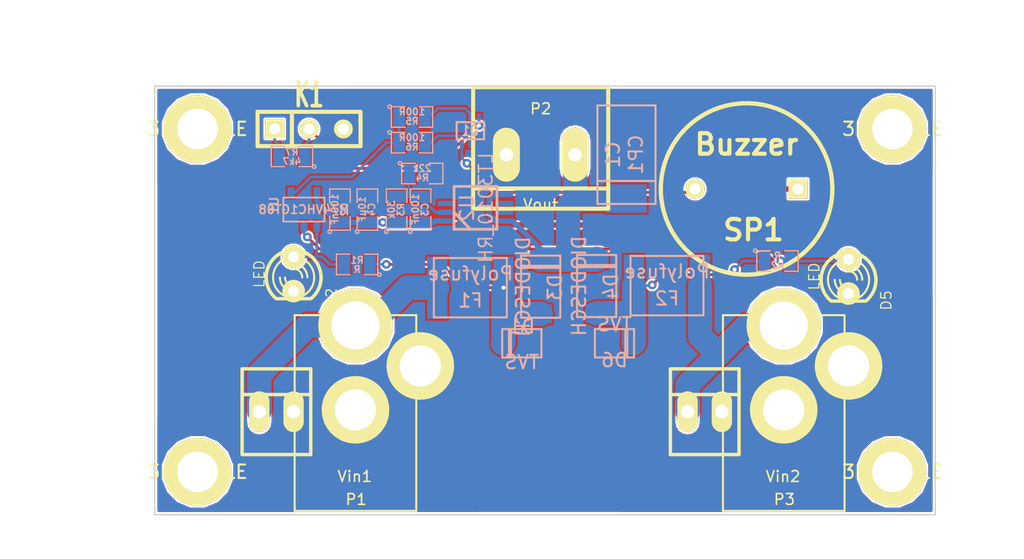
<source format=kicad_pcb>
(kicad_pcb (version 4) (host pcbnew 4.0.2-4+6225~38~ubuntu15.10.1-stable)

  (general
    (links 55)
    (no_connects 0)
    (area 131.700002 122.880001 211.835 165.895)
    (thickness 1.6)
    (drawings 14)
    (tracks 199)
    (zones 0)
    (modules 33)
    (nets 17)
  )

  (page A3)
  (title_block
    (rev 2)
    (company "Radio Helsinki: RedunDC")
  )

  (layers
    (0 F.Cu signal)
    (31 B.Cu signal)
    (32 B.Adhes user)
    (33 F.Adhes user)
    (34 B.Paste user)
    (35 F.Paste user)
    (36 B.SilkS user)
    (37 F.SilkS user)
    (38 B.Mask user)
    (39 F.Mask user)
    (40 Dwgs.User user)
    (41 Cmts.User user)
    (42 Eco1.User user)
    (43 Eco2.User user)
    (44 Edge.Cuts user)
  )

  (setup
    (last_trace_width 0.2032)
    (user_trace_width 0.2032)
    (user_trace_width 0.3988)
    (user_trace_width 0.701)
    (user_trace_width 1.0008)
    (user_trace_width 1.8009)
    (trace_clearance 0.1524)
    (zone_clearance 0.1524)
    (zone_45_only no)
    (trace_min 0.1524)
    (segment_width 0.2)
    (edge_width 0.1)
    (via_size 0.6502)
    (via_drill 0.3023)
    (via_min_size 0.5004)
    (via_min_drill 0.3023)
    (user_via 0.6502 0.3023)
    (user_via 0.7493 0.3988)
    (user_via 0.95 0.3988)
    (user_via 1.1989 0.4496)
    (user_via 1.999 0.5004)
    (uvia_size 0.508)
    (uvia_drill 0.127)
    (uvias_allowed no)
    (uvia_min_size 0.508)
    (uvia_min_drill 0.127)
    (pcb_text_width 0.3)
    (pcb_text_size 1.5 1.5)
    (mod_edge_width 0.3)
    (mod_text_size 1 1)
    (mod_text_width 0.15)
    (pad_size 2 4)
    (pad_drill 1)
    (pad_to_mask_clearance 0)
    (aux_axis_origin 0 0)
    (visible_elements 7FFFFF1F)
    (pcbplotparams
      (layerselection 0x00030_80000001)
      (usegerberextensions true)
      (excludeedgelayer true)
      (linewidth 0.150000)
      (plotframeref false)
      (viasonmask false)
      (mode 1)
      (useauxorigin false)
      (hpglpennumber 1)
      (hpglpenspeed 20)
      (hpglpendiameter 15)
      (hpglpenoverlay 2)
      (psnegative false)
      (psa4output false)
      (plotreference true)
      (plotvalue true)
      (plotinvisibletext false)
      (padsonsilk false)
      (subtractmaskfromsilk false)
      (outputformat 1)
      (mirror false)
      (drillshape 1)
      (scaleselection 1)
      (outputdirectory ""))
  )

  (net 0 "")
  (net 1 /Vout)
  (net 2 GND)
  (net 3 N-0000010)
  (net 4 N-0000011)
  (net 5 N-0000012)
  (net 6 N-0000013)
  (net 7 N-0000014)
  (net 8 N-0000015)
  (net 9 N-0000016)
  (net 10 N-0000018)
  (net 11 N-0000019)
  (net 12 N-000002)
  (net 13 N-000003)
  (net 14 N-000004)
  (net 15 N-000009)
  (net 16 VCC)

  (net_class Default "Dies ist die voreingestellte Netzklasse."
    (clearance 0.1524)
    (trace_width 0.2032)
    (via_dia 0.6502)
    (via_drill 0.3023)
    (uvia_dia 0.508)
    (uvia_drill 0.127)
    (add_net /Vout)
    (add_net GND)
    (add_net N-0000010)
    (add_net N-0000011)
    (add_net N-0000012)
    (add_net N-0000013)
    (add_net N-0000014)
    (add_net N-0000015)
    (add_net N-0000016)
    (add_net N-0000018)
    (add_net N-0000019)
    (add_net N-000002)
    (add_net N-000003)
    (add_net N-000004)
    (add_net N-000009)
    (add_net VCC)
  )

  (module BUZ3-5 (layer F.Cu) (tedit 4C5ED5E7) (tstamp 551C32FE)
    (at 187.325 136.525 180)
    (path /551C3AD1)
    (fp_text reference SP1 (at -0.508 -3.048 180) (layer F.SilkS)
      (effects (font (thickness 0.3048)))
    )
    (fp_text value Buzzer (at 0 3.302 180) (layer F.SilkS)
      (effects (font (thickness 0.3048)))
    )
    (fp_circle (center 0 0) (end -6.35 0) (layer F.SilkS) (width 0.3175))
    (pad 1 thru_hole rect (at -3.81 0 180) (size 1.4224 1.4224) (drill 0.8128) (layers *.Cu *.Mask F.SilkS)
      (net 16 VCC))
    (pad 2 thru_hole circle (at 3.81 0 180) (size 1.4224 1.4224) (drill 0.8128) (layers *.Cu *.Mask F.SilkS)
      (net 3 N-0000010))
  )

  (module Screwblock_DC (layer F.Cu) (tedit 551B4A2E) (tstamp 551B1D6E)
    (at 187.2742 160.3756)
    (path /551AE0FE)
    (attr virtual)
    (fp_text reference P3 (at 2.85 -0.85) (layer F.SilkS)
      (effects (font (size 0.8 0.8) (thickness 0.12)))
    )
    (fp_text value Vin2 (at 2.75 -2.55) (layer F.SilkS)
      (effects (font (size 0.8 0.8) (thickness 0.12)))
    )
    (fp_line (start 7.3 0) (end 7.3 -14.5) (layer F.SilkS) (width 0.15))
    (fp_line (start 7.3 -14.5) (end -1.7 -14.5) (layer F.SilkS) (width 0.15))
    (fp_line (start -1.7 -14.5) (end -1.7 0) (layer F.SilkS) (width 0.15))
    (fp_line (start -1.7 0) (end 7.3 0) (layer F.SilkS) (width 0.15))
    (fp_line (start -0.51 -8.62) (end -5.59 -8.62) (layer F.SilkS) (width 0.254))
    (fp_line (start -0.51 -4.175) (end -5.59 -4.175) (layer F.SilkS) (width 0.254))
    (fp_line (start -5.59 -10.525) (end -0.51 -10.525) (layer F.SilkS) (width 0.254))
    (fp_line (start -5.59 -10.525) (end -5.59 -4.175) (layer F.SilkS) (width 0.254))
    (fp_line (start -0.51 -10.525) (end -0.51 -4.175) (layer F.SilkS) (width 0.254))
    (pad 1 thru_hole oval (at -4.32 -7.35) (size 1.50622 3.01498) (drill 0.99822) (layers *.Cu *.Mask F.SilkS)
      (net 9 N-0000016))
    (pad 2 thru_hole oval (at -1.78 -7.35) (size 1.50622 3.01498) (drill 0.99822) (layers *.Cu *.Mask F.SilkS)
      (net 2 GND))
    (pad 1 thru_hole circle (at 2.8 -13.74) (size 5.5 5.5) (drill 3.56) (layers *.Cu *.Mask F.SilkS)
      (net 9 N-0000016))
    (pad 2 thru_hole circle (at 7.6 -10.74) (size 5 5) (drill 3.05) (layers *.Cu *.Mask F.SilkS)
      (net 2 GND))
    (pad 2 thru_hole circle (at 2.8 -7.49) (size 5 5) (drill 3.05) (layers *.Cu *.Mask F.SilkS)
      (net 2 GND))
  )

  (module Screwblock_DC (layer F.Cu) (tedit 551B4A2E) (tstamp 551B1D64)
    (at 155.575 160.3756)
    (path /551AE10D)
    (attr virtual)
    (fp_text reference P1 (at 2.85 -0.85) (layer F.SilkS)
      (effects (font (size 0.8 0.8) (thickness 0.12)))
    )
    (fp_text value Vin1 (at 2.75 -2.55) (layer F.SilkS)
      (effects (font (size 0.8 0.8) (thickness 0.12)))
    )
    (fp_line (start 7.3 0) (end 7.3 -14.5) (layer F.SilkS) (width 0.15))
    (fp_line (start 7.3 -14.5) (end -1.7 -14.5) (layer F.SilkS) (width 0.15))
    (fp_line (start -1.7 -14.5) (end -1.7 0) (layer F.SilkS) (width 0.15))
    (fp_line (start -1.7 0) (end 7.3 0) (layer F.SilkS) (width 0.15))
    (fp_line (start -0.51 -8.62) (end -5.59 -8.62) (layer F.SilkS) (width 0.254))
    (fp_line (start -0.51 -4.175) (end -5.59 -4.175) (layer F.SilkS) (width 0.254))
    (fp_line (start -5.59 -10.525) (end -0.51 -10.525) (layer F.SilkS) (width 0.254))
    (fp_line (start -5.59 -10.525) (end -5.59 -4.175) (layer F.SilkS) (width 0.254))
    (fp_line (start -0.51 -10.525) (end -0.51 -4.175) (layer F.SilkS) (width 0.254))
    (pad 1 thru_hole oval (at -4.32 -7.35) (size 1.50622 3.01498) (drill 0.99822) (layers *.Cu *.Mask F.SilkS)
      (net 6 N-0000013))
    (pad 2 thru_hole oval (at -1.78 -7.35) (size 1.50622 3.01498) (drill 0.99822) (layers *.Cu *.Mask F.SilkS)
      (net 2 GND))
    (pad 1 thru_hole circle (at 2.8 -13.74) (size 5.5 5.5) (drill 3.56) (layers *.Cu *.Mask F.SilkS)
      (net 6 N-0000013))
    (pad 2 thru_hole circle (at 7.6 -10.74) (size 5 5) (drill 3.05) (layers *.Cu *.Mask F.SilkS)
      (net 2 GND))
    (pad 2 thru_hole circle (at 2.8 -7.49) (size 5 5) (drill 3.05) (layers *.Cu *.Mask F.SilkS)
      (net 2 GND))
  )

  (module LED-3MM (layer F.Cu) (tedit 50ADE848) (tstamp 551B1DA5)
    (at 153.797 142.8242 270)
    (descr "LED 3mm - Lead pitch 100mil (2,54mm)")
    (tags "LED led 3mm 3MM 100mil 2,54mm")
    (path /551AE00F)
    (fp_text reference D2 (at 1.778 -2.794 270) (layer F.SilkS)
      (effects (font (size 0.762 0.762) (thickness 0.0889)))
    )
    (fp_text value LED (at 0 2.54 270) (layer F.SilkS)
      (effects (font (size 0.762 0.762) (thickness 0.0889)))
    )
    (fp_line (start 1.8288 1.27) (end 1.8288 -1.27) (layer F.SilkS) (width 0.254))
    (fp_arc (start 0.254 0) (end -1.27 0) (angle 39.8) (layer F.SilkS) (width 0.1524))
    (fp_arc (start 0.254 0) (end -0.88392 1.01092) (angle 41.6) (layer F.SilkS) (width 0.1524))
    (fp_arc (start 0.254 0) (end 1.4097 -0.9906) (angle 40.6) (layer F.SilkS) (width 0.1524))
    (fp_arc (start 0.254 0) (end 1.778 0) (angle 39.8) (layer F.SilkS) (width 0.1524))
    (fp_arc (start 0.254 0) (end 0.254 -1.524) (angle 54.4) (layer F.SilkS) (width 0.1524))
    (fp_arc (start 0.254 0) (end -0.9652 -0.9144) (angle 53.1) (layer F.SilkS) (width 0.1524))
    (fp_arc (start 0.254 0) (end 1.45542 0.93472) (angle 52.1) (layer F.SilkS) (width 0.1524))
    (fp_arc (start 0.254 0) (end 0.254 1.524) (angle 52.1) (layer F.SilkS) (width 0.1524))
    (fp_arc (start 0.254 0) (end -0.381 0) (angle 90) (layer F.SilkS) (width 0.1524))
    (fp_arc (start 0.254 0) (end -0.762 0) (angle 90) (layer F.SilkS) (width 0.1524))
    (fp_arc (start 0.254 0) (end 0.889 0) (angle 90) (layer F.SilkS) (width 0.1524))
    (fp_arc (start 0.254 0) (end 1.27 0) (angle 90) (layer F.SilkS) (width 0.1524))
    (fp_arc (start 0.254 0) (end 0.254 -2.032) (angle 50.1) (layer F.SilkS) (width 0.254))
    (fp_arc (start 0.254 0) (end -1.5367 -0.95504) (angle 61.9) (layer F.SilkS) (width 0.254))
    (fp_arc (start 0.254 0) (end 1.8034 1.31064) (angle 49.7) (layer F.SilkS) (width 0.254))
    (fp_arc (start 0.254 0) (end 0.254 2.032) (angle 60.2) (layer F.SilkS) (width 0.254))
    (fp_arc (start 0.254 0) (end -1.778 0) (angle 28.3) (layer F.SilkS) (width 0.254))
    (fp_arc (start 0.254 0) (end -1.47574 1.06426) (angle 31.6) (layer F.SilkS) (width 0.254))
    (pad 1 thru_hole circle (at -1.27 0 270) (size 1.6764 1.6764) (drill 0.8128) (layers *.Cu *.Mask F.SilkS)
      (net 11 N-0000019))
    (pad 2 thru_hole circle (at 1.27 0 270) (size 1.6764 1.6764) (drill 0.8128) (layers *.Cu *.Mask F.SilkS)
      (net 2 GND))
    (model discret/leds/led3_vertical_verde.wrl
      (at (xyz 0 0 0))
      (scale (xyz 1 1 1))
      (rotate (xyz 0 0 0))
    )
  )

  (module MSOP_8 (layer B.Cu) (tedit 48A96A8A) (tstamp 551C31D9)
    (at 167.259 137.922 90)
    (path /551C391B)
    (fp_text reference U2 (at 0 -0.635 90) (layer B.SilkS)
      (effects (font (size 1.00076 1.00076) (thickness 0.1524)) (justify mirror))
    )
    (fp_text value LT3010_RH (at 0 0.762 90) (layer B.SilkS)
      (effects (font (size 1.00076 1.00076) (thickness 0.127)) (justify mirror))
    )
    (fp_line (start -0.3175 -1.5875) (end -1.5875 -0.381) (layer B.SilkS) (width 0.2032))
    (fp_line (start -1.5875 -1.5875) (end 1.5875 -1.5875) (layer B.SilkS) (width 0.2032))
    (fp_line (start 1.5875 -1.5875) (end 1.5875 1.5875) (layer B.SilkS) (width 0.2032))
    (fp_line (start 1.5875 1.5875) (end -1.5875 1.5875) (layer B.SilkS) (width 0.2032))
    (fp_line (start -1.5875 1.5875) (end -1.5875 -1.5875) (layer B.SilkS) (width 0.2032))
    (pad 1 smd rect (at -0.97536 -2.159 90) (size 0.381 1.27) (layers B.Cu B.Paste B.Mask)
      (net 16 VCC))
    (pad 2 smd rect (at -0.32512 -2.159 90) (size 0.381 1.27) (layers B.Cu B.Paste B.Mask)
      (net 15 N-000009))
    (pad 3 smd rect (at 0.32512 -2.159 90) (size 0.381 1.27) (layers B.Cu B.Paste B.Mask))
    (pad 4 smd rect (at 0.97536 -2.159 90) (size 0.381 1.27) (layers B.Cu B.Paste B.Mask)
      (net 2 GND))
    (pad 5 smd rect (at 0.97536 2.159 90) (size 0.381 1.27) (layers B.Cu B.Paste B.Mask)
      (net 1 /Vout))
    (pad 6 smd rect (at 0.32512 2.159 90) (size 0.381 1.27) (layers B.Cu B.Paste B.Mask))
    (pad 7 smd rect (at -0.32512 2.159 90) (size 0.381 1.27) (layers B.Cu B.Paste B.Mask))
    (pad 8 smd rect (at -0.97536 2.159 90) (size 0.381 1.27) (layers B.Cu B.Paste B.Mask)
      (net 1 /Vout))
    (model smd/MSOP_8.wrl
      (at (xyz 0 0 0.001))
      (scale (xyz 0.3937 0.3937 0.3937))
      (rotate (xyz 0 0 0))
    )
  )

  (module SM2917POL (layer B.Cu) (tedit 551B1470) (tstamp 551C3316)
    (at 178.435 133.985 90)
    (path /551AE068)
    (fp_text reference C1 (at 0 -1 90) (layer B.SilkS)
      (effects (font (size 1 1) (thickness 0.15)) (justify mirror))
    )
    (fp_text value CP1 (at 0 0.7 90) (layer B.SilkS)
      (effects (font (size 1 1) (thickness 0.15)) (justify mirror))
    )
    (fp_line (start -1.95 2.15) (end -1.95 -2.15) (layer B.SilkS) (width 0.15))
    (fp_line (start -3.65 2.15) (end 3.65 2.15) (layer B.SilkS) (width 0.15))
    (fp_line (start 3.65 2.15) (end 3.65 -2.15) (layer B.SilkS) (width 0.15))
    (fp_line (start 3.65 -2.15) (end -3.65 -2.15) (layer B.SilkS) (width 0.15))
    (fp_line (start -3.65 -2.15) (end -3.65 2.15) (layer B.SilkS) (width 0.15))
    (pad 1 smd rect (at -3.25 0 90) (size 2.1 3) (layers B.Cu B.Paste B.Mask)
      (net 1 /Vout))
    (pad 2 smd rect (at 3.25 0 90) (size 2.1 3) (layers B.Cu B.Paste B.Mask)
      (net 2 GND))
  )

  (module LF2016L (layer B.Cu) (tedit 551B1747) (tstamp 551B1D82)
    (at 166.878 143.8402)
    (path /551ADEE0)
    (fp_text reference F1 (at 0 0.95) (layer B.SilkS)
      (effects (font (size 1 1) (thickness 0.15)) (justify mirror))
    )
    (fp_text value Polyfuse (at 0 -1.05) (layer B.SilkS)
      (effects (font (size 1 1) (thickness 0.15)) (justify mirror))
    )
    (fp_line (start -2.7 2.2) (end 2.7 2.2) (layer B.SilkS) (width 0.15))
    (fp_line (start 2.7 2.2) (end 2.7 -2.2) (layer B.SilkS) (width 0.15))
    (fp_line (start 2.7 -2.2) (end -2.7 -2.2) (layer B.SilkS) (width 0.15))
    (fp_line (start -2.7 -2.2) (end -2.7 2.2) (layer B.SilkS) (width 0.15))
    (pad 1 smd rect (at -2.45 0) (size 1.5 4.6) (layers B.Cu B.Paste B.Mask)
      (net 6 N-0000013))
    (pad 2 smd rect (at 2.45 0) (size 1.5 4.6) (layers B.Cu B.Paste B.Mask)
      (net 7 N-0000014))
  )

  (module SOT23-5 (layer B.Cu) (tedit 4ECF78EF) (tstamp 551B1D04)
    (at 154.559 138.049 180)
    (path /551AE3F4)
    (attr smd)
    (fp_text reference U1 (at 2.19964 0.29972 450) (layer B.SilkS)
      (effects (font (size 0.635 0.635) (thickness 0.127)) (justify mirror))
    )
    (fp_text value M74VHC1GT08 (at 0 0 180) (layer B.SilkS)
      (effects (font (size 0.635 0.635) (thickness 0.127)) (justify mirror))
    )
    (fp_line (start 1.524 0.889) (end 1.524 -0.889) (layer B.SilkS) (width 0.127))
    (fp_line (start 1.524 -0.889) (end -1.524 -0.889) (layer B.SilkS) (width 0.127))
    (fp_line (start -1.524 -0.889) (end -1.524 0.889) (layer B.SilkS) (width 0.127))
    (fp_line (start -1.524 0.889) (end 1.524 0.889) (layer B.SilkS) (width 0.127))
    (pad 1 smd rect (at -0.9525 -1.27 180) (size 0.508 0.762) (layers B.Cu B.Paste B.Mask)
      (net 11 N-0000019))
    (pad 3 smd rect (at 0.9525 -1.27 180) (size 0.508 0.762) (layers B.Cu B.Paste B.Mask)
      (net 2 GND))
    (pad 5 smd rect (at -0.9525 1.27 180) (size 0.508 0.762) (layers B.Cu B.Paste B.Mask)
      (net 16 VCC))
    (pad 2 smd rect (at 0 -1.27 180) (size 0.508 0.762) (layers B.Cu B.Paste B.Mask)
      (net 10 N-0000018))
    (pad 4 smd rect (at 0.9525 1.27 180) (size 0.508 0.762) (layers B.Cu B.Paste B.Mask)
      (net 12 N-000002))
    (model smd/SOT23_5.wrl
      (at (xyz 0 0 0))
      (scale (xyz 0.1 0.1 0.1))
      (rotate (xyz 0 0 0))
    )
  )

  (module SOD123W (layer B.Cu) (tedit 551B1C00) (tstamp 551B1D10)
    (at 170.688 147.955 180)
    (path /551ADF4F)
    (fp_text reference D1 (at 0 1.25 180) (layer B.SilkS)
      (effects (font (size 1 1) (thickness 0.15)) (justify mirror))
    )
    (fp_text value TVS (at 0 -1.4 180) (layer B.SilkS)
      (effects (font (size 1 1) (thickness 0.15)) (justify mirror))
    )
    (fp_line (start 0.8 1.05) (end 0.8 -1.05) (layer B.SilkS) (width 0.15))
    (fp_line (start 0.95 1.05) (end 0.95 -1.05) (layer B.SilkS) (width 0.15))
    (fp_line (start -1.45 1.05) (end 1.45 1.05) (layer B.SilkS) (width 0.15))
    (fp_line (start 1.45 1.05) (end 1.45 -1.05) (layer B.SilkS) (width 0.15))
    (fp_line (start 1.45 -1.05) (end -1.45 -1.05) (layer B.SilkS) (width 0.15))
    (fp_line (start -1.45 -1.05) (end -1.45 1.05) (layer B.SilkS) (width 0.15))
    (pad 1 smd rect (at -1.4 0 180) (size 1.2 1.2) (layers B.Cu B.Paste B.Mask)
      (net 2 GND))
    (pad 2 smd rect (at 1.4 0 180) (size 1.2 1.2) (layers B.Cu B.Paste B.Mask)
      (net 7 N-0000014))
  )

  (module SOD123W (layer B.Cu) (tedit 551B1C00) (tstamp 551B1D1C)
    (at 177.546 147.955)
    (path /551ADF85)
    (fp_text reference D6 (at 0 1.25) (layer B.SilkS)
      (effects (font (size 1 1) (thickness 0.15)) (justify mirror))
    )
    (fp_text value TVS (at 0 -1.4) (layer B.SilkS)
      (effects (font (size 1 1) (thickness 0.15)) (justify mirror))
    )
    (fp_line (start 0.8 1.05) (end 0.8 -1.05) (layer B.SilkS) (width 0.15))
    (fp_line (start 0.95 1.05) (end 0.95 -1.05) (layer B.SilkS) (width 0.15))
    (fp_line (start -1.45 1.05) (end 1.45 1.05) (layer B.SilkS) (width 0.15))
    (fp_line (start 1.45 1.05) (end 1.45 -1.05) (layer B.SilkS) (width 0.15))
    (fp_line (start 1.45 -1.05) (end -1.45 -1.05) (layer B.SilkS) (width 0.15))
    (fp_line (start -1.45 -1.05) (end -1.45 1.05) (layer B.SilkS) (width 0.15))
    (pad 1 smd rect (at -1.4 0) (size 1.2 1.2) (layers B.Cu B.Paste B.Mask)
      (net 2 GND))
    (pad 2 smd rect (at 1.4 0) (size 1.2 1.2) (layers B.Cu B.Paste B.Mask)
      (net 8 N-0000015))
  )

  (module SM0805 (layer B.Cu) (tedit 5091495C) (tstamp 551B1D34)
    (at 157.226 138.049 90)
    (path /551AE174)
    (attr smd)
    (fp_text reference C2 (at 0 0.3175 90) (layer B.SilkS)
      (effects (font (size 0.50038 0.50038) (thickness 0.10922)) (justify mirror))
    )
    (fp_text value 100nF (at 0 -0.381 90) (layer B.SilkS)
      (effects (font (size 0.50038 0.50038) (thickness 0.10922)) (justify mirror))
    )
    (fp_circle (center -1.651 -0.762) (end -1.651 -0.635) (layer B.SilkS) (width 0.09906))
    (fp_line (start -0.508 -0.762) (end -1.524 -0.762) (layer B.SilkS) (width 0.09906))
    (fp_line (start -1.524 -0.762) (end -1.524 0.762) (layer B.SilkS) (width 0.09906))
    (fp_line (start -1.524 0.762) (end -0.508 0.762) (layer B.SilkS) (width 0.09906))
    (fp_line (start 0.508 0.762) (end 1.524 0.762) (layer B.SilkS) (width 0.09906))
    (fp_line (start 1.524 0.762) (end 1.524 -0.762) (layer B.SilkS) (width 0.09906))
    (fp_line (start 1.524 -0.762) (end 0.508 -0.762) (layer B.SilkS) (width 0.09906))
    (pad 1 smd rect (at -0.9525 0 90) (size 0.889 1.397) (layers B.Cu B.Paste B.Mask)
      (net 16 VCC))
    (pad 2 smd rect (at 0.9525 0 90) (size 0.889 1.397) (layers B.Cu B.Paste B.Mask)
      (net 2 GND))
    (model smd/chip_cms.wrl
      (at (xyz 0 0 0))
      (scale (xyz 0.1 0.1 0.1))
      (rotate (xyz 0 0 0))
    )
  )

  (module SM0805 (layer B.Cu) (tedit 5091495C) (tstamp 551B1D41)
    (at 189.611 141.859)
    (path /551ADFF8)
    (attr smd)
    (fp_text reference R2 (at 0 0.3175) (layer B.SilkS)
      (effects (font (size 0.50038 0.50038) (thickness 0.10922)) (justify mirror))
    )
    (fp_text value R (at 0 -0.381) (layer B.SilkS)
      (effects (font (size 0.50038 0.50038) (thickness 0.10922)) (justify mirror))
    )
    (fp_circle (center -1.651 -0.762) (end -1.651 -0.635) (layer B.SilkS) (width 0.09906))
    (fp_line (start -0.508 -0.762) (end -1.524 -0.762) (layer B.SilkS) (width 0.09906))
    (fp_line (start -1.524 -0.762) (end -1.524 0.762) (layer B.SilkS) (width 0.09906))
    (fp_line (start -1.524 0.762) (end -0.508 0.762) (layer B.SilkS) (width 0.09906))
    (fp_line (start 0.508 0.762) (end 1.524 0.762) (layer B.SilkS) (width 0.09906))
    (fp_line (start 1.524 0.762) (end 1.524 -0.762) (layer B.SilkS) (width 0.09906))
    (fp_line (start 1.524 -0.762) (end 0.508 -0.762) (layer B.SilkS) (width 0.09906))
    (pad 1 smd rect (at -0.9525 0) (size 0.889 1.397) (layers B.Cu B.Paste B.Mask)
      (net 8 N-0000015))
    (pad 2 smd rect (at 0.9525 0) (size 0.889 1.397) (layers B.Cu B.Paste B.Mask)
      (net 10 N-0000018))
    (model smd/chip_cms.wrl
      (at (xyz 0 0 0))
      (scale (xyz 0.1 0.1 0.1))
      (rotate (xyz 0 0 0))
    )
  )

  (module SM0805 (layer B.Cu) (tedit 5091495C) (tstamp 551B1D4E)
    (at 158.496 142.113 180)
    (path /551AE015)
    (attr smd)
    (fp_text reference R1 (at 0 0.3175 180) (layer B.SilkS)
      (effects (font (size 0.50038 0.50038) (thickness 0.10922)) (justify mirror))
    )
    (fp_text value R (at 0 -0.381 180) (layer B.SilkS)
      (effects (font (size 0.50038 0.50038) (thickness 0.10922)) (justify mirror))
    )
    (fp_circle (center -1.651 -0.762) (end -1.651 -0.635) (layer B.SilkS) (width 0.09906))
    (fp_line (start -0.508 -0.762) (end -1.524 -0.762) (layer B.SilkS) (width 0.09906))
    (fp_line (start -1.524 -0.762) (end -1.524 0.762) (layer B.SilkS) (width 0.09906))
    (fp_line (start -1.524 0.762) (end -0.508 0.762) (layer B.SilkS) (width 0.09906))
    (fp_line (start 0.508 0.762) (end 1.524 0.762) (layer B.SilkS) (width 0.09906))
    (fp_line (start 1.524 0.762) (end 1.524 -0.762) (layer B.SilkS) (width 0.09906))
    (fp_line (start 1.524 -0.762) (end 0.508 -0.762) (layer B.SilkS) (width 0.09906))
    (pad 1 smd rect (at -0.9525 0 180) (size 0.889 1.397) (layers B.Cu B.Paste B.Mask)
      (net 7 N-0000014))
    (pad 2 smd rect (at 0.9525 0 180) (size 0.889 1.397) (layers B.Cu B.Paste B.Mask)
      (net 11 N-0000019))
    (model smd/chip_cms.wrl
      (at (xyz 0 0 0))
      (scale (xyz 0.1 0.1 0.1))
      (rotate (xyz 0 0 0))
    )
  )

  (module SIL-3 (layer F.Cu) (tedit 200000) (tstamp 551B1D5A)
    (at 154.94 132.08)
    (descr "Connecteur 3 pins")
    (tags "CONN DEV")
    (path /551AE11C)
    (fp_text reference K1 (at 0 -2.54) (layer F.SilkS)
      (effects (font (size 1.7907 1.07696) (thickness 0.3048)))
    )
    (fp_text value STATUS (at 0 -2.54) (layer F.SilkS) hide
      (effects (font (size 1.524 1.016) (thickness 0.3048)))
    )
    (fp_line (start -3.81 1.27) (end -3.81 -1.27) (layer F.SilkS) (width 0.3048))
    (fp_line (start -3.81 -1.27) (end 3.81 -1.27) (layer F.SilkS) (width 0.3048))
    (fp_line (start 3.81 -1.27) (end 3.81 1.27) (layer F.SilkS) (width 0.3048))
    (fp_line (start 3.81 1.27) (end -3.81 1.27) (layer F.SilkS) (width 0.3048))
    (fp_line (start -1.27 -1.27) (end -1.27 1.27) (layer F.SilkS) (width 0.3048))
    (pad 1 thru_hole rect (at -2.54 0) (size 1.397 1.397) (drill 0.8128) (layers *.Cu *.Mask F.SilkS)
      (net 5 N-0000012))
    (pad 2 thru_hole circle (at 0 0) (size 1.397 1.397) (drill 0.8128) (layers *.Cu *.Mask F.SilkS)
      (net 4 N-0000011))
    (pad 3 thru_hole circle (at 2.54 0) (size 1.397 1.397) (drill 0.8128) (layers *.Cu *.Mask F.SilkS)
      (net 2 GND))
  )

  (module LF2016L (layer B.Cu) (tedit 551B1747) (tstamp 551B1D8C)
    (at 181.4322 143.6878)
    (path /551ADED1)
    (fp_text reference F2 (at 0 0.95) (layer B.SilkS)
      (effects (font (size 1 1) (thickness 0.15)) (justify mirror))
    )
    (fp_text value Polyfuse (at 0 -1.05) (layer B.SilkS)
      (effects (font (size 1 1) (thickness 0.15)) (justify mirror))
    )
    (fp_line (start -2.7 2.2) (end 2.7 2.2) (layer B.SilkS) (width 0.15))
    (fp_line (start 2.7 2.2) (end 2.7 -2.2) (layer B.SilkS) (width 0.15))
    (fp_line (start 2.7 -2.2) (end -2.7 -2.2) (layer B.SilkS) (width 0.15))
    (fp_line (start -2.7 -2.2) (end -2.7 2.2) (layer B.SilkS) (width 0.15))
    (pad 1 smd rect (at -2.45 0) (size 1.5 4.6) (layers B.Cu B.Paste B.Mask)
      (net 8 N-0000015))
    (pad 2 smd rect (at 2.45 0) (size 1.5 4.6) (layers B.Cu B.Paste B.Mask)
      (net 9 N-0000016))
  )

  (module LED-3MM (layer F.Cu) (tedit 50ADE848) (tstamp 551B1DBE)
    (at 194.8688 143.002 270)
    (descr "LED 3mm - Lead pitch 100mil (2,54mm)")
    (tags "LED led 3mm 3MM 100mil 2,54mm")
    (path /551ADFCB)
    (fp_text reference D5 (at 1.778 -2.794 270) (layer F.SilkS)
      (effects (font (size 0.762 0.762) (thickness 0.0889)))
    )
    (fp_text value LED (at 0 2.54 270) (layer F.SilkS)
      (effects (font (size 0.762 0.762) (thickness 0.0889)))
    )
    (fp_line (start 1.8288 1.27) (end 1.8288 -1.27) (layer F.SilkS) (width 0.254))
    (fp_arc (start 0.254 0) (end -1.27 0) (angle 39.8) (layer F.SilkS) (width 0.1524))
    (fp_arc (start 0.254 0) (end -0.88392 1.01092) (angle 41.6) (layer F.SilkS) (width 0.1524))
    (fp_arc (start 0.254 0) (end 1.4097 -0.9906) (angle 40.6) (layer F.SilkS) (width 0.1524))
    (fp_arc (start 0.254 0) (end 1.778 0) (angle 39.8) (layer F.SilkS) (width 0.1524))
    (fp_arc (start 0.254 0) (end 0.254 -1.524) (angle 54.4) (layer F.SilkS) (width 0.1524))
    (fp_arc (start 0.254 0) (end -0.9652 -0.9144) (angle 53.1) (layer F.SilkS) (width 0.1524))
    (fp_arc (start 0.254 0) (end 1.45542 0.93472) (angle 52.1) (layer F.SilkS) (width 0.1524))
    (fp_arc (start 0.254 0) (end 0.254 1.524) (angle 52.1) (layer F.SilkS) (width 0.1524))
    (fp_arc (start 0.254 0) (end -0.381 0) (angle 90) (layer F.SilkS) (width 0.1524))
    (fp_arc (start 0.254 0) (end -0.762 0) (angle 90) (layer F.SilkS) (width 0.1524))
    (fp_arc (start 0.254 0) (end 0.889 0) (angle 90) (layer F.SilkS) (width 0.1524))
    (fp_arc (start 0.254 0) (end 1.27 0) (angle 90) (layer F.SilkS) (width 0.1524))
    (fp_arc (start 0.254 0) (end 0.254 -2.032) (angle 50.1) (layer F.SilkS) (width 0.254))
    (fp_arc (start 0.254 0) (end -1.5367 -0.95504) (angle 61.9) (layer F.SilkS) (width 0.254))
    (fp_arc (start 0.254 0) (end 1.8034 1.31064) (angle 49.7) (layer F.SilkS) (width 0.254))
    (fp_arc (start 0.254 0) (end 0.254 2.032) (angle 60.2) (layer F.SilkS) (width 0.254))
    (fp_arc (start 0.254 0) (end -1.778 0) (angle 28.3) (layer F.SilkS) (width 0.254))
    (fp_arc (start 0.254 0) (end -1.47574 1.06426) (angle 31.6) (layer F.SilkS) (width 0.254))
    (pad 1 thru_hole circle (at -1.27 0 270) (size 1.6764 1.6764) (drill 0.8128) (layers *.Cu *.Mask F.SilkS)
      (net 10 N-0000018))
    (pad 2 thru_hole circle (at 1.27 0 270) (size 1.6764 1.6764) (drill 0.8128) (layers *.Cu *.Mask F.SilkS)
      (net 2 GND))
    (model discret/leds/led3_vertical_verde.wrl
      (at (xyz 0 0 0))
      (scale (xyz 1 1 1))
      (rotate (xyz 0 0 0))
    )
  )

  (module DO-214AC (layer B.Cu) (tedit 551B1BF3) (tstamp 551B1DCA)
    (at 176.2252 143.7132 90)
    (path /551ADF6B)
    (fp_text reference D4 (at -0.05 1.05 90) (layer B.SilkS)
      (effects (font (size 1 1) (thickness 0.15)) (justify mirror))
    )
    (fp_text value DIODESCH (at 0 -1.3 90) (layer B.SilkS)
      (effects (font (size 1 1) (thickness 0.15)) (justify mirror))
    )
    (fp_line (start 1.4 -1.45) (end 1.4 1.45) (layer B.SilkS) (width 0.15))
    (fp_line (start 1.55 1.45) (end 1.55 -1.45) (layer B.SilkS) (width 0.15))
    (fp_line (start -2.3 1.45) (end 2.3 1.45) (layer B.SilkS) (width 0.15))
    (fp_line (start 2.3 1.45) (end 2.3 -1.45) (layer B.SilkS) (width 0.15))
    (fp_line (start 2.3 -1.45) (end -2.3 -1.45) (layer B.SilkS) (width 0.15))
    (fp_line (start -2.3 -1.45) (end -2.3 1.45) (layer B.SilkS) (width 0.15))
    (pad 1 smd rect (at -2.015 0 90) (size 1.4 1.64) (layers B.Cu B.Paste B.Mask)
      (net 8 N-0000015))
    (pad 2 smd rect (at 2.015 0 90) (size 1.4 1.64) (layers B.Cu B.Paste B.Mask)
      (net 1 /Vout))
  )

  (module DO-214AC (layer B.Cu) (tedit 551B1BF3) (tstamp 551B1DD6)
    (at 172.085 143.764 90)
    (path /551ADF5E)
    (fp_text reference D3 (at -0.05 1.05 90) (layer B.SilkS)
      (effects (font (size 1 1) (thickness 0.15)) (justify mirror))
    )
    (fp_text value DIODESCH (at 0 -1.3 90) (layer B.SilkS)
      (effects (font (size 1 1) (thickness 0.15)) (justify mirror))
    )
    (fp_line (start 1.4 -1.45) (end 1.4 1.45) (layer B.SilkS) (width 0.15))
    (fp_line (start 1.55 1.45) (end 1.55 -1.45) (layer B.SilkS) (width 0.15))
    (fp_line (start -2.3 1.45) (end 2.3 1.45) (layer B.SilkS) (width 0.15))
    (fp_line (start 2.3 1.45) (end 2.3 -1.45) (layer B.SilkS) (width 0.15))
    (fp_line (start 2.3 -1.45) (end -2.3 -1.45) (layer B.SilkS) (width 0.15))
    (fp_line (start -2.3 -1.45) (end -2.3 1.45) (layer B.SilkS) (width 0.15))
    (pad 1 smd rect (at -2.015 0 90) (size 1.4 1.64) (layers B.Cu B.Paste B.Mask)
      (net 7 N-0000014))
    (pad 2 smd rect (at 2.015 0 90) (size 1.4 1.64) (layers B.Cu B.Paste B.Mask)
      (net 1 /Vout))
  )

  (module 3mmHOLE (layer F.Cu) (tedit 551B1F8C) (tstamp 551BDB62)
    (at 198.12 132.08)
    (fp_text reference 3mmHOLE (at 0 0) (layer F.SilkS)
      (effects (font (size 1 1) (thickness 0.15)))
    )
    (fp_text value VAL** (at 0 0) (layer F.SilkS)
      (effects (font (size 1 1) (thickness 0.15)))
    )
    (pad 1 thru_hole circle (at 0 0) (size 5 5) (drill 3) (layers *.Cu *.Mask F.SilkS))
  )

  (module 3mmHOLE (layer F.Cu) (tedit 551B1F8C) (tstamp 551BDB6E)
    (at 146.685 132.08)
    (fp_text reference 3mmHOLE (at 0 0) (layer F.SilkS)
      (effects (font (size 1 1) (thickness 0.15)))
    )
    (fp_text value VAL** (at 0 0) (layer F.SilkS)
      (effects (font (size 1 1) (thickness 0.15)))
    )
    (pad 1 thru_hole circle (at 0 0) (size 5 5) (drill 3) (layers *.Cu *.Mask F.SilkS))
  )

  (module 3mmHOLE (layer F.Cu) (tedit 551B1F8C) (tstamp 551BDB77)
    (at 146.685 157.48)
    (fp_text reference 3mmHOLE (at 0 0) (layer F.SilkS)
      (effects (font (size 1 1) (thickness 0.15)))
    )
    (fp_text value VAL** (at 0 0) (layer F.SilkS)
      (effects (font (size 1 1) (thickness 0.15)))
    )
    (pad 1 thru_hole circle (at 0 0) (size 5 5) (drill 3) (layers *.Cu *.Mask F.SilkS))
  )

  (module 3mmHOLE (layer F.Cu) (tedit 551B1F8C) (tstamp 551BDB80)
    (at 198.12 157.48)
    (fp_text reference 3mmHOLE (at 0 0) (layer F.SilkS)
      (effects (font (size 1 1) (thickness 0.15)))
    )
    (fp_text value VAL** (at 0 0) (layer F.SilkS)
      (effects (font (size 1 1) (thickness 0.15)))
    )
    (pad 1 thru_hole circle (at 0 0) (size 5 5) (drill 3) (layers *.Cu *.Mask F.SilkS))
  )

  (module rhlogo_copper-front_10mm (layer F.Cu) (tedit 0) (tstamp 551BFA87)
    (at 172.72 158.75)
    (fp_text reference G*** (at 0 1.69418) (layer F.SilkS) hide
      (effects (font (size 0.22098 0.22098) (thickness 0.04318)))
    )
    (fp_text value rhlogo_copper-front_10mm (at 0 -1.69418) (layer F.SilkS) hide
      (effects (font (size 0.22098 0.22098) (thickness 0.04318)))
    )
    (fp_poly (pts (xy 4.99872 1.58242) (xy 4.8387 1.58242) (xy 4.8387 1.4224) (xy 4.8387 -1.41224)
      (xy -2.2479 -1.41224) (xy -2.2479 1.4224) (xy 4.8387 1.4224) (xy 4.8387 1.58242)
      (xy -2.40538 1.58242) (xy -2.40538 1.4224) (xy -2.40538 -1.41224) (xy -4.826 -1.41224)
      (xy -4.826 1.4224) (xy -2.40538 1.4224) (xy -2.40538 1.58242) (xy -4.99872 1.58242)
      (xy -4.99872 -1.58242) (xy 4.99872 -1.58242) (xy 4.99872 1.58242) (xy 4.99872 1.58242)) (layer F.Cu) (width 0.00254))
    (fp_poly (pts (xy -2.52222 1.1176) (xy -2.52476 1.14808) (xy -2.54254 1.18364) (xy -2.57048 1.20904)
      (xy -2.5781 1.21412) (xy -2.62128 1.22936) (xy -2.67462 1.23444) (xy -2.72288 1.22936)
      (xy -2.7432 1.22174) (xy -2.77368 1.2065) (xy -2.81178 1.1811) (xy -2.85496 1.15062)
      (xy -2.8575 1.14808) (xy -2.91338 1.11252) (xy -2.98704 1.06426) (xy -3.0861 1.00838)
      (xy -3.20548 0.94234) (xy -3.34518 0.86614) (xy -3.44678 0.81026) (xy -3.63474 0.71374)
      (xy -3.77952 0.77978) (xy -3.89128 0.83312) (xy -4.0005 0.88646) (xy -4.1021 0.9398)
      (xy -4.19608 0.98806) (xy -4.27482 1.03124) (xy -4.33832 1.06934) (xy -4.3815 1.09982)
      (xy -4.38912 1.10236) (xy -4.44754 1.15062) (xy -4.49072 1.1811) (xy -4.5212 1.20396)
      (xy -4.54406 1.21666) (xy -4.56184 1.22428) (xy -4.57962 1.22682) (xy -4.59486 1.22682)
      (xy -4.64312 1.21666) (xy -4.6736 1.1938) (xy -4.68884 1.1557) (xy -4.68376 1.10998)
      (xy -4.65836 1.05918) (xy -4.65328 1.0541) (xy -4.63042 1.02616) (xy -4.59486 1.0033)
      (xy -4.54406 0.9779) (xy -4.47802 0.9525) (xy -4.43484 0.9398) (xy -4.39928 0.9271)
      (xy -4.34848 0.90678) (xy -4.28752 0.88138) (xy -4.21894 0.8509) (xy -4.14528 0.82042)
      (xy -4.07162 0.7874) (xy -3.99796 0.75438) (xy -3.93192 0.72136) (xy -3.87604 0.69596)
      (xy -3.83286 0.6731) (xy -3.80238 0.65786) (xy -3.79476 0.65024) (xy -3.80492 0.64262)
      (xy -3.8354 0.62738) (xy -3.88112 0.60198) (xy -3.93954 0.5715) (xy -4.01066 0.53594)
      (xy -4.07416 0.50546) (xy -4.17576 0.45466) (xy -4.25958 0.41656) (xy -4.32816 0.38608)
      (xy -4.38912 0.36322) (xy -4.43992 0.34544) (xy -4.47548 0.33528) (xy -4.53898 0.3175)
      (xy -4.5847 0.30226) (xy -4.61518 0.28448) (xy -4.63804 0.2667) (xy -4.67106 0.22352)
      (xy -4.67868 0.18542) (xy -4.6609 0.14986) (xy -4.64058 0.12954) (xy -4.60248 0.10414)
      (xy -4.5593 0.09398) (xy -4.5085 0.1016) (xy -4.45008 0.12192) (xy -4.3815 0.16002)
      (xy -4.29768 0.2159) (xy -4.27482 0.23368) (xy -4.20878 0.2794) (xy -4.15036 0.3175)
      (xy -4.09194 0.35306) (xy -4.03098 0.38862) (xy -3.95986 0.42418) (xy -3.8735 0.46482)
      (xy -3.7973 0.50038) (xy -3.73126 0.53086) (xy -3.683 0.55118) (xy -3.64744 0.56388)
      (xy -3.62458 0.56896) (xy -3.60426 0.56896) (xy -3.5941 0.56642) (xy -3.5687 0.55626)
      (xy -3.52298 0.53848) (xy -3.4671 0.51308) (xy -3.39852 0.4826) (xy -3.3274 0.44958)
      (xy -3.25628 0.41656) (xy -3.1877 0.38354) (xy -3.12928 0.3556) (xy -3.08356 0.3302)
      (xy -3.06578 0.32004) (xy -3.01752 0.2921) (xy -2.97434 0.26162) (xy -2.9464 0.23876)
      (xy -2.8702 0.17526) (xy -2.79654 0.12954) (xy -2.7305 0.09906) (xy -2.68224 0.08636)
      (xy -2.64414 0.08382) (xy -2.62128 0.0889) (xy -2.60096 0.10414) (xy -2.58572 0.12446)
      (xy -2.55778 0.17272) (xy -2.55524 0.21844) (xy -2.57556 0.25654) (xy -2.62128 0.28956)
      (xy -2.68732 0.32004) (xy -2.75082 0.33782) (xy -2.80924 0.35306) (xy -2.87274 0.37084)
      (xy -2.91846 0.38608) (xy -2.95402 0.40132) (xy -3.00482 0.42418) (xy -3.06832 0.45212)
      (xy -3.13944 0.4826) (xy -3.2131 0.51816) (xy -3.28676 0.55118) (xy -3.35026 0.58166)
      (xy -3.40614 0.6096) (xy -3.44424 0.62738) (xy -3.4798 0.64516) (xy -3.20294 0.78994)
      (xy -3.1115 0.83566) (xy -3.03784 0.87376) (xy -2.97688 0.9017) (xy -2.92354 0.92456)
      (xy -2.87528 0.94234) (xy -2.82956 0.95758) (xy -2.77876 0.97028) (xy -2.6797 1.00076)
      (xy -2.6035 1.03632) (xy -2.5527 1.07188) (xy -2.52476 1.11252) (xy -2.52222 1.1176)
      (xy -2.52222 1.1176)) (layer F.Cu) (width 0.00254))
    (fp_poly (pts (xy -3.00736 -0.74168) (xy -3.01244 -0.63246) (xy -3.03276 -0.5207) (xy -3.06832 -0.4064)
      (xy -3.11404 -0.29464) (xy -3.12674 -0.27432) (xy -3.13182 -0.25908) (xy -3.13182 -0.63754)
      (xy -3.13436 -0.70612) (xy -3.14198 -0.78232) (xy -3.15214 -0.84328) (xy -3.16992 -0.889)
      (xy -3.19532 -0.93218) (xy -3.23342 -0.97282) (xy -3.2385 -0.9779) (xy -3.30708 -1.03632)
      (xy -3.3782 -1.07696) (xy -3.45948 -1.09728) (xy -3.55346 -1.10236) (xy -3.66014 -1.08966)
      (xy -3.68554 -1.08712) (xy -3.7592 -1.07188) (xy -3.81254 -1.05918) (xy -3.85064 -1.0414)
      (xy -3.88366 -1.02108) (xy -3.9116 -0.99314) (xy -3.91414 -0.99314) (xy -3.95986 -0.92964)
      (xy -3.99796 -0.84836) (xy -4.02844 -0.74422) (xy -4.04368 -0.66548) (xy -4.07162 -0.52324)
      (xy -4.04114 -0.50292) (xy -3.99034 -0.46482) (xy -3.9624 -0.4318) (xy -3.95732 -0.39624)
      (xy -3.95732 -0.3937) (xy -3.95478 -0.3556) (xy -3.94462 -0.34036) (xy -3.93446 -0.32258)
      (xy -3.93192 -0.3048) (xy -3.937 -0.27178) (xy -3.94208 -0.254) (xy -3.9497 -0.21844)
      (xy -3.95224 -0.19558) (xy -3.94462 -0.18288) (xy -3.93192 -0.17272) (xy -3.90398 -0.1524)
      (xy -3.92938 -0.11938) (xy -3.94462 -0.09652) (xy -3.9497 -0.0762) (xy -3.93954 -0.04826)
      (xy -3.937 -0.04318) (xy -3.91414 -0.00254) (xy -3.88366 0.02794) (xy -3.88112 0.03048)
      (xy -3.85064 0.06604) (xy -3.84302 0.09652) (xy -3.8354 0.1524) (xy -3.81254 0.21082)
      (xy -3.77952 0.25908) (xy -3.76936 0.27178) (xy -3.74142 0.2921) (xy -3.71602 0.30226)
      (xy -3.67538 0.3048) (xy -3.66522 0.3048) (xy -3.61442 0.30226) (xy -3.556 0.29718)
      (xy -3.51282 0.2921) (xy -3.429 0.27686) (xy -3.4036 0.22098) (xy -3.38836 0.18288)
      (xy -3.37058 0.12954) (xy -3.35534 0.07112) (xy -3.3528 0.06096) (xy -3.31978 -0.05842)
      (xy -3.28676 -0.16256) (xy -3.2512 -0.25654) (xy -3.2131 -0.3429) (xy -3.175 -0.42672)
      (xy -3.1496 -0.50038) (xy -3.1369 -0.56642) (xy -3.13182 -0.63754) (xy -3.13182 -0.25908)
      (xy -3.15722 -0.20828) (xy -3.19024 -0.12446) (xy -3.22072 -0.03048) (xy -3.24866 0.06604)
      (xy -3.27406 0.1651) (xy -3.27914 0.1905) (xy -3.2893 0.23368) (xy -3.30454 0.2667)
      (xy -3.32994 0.29718) (xy -3.35788 0.32512) (xy -3.40614 0.36576) (xy -3.45186 0.3937)
      (xy -3.46964 0.40132) (xy -3.53568 0.41148) (xy -3.61188 0.41402) (xy -3.68808 0.4064)
      (xy -3.72618 0.39624) (xy -3.76936 0.38354) (xy -3.80746 0.37084) (xy -3.82016 0.36576)
      (xy -3.85064 0.3429) (xy -3.88112 0.30226) (xy -3.90906 0.24892) (xy -3.92938 0.1905)
      (xy -3.92938 0.18542) (xy -3.94208 0.1397) (xy -3.95986 0.10922) (xy -3.9878 0.08382)
      (xy -4.00812 0.06858) (xy -4.02336 0.04826) (xy -4.0386 0.01016) (xy -4.05384 -0.03302)
      (xy -4.06654 -0.08382) (xy -4.0767 -0.12954) (xy -4.0767 -0.15494) (xy -4.08178 -0.1905)
      (xy -4.09448 -0.23114) (xy -4.1021 -0.25146) (xy -4.11734 -0.28956) (xy -4.12496 -0.32258)
      (xy -4.12496 -0.33528) (xy -4.12496 -0.38608) (xy -4.13766 -0.42418) (xy -4.15798 -0.45212)
      (xy -4.17576 -0.47752) (xy -4.18592 -0.49784) (xy -4.18338 -0.52324) (xy -4.1783 -0.56134)
      (xy -4.16814 -0.61722) (xy -4.16052 -0.67818) (xy -4.15798 -0.70358) (xy -4.15036 -0.75184)
      (xy -4.1402 -0.81026) (xy -4.1275 -0.87122) (xy -4.12496 -0.88138) (xy -4.10972 -0.93472)
      (xy -4.09702 -0.97282) (xy -4.07924 -1.0033) (xy -4.0513 -1.03378) (xy -4.02844 -1.05664)
      (xy -3.9624 -1.11506) (xy -3.89636 -1.15824) (xy -3.8227 -1.18618) (xy -3.73888 -1.2065)
      (xy -3.63728 -1.21412) (xy -3.57378 -1.21412) (xy -3.46964 -1.21158) (xy -3.38836 -1.20396)
      (xy -3.31978 -1.18618) (xy -3.2639 -1.16332) (xy -3.26136 -1.16078) (xy -3.22326 -1.13284)
      (xy -3.17754 -1.0922) (xy -3.13182 -1.04648) (xy -3.08864 -0.99822) (xy -3.05562 -0.95504)
      (xy -3.03784 -0.9271) (xy -3.01498 -0.84074) (xy -3.00736 -0.74168) (xy -3.00736 -0.74168)) (layer F.Cu) (width 0.00254))
    (fp_poly (pts (xy 2.83464 0.18034) (xy 2.82956 0.20574) (xy 2.8067 0.22606) (xy 2.80162 0.2286)
      (xy 2.76352 0.25146) (xy 2.76352 0.67056) (xy 2.76352 0.78486) (xy 2.76352 0.87376)
      (xy 2.76098 0.94742) (xy 2.76098 1.0033) (xy 2.75844 1.04394) (xy 2.7559 1.07696)
      (xy 2.75336 1.09982) (xy 2.74828 1.1176) (xy 2.74066 1.13538) (xy 2.73558 1.14554)
      (xy 2.71018 1.18618) (xy 2.68478 1.20142) (xy 2.6543 1.1938) (xy 2.62382 1.1684)
      (xy 2.60096 1.13538) (xy 2.57302 1.08712) (xy 2.54508 1.016) (xy 2.51206 0.9271)
      (xy 2.47396 0.8128) (xy 2.46126 0.7747) (xy 2.44348 0.71882) (xy 2.42062 0.65532)
      (xy 2.39522 0.58674) (xy 2.36982 0.51816) (xy 2.34442 0.45466) (xy 2.3241 0.40132)
      (xy 2.30632 0.36068) (xy 2.29362 0.33782) (xy 2.29108 0.33528) (xy 2.29108 0.34544)
      (xy 2.29108 0.37846) (xy 2.29108 0.42926) (xy 2.29108 0.4953) (xy 2.29362 0.57404)
      (xy 2.29362 0.66294) (xy 2.29362 0.68326) (xy 2.29616 0.79756) (xy 2.29616 0.889)
      (xy 2.30124 0.96012) (xy 2.30378 1.01346) (xy 2.30886 1.05156) (xy 2.31648 1.0795)
      (xy 2.32664 1.09474) (xy 2.3368 1.10236) (xy 2.35204 1.1049) (xy 2.35204 1.1049)
      (xy 2.37744 1.11252) (xy 2.4003 1.13284) (xy 2.413 1.15824) (xy 2.413 1.17856)
      (xy 2.39776 1.18364) (xy 2.3622 1.18618) (xy 2.31648 1.18872) (xy 2.2606 1.19126)
      (xy 2.20472 1.18872) (xy 2.15392 1.18872) (xy 2.11074 1.18364) (xy 2.0828 1.17856)
      (xy 2.07772 1.17602) (xy 2.06248 1.14554) (xy 2.0701 1.11506) (xy 2.10058 1.08204)
      (xy 2.11074 1.07442) (xy 2.16154 1.03886) (xy 2.159 0.71882) (xy 2.15646 0.60198)
      (xy 2.15646 0.50546) (xy 2.15138 0.42926) (xy 2.1463 0.37084) (xy 2.14122 0.32766)
      (xy 2.13106 0.29464) (xy 2.11836 0.27432) (xy 2.10312 0.26162) (xy 2.10058 0.26162)
      (xy 2.06756 0.23622) (xy 2.05232 0.20066) (xy 2.04978 0.18034) (xy 2.04978 0.14732)
      (xy 2.17932 0.1397) (xy 2.23774 0.13462) (xy 2.27838 0.13462) (xy 2.30378 0.13716)
      (xy 2.3241 0.14478) (xy 2.34442 0.15494) (xy 2.35204 0.16002) (xy 2.3749 0.1778)
      (xy 2.39268 0.20066) (xy 2.41046 0.23876) (xy 2.43332 0.28956) (xy 2.44348 0.31242)
      (xy 2.46888 0.37846) (xy 2.49428 0.45212) (xy 2.5146 0.5207) (xy 2.52222 0.5461)
      (xy 2.55016 0.63246) (xy 2.57302 0.69596) (xy 2.5908 0.7366) (xy 2.6035 0.75692)
      (xy 2.60858 0.75946) (xy 2.61366 0.74422) (xy 2.61874 0.7112) (xy 2.61874 0.66294)
      (xy 2.62128 0.60452) (xy 2.62128 0.53848) (xy 2.62128 0.47244) (xy 2.61874 0.41148)
      (xy 2.61366 0.3556) (xy 2.61112 0.3302) (xy 2.60604 0.28702) (xy 2.59842 0.26162)
      (xy 2.58826 0.24638) (xy 2.56794 0.23876) (xy 2.56286 0.23876) (xy 2.52984 0.22098)
      (xy 2.51968 0.19558) (xy 2.53492 0.1651) (xy 2.54762 0.1524) (xy 2.5654 0.13462)
      (xy 2.58826 0.127) (xy 2.62128 0.12192) (xy 2.66192 0.12192) (xy 2.73812 0.127)
      (xy 2.79146 0.1397) (xy 2.82448 0.16002) (xy 2.83464 0.18034) (xy 2.83464 0.18034)) (layer F.Cu) (width 0.00254))
    (fp_poly (pts (xy -1.14046 1.143) (xy -1.15316 1.16586) (xy -1.1811 1.1811) (xy -1.22428 1.18872)
      (xy -1.2446 1.18872) (xy -1.27762 1.18618) (xy -1.32334 1.18364) (xy -1.3589 1.1811)
      (xy -1.4097 1.17602) (xy -1.44018 1.16332) (xy -1.4478 1.14554) (xy -1.43764 1.12014)
      (xy -1.41986 1.10236) (xy -1.38684 1.08712) (xy -1.3843 1.08458) (xy -1.34366 1.07188)
      (xy -1.34366 0.9017) (xy -1.34366 0.83312) (xy -1.3462 0.78232) (xy -1.34874 0.75184)
      (xy -1.35382 0.73152) (xy -1.36144 0.7239) (xy -1.38176 0.71882) (xy -1.41986 0.71374)
      (xy -1.47066 0.7112) (xy -1.52908 0.7112) (xy -1.67894 0.7112) (xy -1.6764 0.89916)
      (xy -1.6764 1.08712) (xy -1.63576 1.08966) (xy -1.6002 1.10236) (xy -1.57734 1.12522)
      (xy -1.5748 1.1557) (xy -1.57734 1.16078) (xy -1.58496 1.1684) (xy -1.60528 1.17348)
      (xy -1.64084 1.17602) (xy -1.69672 1.17856) (xy -1.72212 1.17856) (xy -1.78054 1.17856)
      (xy -1.83134 1.17602) (xy -1.8669 1.17348) (xy -1.88468 1.17094) (xy -1.89738 1.15316)
      (xy -1.90246 1.12776) (xy -1.89484 1.10236) (xy -1.87198 1.08712) (xy -1.8288 1.0795)
      (xy -1.81864 1.0795) (xy -1.80086 1.07696) (xy -1.79324 1.06934) (xy -1.79324 1.04648)
      (xy -1.79578 1.016) (xy -1.79832 0.98552) (xy -1.80086 0.93726) (xy -1.80086 0.87122)
      (xy -1.8034 0.78994) (xy -1.8034 0.70104) (xy -1.8034 0.60452) (xy -1.8034 0.58674)
      (xy -1.8034 0.22098) (xy -1.85166 0.21844) (xy -1.88468 0.21082) (xy -1.89992 0.19558)
      (xy -1.89992 0.1905) (xy -1.90246 0.16764) (xy -1.88976 0.14986) (xy -1.86436 0.1397)
      (xy -1.81864 0.13462) (xy -1.75514 0.13462) (xy -1.75006 0.13462) (xy -1.62306 0.13462)
      (xy -1.60782 0.17272) (xy -1.59766 0.20066) (xy -1.60274 0.2159) (xy -1.60528 0.2159)
      (xy -1.6256 0.2286) (xy -1.64338 0.2413) (xy -1.65354 0.254) (xy -1.66116 0.26924)
      (xy -1.66624 0.29718) (xy -1.66878 0.33782) (xy -1.67132 0.39624) (xy -1.67132 0.42164)
      (xy -1.6764 0.58166) (xy -1.51384 0.5842) (xy -1.4478 0.58674) (xy -1.40208 0.58674)
      (xy -1.36906 0.58166) (xy -1.35128 0.56642) (xy -1.34112 0.53848) (xy -1.33858 0.4953)
      (xy -1.33858 0.43434) (xy -1.33858 0.39116) (xy -1.33858 0.24638) (xy -1.37414 0.23114)
      (xy -1.4097 0.21082) (xy -1.43002 0.18288) (xy -1.43256 0.15494) (xy -1.43256 0.1524)
      (xy -1.41732 0.14478) (xy -1.3843 0.13716) (xy -1.34112 0.13208) (xy -1.29032 0.12954)
      (xy -1.24206 0.127) (xy -1.20142 0.12954) (xy -1.17602 0.13208) (xy -1.1684 0.13462)
      (xy -1.15316 0.16256) (xy -1.15824 0.1905) (xy -1.17856 0.2159) (xy -1.18364 0.21844)
      (xy -1.21412 0.23114) (xy -1.21412 0.6604) (xy -1.21412 0.7747) (xy -1.21412 0.86868)
      (xy -1.21412 0.9398) (xy -1.21412 0.99568) (xy -1.21158 1.03378) (xy -1.20904 1.06172)
      (xy -1.2065 1.0795) (xy -1.20142 1.08712) (xy -1.19634 1.0922) (xy -1.1938 1.0922)
      (xy -1.16078 1.10236) (xy -1.143 1.1303) (xy -1.14046 1.143) (xy -1.14046 1.143)) (layer F.Cu) (width 0.00254))
    (fp_poly (pts (xy 0.53594 0.84582) (xy 0.5334 0.89154) (xy 0.52832 0.94742) (xy 0.52324 1.00838)
      (xy 0.51562 1.0668) (xy 0.508 1.1176) (xy 0.50292 1.1557) (xy 0.49784 1.17856)
      (xy 0.4953 1.17856) (xy 0.4826 1.1811) (xy 0.44704 1.18364) (xy 0.39624 1.18618)
      (xy 0.33274 1.18618) (xy 0.26162 1.18872) (xy 0.18288 1.18872) (xy 0.10414 1.18618)
      (xy 0.02794 1.18618) (xy -0.0381 1.18364) (xy -0.09398 1.1811) (xy -0.09906 1.1811)
      (xy -0.1524 1.17348) (xy -0.18288 1.15824) (xy -0.18796 1.13284) (xy -0.17526 1.10744)
      (xy -0.15494 1.08712) (xy -0.12446 1.0795) (xy -0.1016 1.0795) (xy -0.05842 1.07442)
      (xy -0.02794 1.05918) (xy -0.01524 1.04902) (xy -0.00508 1.03886) (xy 0 1.02616)
      (xy 0.00508 1.01092) (xy 0.00762 0.98806) (xy 0.01016 0.94996) (xy 0.01016 0.89916)
      (xy 0.01016 0.83058) (xy 0.01016 0.78232) (xy 0.01016 0.69596) (xy 0.01016 0.60706)
      (xy 0.00762 0.52578) (xy 0.00508 0.45466) (xy 0.00254 0.41148) (xy 0 0.35306)
      (xy -0.00254 0.31496) (xy -0.00762 0.28956) (xy -0.01524 0.27686) (xy -0.02794 0.2667)
      (xy -0.0381 0.26162) (xy -0.07112 0.25146) (xy -0.1016 0.25146) (xy -0.13208 0.25146)
      (xy -0.16764 0.2413) (xy -0.19812 0.22606) (xy -0.21844 0.20828) (xy -0.22098 0.20066)
      (xy -0.21336 0.17526) (xy -0.20574 0.15748) (xy -0.20066 0.14986) (xy -0.1905 0.14224)
      (xy -0.17272 0.1397) (xy -0.14478 0.13462) (xy -0.1016 0.13462) (xy -0.04064 0.13462)
      (xy 0.02794 0.13462) (xy 0.12192 0.13462) (xy 0.19558 0.13462) (xy 0.24892 0.13716)
      (xy 0.28956 0.14224) (xy 0.31496 0.14986) (xy 0.33274 0.16002) (xy 0.3429 0.17018)
      (xy 0.34544 0.1778) (xy 0.35306 0.21082) (xy 0.34036 0.23622) (xy 0.3048 0.25146)
      (xy 0.25654 0.25908) (xy 0.22606 0.26162) (xy 0.2032 0.26416) (xy 0.18288 0.27178)
      (xy 0.17018 0.28448) (xy 0.16002 0.3048) (xy 0.1524 0.33782) (xy 0.14986 0.38354)
      (xy 0.14732 0.44704) (xy 0.14732 0.52578) (xy 0.14986 0.62738) (xy 0.14986 0.67818)
      (xy 0.14986 0.78232) (xy 0.1524 0.86614) (xy 0.1524 0.92964) (xy 0.15494 0.9779)
      (xy 0.15748 1.01092) (xy 0.16002 1.03378) (xy 0.1651 1.04648) (xy 0.17018 1.05664)
      (xy 0.17526 1.06172) (xy 0.2032 1.07188) (xy 0.24384 1.07696) (xy 0.2921 1.0795)
      (xy 0.34036 1.0795) (xy 0.381 1.07188) (xy 0.4064 1.06426) (xy 0.4064 1.06172)
      (xy 0.4191 1.03886) (xy 0.42672 0.99314) (xy 0.43434 0.9271) (xy 0.43434 0.92456)
      (xy 0.43942 0.85344) (xy 0.45212 0.80518) (xy 0.46736 0.7747) (xy 0.48768 0.762)
      (xy 0.508 0.762) (xy 0.52578 0.76962) (xy 0.5334 0.79248) (xy 0.53594 0.81534)
      (xy 0.53594 0.84582) (xy 0.53594 0.84582)) (layer F.Cu) (width 0.00254))
    (fp_poly (pts (xy 1.28016 0.93726) (xy 1.27508 1.00584) (xy 1.25476 1.06934) (xy 1.22174 1.12268)
      (xy 1.17094 1.16078) (xy 1.16078 1.16586) (xy 1.12014 1.17856) (xy 1.06172 1.18618)
      (xy 0.99314 1.18872) (xy 0.92456 1.18872) (xy 0.8636 1.18364) (xy 0.81788 1.17348)
      (xy 0.81026 1.17094) (xy 0.77216 1.15062) (xy 0.73152 1.12268) (xy 0.72898 1.12268)
      (xy 0.70358 1.10236) (xy 0.6858 1.0922) (xy 0.68326 1.0922) (xy 0.6731 1.10236)
      (xy 0.6604 1.12776) (xy 0.65786 1.13538) (xy 0.63754 1.16586) (xy 0.61976 1.17602)
      (xy 0.61722 1.17602) (xy 0.60198 1.16078) (xy 0.59182 1.12776) (xy 0.5842 1.08204)
      (xy 0.58166 1.02616) (xy 0.5842 0.96774) (xy 0.58928 0.91186) (xy 0.58928 0.91186)
      (xy 0.59944 0.86868) (xy 0.60706 0.84582) (xy 0.61722 0.83566) (xy 0.635 0.83312)
      (xy 0.67564 0.84074) (xy 0.70104 0.86106) (xy 0.71628 0.90424) (xy 0.71628 0.9144)
      (xy 0.72898 0.96774) (xy 0.7493 1.00584) (xy 0.78486 1.0414) (xy 0.81534 1.06426)
      (xy 0.84328 1.08458) (xy 0.86868 1.09728) (xy 0.89916 1.10236) (xy 0.9398 1.1049)
      (xy 0.97282 1.1049) (xy 1.07442 1.1049) (xy 1.12268 1.05664) (xy 1.15062 1.02616)
      (xy 1.16332 1.0033) (xy 1.16586 0.9779) (xy 1.16332 0.94996) (xy 1.15062 0.9017)
      (xy 1.12776 0.86106) (xy 1.08966 0.82296) (xy 1.03124 0.7874) (xy 0.95504 0.75438)
      (xy 0.8763 0.7239) (xy 0.81026 0.6985) (xy 0.75946 0.67056) (xy 0.71882 0.63754)
      (xy 0.67818 0.58928) (xy 0.65278 0.55372) (xy 0.62992 0.51816) (xy 0.61722 0.49022)
      (xy 0.6096 0.45466) (xy 0.60452 0.40894) (xy 0.60452 0.38862) (xy 0.59944 0.28702)
      (xy 0.65786 0.22606) (xy 0.70104 0.18288) (xy 0.74168 0.16002) (xy 0.7747 0.14732)
      (xy 0.8763 0.13462) (xy 0.9779 0.14478) (xy 1.0287 0.16002) (xy 1.1049 0.18542)
      (xy 1.13284 0.16002) (xy 1.15824 0.14224) (xy 1.1811 0.13462) (xy 1.20396 0.1397)
      (xy 1.22936 0.15748) (xy 1.24968 0.1778) (xy 1.2573 0.19558) (xy 1.25476 0.19812)
      (xy 1.24968 0.21844) (xy 1.24714 0.254) (xy 1.24206 0.30226) (xy 1.23952 0.3302)
      (xy 1.23698 0.38354) (xy 1.2319 0.4191) (xy 1.22682 0.43942) (xy 1.2192 0.44704)
      (xy 1.2065 0.45212) (xy 1.20396 0.45212) (xy 1.17348 0.4445) (xy 1.14046 0.42164)
      (xy 1.11506 0.39116) (xy 1.1049 0.36068) (xy 1.1049 0.35814) (xy 1.09474 0.32766)
      (xy 1.06426 0.2921) (xy 1.06172 0.28702) (xy 1.02362 0.26162) (xy 0.97536 0.24384)
      (xy 0.9144 0.23368) (xy 0.8509 0.23114) (xy 0.81788 0.23368) (xy 0.79502 0.24384)
      (xy 0.77216 0.2667) (xy 0.75438 0.28448) (xy 0.7239 0.33274) (xy 0.7112 0.37338)
      (xy 0.71882 0.41402) (xy 0.74422 0.46228) (xy 0.76708 0.49022) (xy 0.78994 0.5207)
      (xy 0.8128 0.54102) (xy 0.8382 0.56134) (xy 0.87122 0.57912) (xy 0.91948 0.60198)
      (xy 0.98298 0.63246) (xy 0.98298 0.63246) (xy 1.06934 0.6731) (xy 1.13792 0.70866)
      (xy 1.18618 0.74168) (xy 1.19888 0.75184) (xy 1.24206 0.80518) (xy 1.27 0.86868)
      (xy 1.28016 0.93726) (xy 1.28016 0.93726)) (layer F.Cu) (width 0.00254))
    (fp_poly (pts (xy 1.97358 0.2032) (xy 1.97104 0.21336) (xy 1.9558 0.22352) (xy 1.9304 0.2286)
      (xy 1.88468 0.23368) (xy 1.83134 0.23876) (xy 1.78562 0.2413) (xy 1.75006 0.24638)
      (xy 1.73228 0.25146) (xy 1.73228 0.25146) (xy 1.72974 0.2667) (xy 1.7272 0.30226)
      (xy 1.7272 0.35306) (xy 1.7272 0.4191) (xy 1.7272 0.49276) (xy 1.7272 0.57404)
      (xy 1.72974 0.65532) (xy 1.72974 0.7366) (xy 1.73228 0.81026) (xy 1.73736 0.87376)
      (xy 1.73736 0.889) (xy 1.74498 1.03886) (xy 1.78562 1.05918) (xy 1.82372 1.07442)
      (xy 1.8669 1.08204) (xy 1.87198 1.08204) (xy 1.91008 1.08966) (xy 1.9304 1.10744)
      (xy 1.93802 1.1176) (xy 1.94818 1.14808) (xy 1.94818 1.1684) (xy 1.9431 1.17602)
      (xy 1.93294 1.1811) (xy 1.91262 1.18364) (xy 1.88214 1.18618) (xy 1.83642 1.18872)
      (xy 1.77292 1.18872) (xy 1.68656 1.18872) (xy 1.65354 1.18872) (xy 1.55448 1.18872)
      (xy 1.47574 1.18872) (xy 1.41986 1.18618) (xy 1.37922 1.18364) (xy 1.35382 1.17856)
      (xy 1.34366 1.17348) (xy 1.32842 1.15062) (xy 1.3335 1.12268) (xy 1.35382 1.09982)
      (xy 1.3716 1.0922) (xy 1.40208 1.08458) (xy 1.44272 1.0795) (xy 1.4605 1.0795)
      (xy 1.50114 1.07696) (xy 1.53162 1.06426) (xy 1.55702 1.0414) (xy 1.59512 1.0033)
      (xy 1.59512 0.62484) (xy 1.59512 0.24384) (xy 1.5494 0.24384) (xy 1.5113 0.24384)
      (xy 1.46304 0.2413) (xy 1.4097 0.23622) (xy 1.40716 0.23622) (xy 1.3589 0.23114)
      (xy 1.33096 0.22606) (xy 1.31826 0.22098) (xy 1.31318 0.20828) (xy 1.31318 0.19558)
      (xy 1.31318 0.1778) (xy 1.31826 0.16256) (xy 1.32842 0.1524) (xy 1.34874 0.14478)
      (xy 1.37922 0.1397) (xy 1.42494 0.13462) (xy 1.48844 0.13462) (xy 1.56972 0.13462)
      (xy 1.6383 0.13462) (xy 1.72212 0.13462) (xy 1.79578 0.13462) (xy 1.86182 0.13716)
      (xy 1.91008 0.1397) (xy 1.94056 0.14224) (xy 1.94818 0.14224) (xy 1.96088 0.16002)
      (xy 1.97104 0.18542) (xy 1.97358 0.2032) (xy 1.97358 0.2032)) (layer F.Cu) (width 0.00254))
    (fp_poly (pts (xy 3.76936 1.15062) (xy 3.7592 1.1684) (xy 3.73634 1.17856) (xy 3.69824 1.18618)
      (xy 3.63728 1.18872) (xy 3.58394 1.19126) (xy 3.51536 1.18872) (xy 3.46964 1.18618)
      (xy 3.4417 1.17856) (xy 3.429 1.16586) (xy 3.429 1.143) (xy 3.43662 1.11252)
      (xy 3.43916 1.1049) (xy 3.44424 1.0795) (xy 3.44678 1.05918) (xy 3.43916 1.03378)
      (xy 3.42138 0.99822) (xy 3.40868 0.97282) (xy 3.3782 0.92202) (xy 3.34264 0.87376)
      (xy 3.31216 0.83566) (xy 3.28168 0.80772) (xy 3.2639 0.79502) (xy 3.2512 0.79502)
      (xy 3.2385 0.80518) (xy 3.2258 0.83566) (xy 3.21818 0.88138) (xy 3.21818 0.9017)
      (xy 3.21564 0.9652) (xy 3.21564 1.00838) (xy 3.22072 1.03886) (xy 3.23088 1.05918)
      (xy 3.2512 1.07442) (xy 3.27914 1.0922) (xy 3.31724 1.1176) (xy 3.33502 1.13792)
      (xy 3.33756 1.15824) (xy 3.33502 1.1684) (xy 3.32994 1.17602) (xy 3.3147 1.17856)
      (xy 3.2893 1.18364) (xy 3.2512 1.18364) (xy 3.19278 1.18618) (xy 3.13436 1.18618)
      (xy 3.05054 1.18872) (xy 2.98958 1.18618) (xy 2.95148 1.18364) (xy 2.93624 1.17856)
      (xy 2.93624 1.17856) (xy 2.9464 1.143) (xy 2.9718 1.10744) (xy 3.00482 1.08458)
      (xy 3.01244 1.0795) (xy 3.05308 1.0668) (xy 3.0607 0.89154) (xy 3.06324 0.8128)
      (xy 3.06324 0.72136) (xy 3.06324 0.62484) (xy 3.0607 0.5334) (xy 3.0607 0.51562)
      (xy 3.05054 0.31496) (xy 2.99212 0.26162) (xy 2.9591 0.23368) (xy 2.94386 0.21336)
      (xy 2.93878 0.20066) (xy 2.9464 0.18542) (xy 2.95148 0.1778) (xy 2.96926 0.15748)
      (xy 2.99466 0.14478) (xy 3.03022 0.13716) (xy 3.08356 0.13462) (xy 3.15468 0.13462)
      (xy 3.16738 0.13716) (xy 3.28422 0.1397) (xy 3.28422 0.18288) (xy 3.28168 0.21336)
      (xy 3.26898 0.2286) (xy 3.24612 0.23622) (xy 3.20802 0.24638) (xy 3.2004 0.36068)
      (xy 3.19532 0.43688) (xy 3.19532 0.50546) (xy 3.19786 0.55372) (xy 3.20294 0.58674)
      (xy 3.21056 0.5969) (xy 3.22326 0.58928) (xy 3.24866 0.56388) (xy 3.2766 0.52578)
      (xy 3.31216 0.48006) (xy 3.34772 0.4318) (xy 3.38074 0.37846) (xy 3.40868 0.33274)
      (xy 3.41884 0.31242) (xy 3.44424 0.26416) (xy 3.4544 0.23114) (xy 3.45186 0.2159)
      (xy 3.4417 0.19304) (xy 3.43916 0.17526) (xy 3.4417 0.15748) (xy 3.45948 0.14732)
      (xy 3.48996 0.1397) (xy 3.52806 0.13716) (xy 3.5814 0.13462) (xy 3.63728 0.13462)
      (xy 3.64236 0.13462) (xy 3.73888 0.1397) (xy 3.74396 0.1778) (xy 3.74396 0.20066)
      (xy 3.73634 0.2159) (xy 3.71602 0.22606) (xy 3.683 0.23876) (xy 3.64236 0.25146)
      (xy 3.61188 0.26416) (xy 3.60172 0.27178) (xy 3.59156 0.28448) (xy 3.57124 0.31496)
      (xy 3.54584 0.36068) (xy 3.51536 0.41148) (xy 3.48488 0.46736) (xy 3.4544 0.5207)
      (xy 3.42646 0.5715) (xy 3.40614 0.61214) (xy 3.3909 0.63754) (xy 3.38836 0.64516)
      (xy 3.39598 0.6604) (xy 3.41122 0.69088) (xy 3.43408 0.73152) (xy 3.44678 0.7493)
      (xy 3.47726 0.80264) (xy 3.51028 0.85852) (xy 3.53568 0.90932) (xy 3.53822 0.9144)
      (xy 3.57378 0.9779) (xy 3.60172 1.02108) (xy 3.62966 1.04902) (xy 3.66014 1.06934)
      (xy 3.6957 1.0795) (xy 3.73634 1.0922) (xy 3.75666 1.1049) (xy 3.76682 1.12522)
      (xy 3.76682 1.12522) (xy 3.76936 1.15062) (xy 3.76936 1.15062)) (layer F.Cu) (width 0.00254))
    (fp_poly (pts (xy 4.44246 0.1778) (xy 4.44246 0.20828) (xy 4.42214 0.2286) (xy 4.38404 0.23876)
      (xy 4.32816 0.24384) (xy 4.31038 0.24384) (xy 4.21386 0.24384) (xy 4.21132 0.38862)
      (xy 4.21132 0.55626) (xy 4.21386 0.70104) (xy 4.21894 0.82042) (xy 4.22402 0.91694)
      (xy 4.23164 0.98806) (xy 4.2418 1.03378) (xy 4.25196 1.05664) (xy 4.2545 1.05664)
      (xy 4.27228 1.06426) (xy 4.30784 1.07188) (xy 4.35102 1.0795) (xy 4.3942 1.08966)
      (xy 4.4196 1.09728) (xy 4.4323 1.10744) (xy 4.4323 1.12014) (xy 4.4323 1.14046)
      (xy 4.42976 1.1557) (xy 4.4196 1.16586) (xy 4.39928 1.17602) (xy 4.3688 1.1811)
      (xy 4.32054 1.18364) (xy 4.25704 1.18364) (xy 4.17322 1.18618) (xy 4.14274 1.18618)
      (xy 4.06146 1.18618) (xy 3.9878 1.18618) (xy 3.92684 1.18618) (xy 3.87858 1.18364)
      (xy 3.85064 1.18364) (xy 3.84556 1.1811) (xy 3.82778 1.17348) (xy 3.82016 1.15824)
      (xy 3.8227 1.1303) (xy 3.82524 1.08712) (xy 3.93954 1.07442) (xy 4.05384 1.06426)
      (xy 4.0513 0.66548) (xy 4.04622 0.26924) (xy 4.01066 0.26416) (xy 3.97764 0.25908)
      (xy 3.93192 0.254) (xy 3.8862 0.24892) (xy 3.84048 0.2413) (xy 3.81508 0.23622)
      (xy 3.80238 0.22606) (xy 3.7973 0.21336) (xy 3.7973 0.19304) (xy 3.80746 0.17526)
      (xy 3.82778 0.1651) (xy 3.8608 0.15494) (xy 3.9116 0.14732) (xy 3.98272 0.14478)
      (xy 4.07162 0.1397) (xy 4.09194 0.1397) (xy 4.19608 0.13716) (xy 4.2799 0.13716)
      (xy 4.3434 0.1397) (xy 4.38912 0.14478) (xy 4.4196 0.1524) (xy 4.43738 0.1651)
      (xy 4.44246 0.1778) (xy 4.44246 0.1778)) (layer F.Cu) (width 0.00254))
    (fp_poly (pts (xy -0.28194 0.41656) (xy -0.28702 0.43434) (xy -0.2921 0.4445) (xy -0.29718 0.44704)
      (xy -0.3302 0.44958) (xy -0.35814 0.42926) (xy -0.37846 0.38862) (xy -0.38608 0.35306)
      (xy -0.3937 0.29718) (xy -0.40386 0.26416) (xy -0.4191 0.24384) (xy -0.44196 0.23114)
      (xy -0.48006 0.22606) (xy -0.48006 0.22606) (xy -0.52578 0.22352) (xy -0.5842 0.21844)
      (xy -0.64008 0.2159) (xy -0.7366 0.21336) (xy -0.75438 0.27432) (xy -0.762 0.31496)
      (xy -0.76962 0.37084) (xy -0.77216 0.42926) (xy -0.77216 0.44196) (xy -0.77216 0.49784)
      (xy -0.76708 0.5334) (xy -0.75692 0.55372) (xy -0.73406 0.56134) (xy -0.69596 0.56388)
      (xy -0.67564 0.56388) (xy -0.61722 0.56388) (xy -0.6096 0.50038) (xy -0.60198 0.45466)
      (xy -0.58928 0.42926) (xy -0.5715 0.4191) (xy -0.54356 0.4191) (xy -0.508 0.42164)
      (xy -0.508 0.62484) (xy -0.508 0.70104) (xy -0.51054 0.75692) (xy -0.51308 0.79248)
      (xy -0.51562 0.81534) (xy -0.5207 0.82804) (xy -0.52832 0.83058) (xy -0.5588 0.8255)
      (xy -0.58166 0.8001) (xy -0.5969 0.75438) (xy -0.5969 0.7366) (xy -0.60452 0.6731)
      (xy -0.65024 0.6731) (xy -0.69088 0.67564) (xy -0.71882 0.68072) (xy -0.74168 0.69342)
      (xy -0.75692 0.71628) (xy -0.76708 0.75438) (xy -0.77216 0.80772) (xy -0.77724 0.88392)
      (xy -0.77978 0.92202) (xy -0.78232 0.98552) (xy -0.78232 1.0287) (xy -0.78232 1.0541)
      (xy -0.77724 1.0668) (xy -0.76962 1.06934) (xy -0.75184 1.06934) (xy -0.71628 1.07188)
      (xy -0.66294 1.07188) (xy -0.60452 1.07188) (xy -0.5969 1.07188) (xy -0.44196 1.07442)
      (xy -0.42926 1.03886) (xy -0.42164 1.0033) (xy -0.41656 0.96012) (xy -0.41656 0.94234)
      (xy -0.40894 0.89154) (xy -0.38354 0.86106) (xy -0.34544 0.84582) (xy -0.33528 0.84582)
      (xy -0.30988 0.8509) (xy -0.29464 0.8636) (xy -0.28702 0.889) (xy -0.28702 0.92964)
      (xy -0.2921 0.99314) (xy -0.29464 1.00076) (xy -0.29972 1.04902) (xy -0.3048 1.08712)
      (xy -0.31496 1.1176) (xy -0.32766 1.14046) (xy -0.34798 1.1557) (xy -0.381 1.16332)
      (xy -0.42672 1.17094) (xy -0.49022 1.17348) (xy -0.56896 1.17348) (xy -0.6731 1.17602)
      (xy -0.67564 1.17602) (xy -0.77724 1.17602) (xy -0.85852 1.17602) (xy -0.91948 1.17602)
      (xy -0.96266 1.17348) (xy -0.99314 1.17094) (xy -1.01346 1.16586) (xy -1.02362 1.16078)
      (xy -1.0414 1.14046) (xy -1.03632 1.12014) (xy -1.01346 1.10744) (xy -0.98298 1.1049)
      (xy -0.9398 1.09728) (xy -0.90932 1.07442) (xy -0.9017 1.0668) (xy -0.89662 1.05664)
      (xy -0.89154 1.04394) (xy -0.88646 1.02362) (xy -0.88392 0.99314) (xy -0.88392 0.9525)
      (xy -0.88138 0.89662) (xy -0.88138 0.82042) (xy -0.88138 0.72644) (xy -0.88138 0.66802)
      (xy -0.88392 0.55372) (xy -0.88392 0.46228) (xy -0.88392 0.39116) (xy -0.889 0.33782)
      (xy -0.89408 0.29972) (xy -0.9017 0.27178) (xy -0.91186 0.25654) (xy -0.92964 0.24892)
      (xy -0.94996 0.24384) (xy -0.97536 0.24384) (xy -0.9906 0.24384) (xy -1.0541 0.24384)
      (xy -1.0541 0.2032) (xy -1.05156 0.17018) (xy -1.0414 0.14986) (xy -1.03886 0.14986)
      (xy -1.02362 0.14478) (xy -0.98552 0.14224) (xy -0.9271 0.13716) (xy -0.85598 0.13462)
      (xy -0.76962 0.13208) (xy -0.67818 0.12954) (xy -0.33274 0.12446) (xy -0.31496 0.17018)
      (xy -0.3048 0.2032) (xy -0.29464 0.25146) (xy -0.28956 0.30734) (xy -0.28702 0.32766)
      (xy -0.28448 0.381) (xy -0.28194 0.41656) (xy -0.28194 0.41656)) (layer F.Cu) (width 0.00254))
    (fp_poly (pts (xy 1.92278 -0.65786) (xy 1.9177 -0.56896) (xy 1.90246 -0.48768) (xy 1.87198 -0.41402)
      (xy 1.83388 -0.34798) (xy 1.79832 -0.2921) (xy 1.79832 -0.70104) (xy 1.79832 -0.7366)
      (xy 1.79324 -0.77216) (xy 1.78308 -0.81788) (xy 1.78054 -0.82804) (xy 1.76276 -0.89662)
      (xy 1.74498 -0.94742) (xy 1.72466 -0.98552) (xy 1.69672 -1.01854) (xy 1.65862 -1.05156)
      (xy 1.651 -1.05664) (xy 1.58242 -1.10744) (xy 1.49606 -1.09982) (xy 1.44272 -1.09474)
      (xy 1.40462 -1.08458) (xy 1.37414 -1.0668) (xy 1.35128 -1.03886) (xy 1.3335 -0.99568)
      (xy 1.31572 -0.93472) (xy 1.30302 -0.88646) (xy 1.28778 -0.82296) (xy 1.27762 -0.77216)
      (xy 1.27254 -0.73406) (xy 1.27254 -0.69596) (xy 1.27508 -0.65532) (xy 1.28016 -0.60706)
      (xy 1.29032 -0.51562) (xy 1.30302 -0.4445) (xy 1.3208 -0.38862) (xy 1.34366 -0.34798)
      (xy 1.37414 -0.31242) (xy 1.41224 -0.28448) (xy 1.44018 -0.2667) (xy 1.46812 -0.25908)
      (xy 1.50622 -0.25908) (xy 1.52654 -0.26162) (xy 1.57226 -0.26924) (xy 1.6129 -0.2794)
      (xy 1.63068 -0.28702) (xy 1.65608 -0.30734) (xy 1.68402 -0.3429) (xy 1.7145 -0.38862)
      (xy 1.74244 -0.43688) (xy 1.75768 -0.46736) (xy 1.76276 -0.48514) (xy 1.77038 -0.52324)
      (xy 1.78054 -0.57404) (xy 1.78562 -0.60452) (xy 1.79578 -0.6604) (xy 1.79832 -0.70104)
      (xy 1.79832 -0.2921) (xy 1.79324 -0.28194) (xy 1.75768 -0.23368) (xy 1.72466 -0.20066)
      (xy 1.69164 -0.17272) (xy 1.651 -0.1524) (xy 1.63576 -0.14478) (xy 1.55956 -0.11684)
      (xy 1.48844 -0.11176) (xy 1.41732 -0.127) (xy 1.39954 -0.13208) (xy 1.32334 -0.17526)
      (xy 1.25984 -0.23114) (xy 1.21158 -0.30226) (xy 1.17348 -0.3937) (xy 1.14808 -0.50546)
      (xy 1.13538 -0.63754) (xy 1.13284 -0.65786) (xy 1.1303 -0.7239) (xy 1.1303 -0.76962)
      (xy 1.13284 -0.80518) (xy 1.13792 -0.83566) (xy 1.14554 -0.86868) (xy 1.16078 -0.90932)
      (xy 1.16332 -0.9144) (xy 1.20142 -1.00076) (xy 1.2446 -1.07442) (xy 1.29032 -1.13792)
      (xy 1.3335 -1.18364) (xy 1.35636 -1.19888) (xy 1.4224 -1.22428) (xy 1.49606 -1.22936)
      (xy 1.57734 -1.2192) (xy 1.65608 -1.1938) (xy 1.72974 -1.15316) (xy 1.79324 -1.10236)
      (xy 1.8034 -1.0922) (xy 1.84404 -1.03886) (xy 1.87198 -0.98298) (xy 1.89484 -0.91694)
      (xy 1.91008 -0.83566) (xy 1.9177 -0.76454) (xy 1.92278 -0.65786) (xy 1.92278 -0.65786)) (layer F.Cu) (width 0.00254))
    (fp_poly (pts (xy -1.1557 -0.21082) (xy -1.15824 -0.18542) (xy -1.17094 -0.1651) (xy -1.18364 -0.1524)
      (xy -1.20396 -0.14478) (xy -1.23698 -0.1397) (xy -1.28778 -0.13716) (xy -1.30048 -0.13462)
      (xy -1.36652 -0.13462) (xy -1.4097 -0.1397) (xy -1.43002 -0.14478) (xy -1.44018 -0.16256)
      (xy -1.44526 -0.19812) (xy -1.44526 -0.254) (xy -1.44526 -0.26162) (xy -1.45034 -0.35306)
      (xy -1.46812 -0.42926) (xy -1.4986 -0.49276) (xy -1.52908 -0.5334) (xy -1.55448 -0.56388)
      (xy -1.57734 -0.58166) (xy -1.60274 -0.58674) (xy -1.64084 -0.58928) (xy -1.64592 -0.58928)
      (xy -1.71958 -0.58928) (xy -1.71958 -0.47244) (xy -1.71958 -0.41402) (xy -1.72212 -0.35814)
      (xy -1.72466 -0.31242) (xy -1.7272 -0.30226) (xy -1.72974 -0.2667) (xy -1.7272 -0.25146)
      (xy -1.71704 -0.24384) (xy -1.7018 -0.24384) (xy -1.67386 -0.23876) (xy -1.64084 -0.2286)
      (xy -1.60528 -0.21336) (xy -1.57988 -0.19812) (xy -1.57226 -0.18542) (xy -1.58242 -0.16002)
      (xy -1.6129 -0.13716) (xy -1.61544 -0.13462) (xy -1.64338 -0.12954) (xy -1.68656 -0.12446)
      (xy -1.74244 -0.12446) (xy -1.8034 -0.12446) (xy -1.86436 -0.12954) (xy -1.88976 -0.13208)
      (xy -1.94056 -0.14478) (xy -1.97104 -0.16002) (xy -1.97866 -0.17526) (xy -1.96342 -0.19304)
      (xy -1.92532 -0.20828) (xy -1.92278 -0.20828) (xy -1.88468 -0.22098) (xy -1.85928 -0.23368)
      (xy -1.85166 -0.23876) (xy -1.84912 -0.254) (xy -1.84658 -0.2921) (xy -1.84404 -0.34544)
      (xy -1.8415 -0.41402) (xy -1.83896 -0.49276) (xy -1.83896 -0.57658) (xy -1.83896 -0.66548)
      (xy -1.83642 -0.75184) (xy -1.83642 -0.83566) (xy -1.83896 -0.91186) (xy -1.83896 -0.97536)
      (xy -1.8415 -1.02616) (xy -1.84404 -1.05664) (xy -1.84658 -1.06426) (xy -1.86182 -1.07442)
      (xy -1.89484 -1.0795) (xy -1.91008 -1.0795) (xy -1.94564 -1.08204) (xy -1.96596 -1.0922)
      (xy -1.9812 -1.11252) (xy -1.98628 -1.12268) (xy -1.99644 -1.15316) (xy -1.99898 -1.17094)
      (xy -1.99644 -1.17602) (xy -1.97866 -1.1811) (xy -1.93802 -1.18872) (xy -1.88214 -1.1938)
      (xy -1.81356 -1.19888) (xy -1.73736 -1.20142) (xy -1.6637 -1.20142) (xy -1.55448 -1.19888)
      (xy -1.46812 -1.18872) (xy -1.397 -1.17348) (xy -1.34112 -1.14808) (xy -1.2954 -1.11252)
      (xy -1.25984 -1.06934) (xy -1.22682 -1.01346) (xy -1.20904 -0.9652) (xy -1.2065 -0.90932)
      (xy -1.20904 -0.87122) (xy -1.2192 -0.81026) (xy -1.23444 -0.75946) (xy -1.26238 -0.7112)
      (xy -1.30302 -0.6604) (xy -1.32842 -0.62738) (xy -1.34366 -0.60198) (xy -1.34366 -0.89408)
      (xy -1.3462 -0.92202) (xy -1.36144 -0.95504) (xy -1.36652 -0.9652) (xy -1.397 -1.01346)
      (xy -1.43256 -1.04394) (xy -1.48082 -1.06172) (xy -1.54178 -1.07188) (xy -1.59512 -1.07442)
      (xy -1.69926 -1.07442) (xy -1.70688 -0.9144) (xy -1.70942 -0.8382) (xy -1.70942 -0.78486)
      (xy -1.70688 -0.75438) (xy -1.7018 -0.74422) (xy -1.68402 -0.74168) (xy -1.64846 -0.73914)
      (xy -1.6002 -0.73914) (xy -1.55448 -0.73914) (xy -1.49352 -0.74168) (xy -1.45542 -0.74422)
      (xy -1.43002 -0.7493) (xy -1.41224 -0.75692) (xy -1.39954 -0.76962) (xy -1.39192 -0.77978)
      (xy -1.36652 -0.81788) (xy -1.34874 -0.85852) (xy -1.34874 -0.86106) (xy -1.34366 -0.89408)
      (xy -1.34366 -0.60198) (xy -1.3462 -0.59944) (xy -1.34874 -0.58928) (xy -1.3462 -0.5715)
      (xy -1.33858 -0.53594) (xy -1.32588 -0.49022) (xy -1.3208 -0.47498) (xy -1.30556 -0.42164)
      (xy -1.29286 -0.37084) (xy -1.2827 -0.33274) (xy -1.2827 -0.32512) (xy -1.27508 -0.29718)
      (xy -1.26238 -0.2794) (xy -1.23444 -0.26416) (xy -1.21412 -0.254) (xy -1.17348 -0.23368)
      (xy -1.1557 -0.21082) (xy -1.1557 -0.21082)) (layer F.Cu) (width 0.00254))
    (fp_poly (pts (xy -0.381 -0.1905) (xy -0.38354 -0.16002) (xy -0.3937 -0.14224) (xy -0.39624 -0.14224)
      (xy -0.42164 -0.13716) (xy -0.46482 -0.13208) (xy -0.51308 -0.12954) (xy -0.56388 -0.127)
      (xy -0.60706 -0.12954) (xy -0.61976 -0.12954) (xy -0.65532 -0.13716) (xy -0.68072 -0.1524)
      (xy -0.68326 -0.15494) (xy -0.6985 -0.18542) (xy -0.69596 -0.2159) (xy -0.68072 -0.23622)
      (xy -0.67564 -0.23876) (xy -0.65278 -0.25654) (xy -0.64516 -0.2921) (xy -0.65278 -0.33782)
      (xy -0.66294 -0.36576) (xy -0.68326 -0.42164) (xy -0.69088 -0.42164) (xy -0.69088 -0.58166)
      (xy -0.69342 -0.61976) (xy -0.6985 -0.66802) (xy -0.70866 -0.7239) (xy -0.71882 -0.77978)
      (xy -0.73152 -0.82804) (xy -0.7366 -0.84328) (xy -0.75946 -0.9144) (xy -0.77978 -0.86614)
      (xy -0.79502 -0.81788) (xy -0.81026 -0.75946) (xy -0.82296 -0.70104) (xy -0.83058 -0.6477)
      (xy -0.83312 -0.59944) (xy -0.83058 -0.56896) (xy -0.8255 -0.5588) (xy -0.80772 -0.55372)
      (xy -0.77724 -0.55118) (xy -0.73914 -0.55372) (xy -0.70866 -0.55626) (xy -0.69342 -0.56388)
      (xy -0.69342 -0.56388) (xy -0.69088 -0.58166) (xy -0.69088 -0.42164) (xy -0.7747 -0.42164)
      (xy -0.81788 -0.42164) (xy -0.84836 -0.4191) (xy -0.8636 -0.4064) (xy -0.87376 -0.381)
      (xy -0.88392 -0.33782) (xy -0.88646 -0.30988) (xy -0.89154 -0.27686) (xy -0.88646 -0.25908)
      (xy -0.87122 -0.25146) (xy -0.8509 -0.23368) (xy -0.8382 -0.2032) (xy -0.84074 -0.17272)
      (xy -0.84836 -0.16256) (xy -0.86106 -0.15494) (xy -0.88646 -0.14986) (xy -0.92964 -0.14732)
      (xy -0.98044 -0.14986) (xy -1.09728 -0.1524) (xy -1.10236 -0.18542) (xy -1.09982 -0.20828)
      (xy -1.08458 -0.2286) (xy -1.05664 -0.25146) (xy -1.03632 -0.2667) (xy -1.02108 -0.28194)
      (xy -1.00838 -0.30226) (xy -0.99822 -0.33274) (xy -0.98806 -0.37846) (xy -0.9779 -0.43942)
      (xy -0.97028 -0.49022) (xy -0.96266 -0.5334) (xy -0.9525 -0.59182) (xy -0.93726 -0.66294)
      (xy -0.92202 -0.74168) (xy -0.90678 -0.82296) (xy -0.89154 -0.89916) (xy -0.8763 -0.9652)
      (xy -0.8636 -1.01854) (xy -0.85852 -1.04648) (xy -0.84582 -1.08966) (xy -0.82804 -1.14046)
      (xy -0.82042 -1.16332) (xy -0.80518 -1.19888) (xy -0.78994 -1.2192) (xy -0.77216 -1.22682)
      (xy -0.75438 -1.22682) (xy -0.7239 -1.22428) (xy -0.70866 -1.20904) (xy -0.70358 -1.1938)
      (xy -0.6985 -1.1684) (xy -0.6858 -1.12522) (xy -0.6731 -1.07188) (xy -0.6604 -1.03124)
      (xy -0.64262 -0.96266) (xy -0.62738 -0.88646) (xy -0.61214 -0.81534) (xy -0.60706 -0.78994)
      (xy -0.5842 -0.67564) (xy -0.55626 -0.55626) (xy -0.5207 -0.42672) (xy -0.508 -0.38608)
      (xy -0.49276 -0.33528) (xy -0.47752 -0.30226) (xy -0.46482 -0.28194) (xy -0.44958 -0.26924)
      (xy -0.43434 -0.26162) (xy -0.4064 -0.24638) (xy -0.38862 -0.2286) (xy -0.38608 -0.22606)
      (xy -0.381 -0.1905) (xy -0.381 -0.1905)) (layer F.Cu) (width 0.00254))
    (fp_poly (pts (xy 0.40386 -0.72136) (xy 0.40386 -0.6223) (xy 0.39116 -0.52832) (xy 0.39116 -0.52324)
      (xy 0.381 -0.47498) (xy 0.36322 -0.4191) (xy 0.3429 -0.36068) (xy 0.32004 -0.30226)
      (xy 0.29718 -0.24892) (xy 0.27686 -0.21082) (xy 0.26162 -0.18796) (xy 0.26162 -0.18796)
      (xy 0.26162 -0.48514) (xy 0.254 -0.65786) (xy 0.24638 -0.77724) (xy 0.23368 -0.87122)
      (xy 0.21336 -0.94488) (xy 0.18796 -1.00076) (xy 0.15494 -1.03886) (xy 0.11176 -1.05918)
      (xy 0.06096 -1.0668) (xy 0.05588 -1.0668) (xy 0.0127 -1.06426) (xy -0.0127 -1.05664)
      (xy -0.03556 -1.03886) (xy -0.04318 -1.0287) (xy -0.0508 -1.01854) (xy -0.05334 -1.0033)
      (xy -0.05842 -0.98298) (xy -0.06096 -0.9525) (xy -0.06096 -0.90678) (xy -0.06096 -0.84836)
      (xy -0.06096 -0.76962) (xy -0.06096 -0.67564) (xy -0.06096 -0.56642) (xy -0.06096 -0.47752)
      (xy -0.05842 -0.40894) (xy -0.05588 -0.35814) (xy -0.05334 -0.32004) (xy -0.04826 -0.2921)
      (xy -0.04064 -0.27432) (xy -0.03302 -0.26162) (xy -0.01524 -0.254) (xy 0.01524 -0.254)
      (xy 0.05842 -0.25908) (xy 0.09906 -0.26924) (xy 0.13208 -0.28194) (xy 0.13716 -0.28448)
      (xy 0.16002 -0.30734) (xy 0.18542 -0.3429) (xy 0.21082 -0.38608) (xy 0.2159 -0.39624)
      (xy 0.26162 -0.48514) (xy 0.26162 -0.18796) (xy 0.25908 -0.18796) (xy 0.21844 -0.1651)
      (xy 0.1651 -0.14732) (xy 0.10414 -0.13208) (xy 0.04826 -0.127) (xy 0.00254 -0.12954)
      (xy 0 -0.12954) (xy -0.01778 -0.13208) (xy -0.05588 -0.13462) (xy -0.10668 -0.1397)
      (xy -0.16764 -0.14224) (xy -0.1778 -0.14478) (xy -0.33528 -0.1524) (xy -0.34036 -0.18542)
      (xy -0.34036 -0.21082) (xy -0.32766 -0.21844) (xy -0.30734 -0.22098) (xy -0.2667 -0.22606)
      (xy -0.2286 -0.23622) (xy -0.22606 -0.23876) (xy -0.18542 -0.254) (xy -0.18034 -0.44958)
      (xy -0.18034 -0.55626) (xy -0.18034 -0.65786) (xy -0.18034 -0.75438) (xy -0.18542 -0.84328)
      (xy -0.18796 -0.91694) (xy -0.19304 -0.9779) (xy -0.20066 -1.02108) (xy -0.20828 -1.04394)
      (xy -0.20828 -1.04394) (xy -0.23114 -1.0541) (xy -0.2667 -1.0668) (xy -0.27432 -1.06934)
      (xy -0.30988 -1.0795) (xy -0.33782 -1.08966) (xy -0.3429 -1.0922) (xy -0.36068 -1.11252)
      (xy -0.36322 -1.143) (xy -0.35052 -1.17094) (xy -0.3429 -1.1811) (xy -0.33274 -1.18618)
      (xy -0.3175 -1.19126) (xy -0.28956 -1.1938) (xy -0.25146 -1.1938) (xy -0.19558 -1.1938)
      (xy -0.11938 -1.1938) (xy -0.08128 -1.19126) (xy 0.00508 -1.19126) (xy 0.0762 -1.18872)
      (xy 0.127 -1.18364) (xy 0.16764 -1.17856) (xy 0.20066 -1.1684) (xy 0.22606 -1.15316)
      (xy 0.25146 -1.13538) (xy 0.2794 -1.10998) (xy 0.28194 -1.10998) (xy 0.32004 -1.06172)
      (xy 0.35052 -0.99314) (xy 0.37592 -0.91186) (xy 0.3937 -0.82042) (xy 0.40386 -0.72136)
      (xy 0.40386 -0.72136)) (layer F.Cu) (width 0.00254))
    (fp_poly (pts (xy 1.09728 -0.20574) (xy 1.09474 -0.1905) (xy 1.08458 -0.17272) (xy 1.0795 -0.1651)
      (xy 1.07188 -0.16002) (xy 1.05918 -0.15494) (xy 1.03886 -0.14986) (xy 1.00584 -0.14732)
      (xy 0.96266 -0.14732) (xy 0.89916 -0.14732) (xy 0.81788 -0.14732) (xy 0.75438 -0.14732)
      (xy 0.6604 -0.14732) (xy 0.5842 -0.14732) (xy 0.52832 -0.14732) (xy 0.48768 -0.14986)
      (xy 0.46228 -0.1524) (xy 0.4445 -0.15748) (xy 0.4318 -0.16256) (xy 0.42418 -0.16764)
      (xy 0.4064 -0.19558) (xy 0.4064 -0.21336) (xy 0.42672 -0.23114) (xy 0.46736 -0.24384)
      (xy 0.52832 -0.254) (xy 0.55372 -0.25654) (xy 0.60198 -0.26162) (xy 0.64516 -0.26924)
      (xy 0.6731 -0.27432) (xy 0.67564 -0.27432) (xy 0.6858 -0.28448) (xy 0.69342 -0.30226)
      (xy 0.6985 -0.33274) (xy 0.70358 -0.37846) (xy 0.70612 -0.43942) (xy 0.70612 -0.51816)
      (xy 0.70612 -0.61722) (xy 0.70358 -0.7366) (xy 0.70104 -0.78232) (xy 0.69596 -1.1176)
      (xy 0.5969 -1.1176) (xy 0.5334 -1.12014) (xy 0.47752 -1.12522) (xy 0.43434 -1.13284)
      (xy 0.40894 -1.14554) (xy 0.40386 -1.15316) (xy 0.40386 -1.1684) (xy 0.40894 -1.1811)
      (xy 0.41656 -1.18872) (xy 0.43434 -1.1938) (xy 0.46482 -1.19888) (xy 0.508 -1.20142)
      (xy 0.56642 -1.20142) (xy 0.6477 -1.20396) (xy 0.72898 -1.20396) (xy 0.8128 -1.20142)
      (xy 0.89408 -1.20142) (xy 0.96266 -1.20142) (xy 1.016 -1.19888) (xy 1.05156 -1.19634)
      (xy 1.06426 -1.1938) (xy 1.08458 -1.17856) (xy 1.0922 -1.15316) (xy 1.08458 -1.12776)
      (xy 1.07696 -1.12014) (xy 1.05664 -1.11506) (xy 1.02108 -1.11252) (xy 0.97536 -1.10998)
      (xy 0.97028 -1.10998) (xy 0.8763 -1.10998) (xy 0.8636 -1.05664) (xy 0.85598 -1.01854)
      (xy 0.85344 -0.96266) (xy 0.8509 -0.89154) (xy 0.84836 -0.81026) (xy 0.84836 -0.72136)
      (xy 0.84836 -0.62992) (xy 0.85344 -0.54102) (xy 0.85598 -0.45974) (xy 0.85852 -0.43434)
      (xy 0.86614 -0.36322) (xy 0.87376 -0.31242) (xy 0.88646 -0.27686) (xy 0.90678 -0.25654)
      (xy 0.93472 -0.24638) (xy 0.97536 -0.24384) (xy 0.98806 -0.24384) (xy 1.04394 -0.23876)
      (xy 1.0795 -0.22352) (xy 1.09728 -0.20574) (xy 1.09728 -0.20574)) (layer F.Cu) (width 0.00254))
    (fp_poly (pts (xy -3.2131 -0.76454) (xy -3.23342 -0.6223) (xy -3.24358 -0.56388) (xy -3.2512 -0.51308)
      (xy -3.2639 -0.4699) (xy -3.28168 -0.4191) (xy -3.30708 -0.36068) (xy -3.33502 -0.29972)
      (xy -3.36042 -0.2413) (xy -3.38582 -0.18796) (xy -3.40106 -0.14478) (xy -3.41122 -0.11938)
      (xy -3.41376 -0.11176) (xy -3.4163 -0.09652) (xy -3.42646 -0.0635) (xy -3.4417 -0.01524)
      (xy -3.45948 0.0381) (xy -3.46202 0.04826) (xy -3.48742 0.11938) (xy -3.5052 0.17018)
      (xy -3.52298 0.20066) (xy -3.53822 0.2159) (xy -3.556 0.2159) (xy -3.57378 0.20574)
      (xy -3.57632 0.2032) (xy -3.5814 0.19812) (xy -3.58394 0.18542) (xy -3.5814 0.1651)
      (xy -3.57378 0.13462) (xy -3.55854 0.09144) (xy -3.53822 0.03048) (xy -3.50774 -0.04572)
      (xy -3.5052 -0.05842) (xy -3.45186 -0.20828) (xy -3.40868 -0.33528) (xy -3.37312 -0.4445)
      (xy -3.35026 -0.53848) (xy -3.33502 -0.61468) (xy -3.32994 -0.68072) (xy -3.33248 -0.73406)
      (xy -3.34518 -0.77978) (xy -3.3655 -0.81788) (xy -3.39598 -0.8509) (xy -3.42392 -0.87376)
      (xy -3.4544 -0.89408) (xy -3.48234 -0.90424) (xy -3.51536 -0.91186) (xy -3.55854 -0.91694)
      (xy -3.58394 -0.91694) (xy -3.63728 -0.91948) (xy -3.67284 -0.91948) (xy -3.69824 -0.91186)
      (xy -3.7211 -0.89916) (xy -3.75158 -0.88138) (xy -3.79476 -0.84582) (xy -3.8227 -0.8128)
      (xy -3.84048 -0.7747) (xy -3.84302 -0.7239) (xy -3.83794 -0.6604) (xy -3.83032 -0.61722)
      (xy -3.82016 -0.56896) (xy -3.80492 -0.54102) (xy -3.7973 -0.5334) (xy -3.76174 -0.52578)
      (xy -3.71348 -0.51308) (xy -3.66522 -0.50292) (xy -3.62204 -0.4953) (xy -3.59156 -0.49022)
      (xy -3.58394 -0.49022) (xy -3.56108 -0.50292) (xy -3.5433 -0.53086) (xy -3.53314 -0.55626)
      (xy -3.53314 -0.57912) (xy -3.54076 -0.60452) (xy -3.556 -0.64516) (xy -3.55854 -0.6477)
      (xy -3.57632 -0.68834) (xy -3.5941 -0.71628) (xy -3.60426 -0.72898) (xy -3.62204 -0.72644)
      (xy -3.65506 -0.71628) (xy -3.683 -0.70358) (xy -3.72618 -0.6858) (xy -3.75158 -0.67818)
      (xy -3.76682 -0.68072) (xy -3.76936 -0.69596) (xy -3.76936 -0.70866) (xy -3.7592 -0.75184)
      (xy -3.72618 -0.78486) (xy -3.67538 -0.81026) (xy -3.61188 -0.82042) (xy -3.5814 -0.82296)
      (xy -3.53822 -0.82042) (xy -3.51028 -0.81534) (xy -3.48996 -0.80518) (xy -3.4671 -0.78232)
      (xy -3.45948 -0.77216) (xy -3.42392 -0.71374) (xy -3.40614 -0.64516) (xy -3.40614 -0.56134)
      (xy -3.42646 -0.46228) (xy -3.4544 -0.3683) (xy -3.46964 -0.34036) (xy -3.50012 -0.30988)
      (xy -3.54584 -0.27686) (xy -3.55854 -0.2667) (xy -3.60172 -0.23622) (xy -3.62966 -0.21336)
      (xy -3.64744 -0.19304) (xy -3.6576 -0.1651) (xy -3.66522 -0.13716) (xy -3.68046 -0.08636)
      (xy -3.6957 -0.03556) (xy -3.70332 -0.0127) (xy -3.71348 0.03302) (xy -3.7211 0.08636)
      (xy -3.7211 0.09906) (xy -3.72364 0.13208) (xy -3.72872 0.15494) (xy -3.73126 0.15748)
      (xy -3.73888 0.14732) (xy -3.74904 0.11684) (xy -3.76174 0.0762) (xy -3.76428 0.06096)
      (xy -3.77952 -0.03302) (xy -3.77952 -0.1143) (xy -3.76174 -0.18796) (xy -3.72618 -0.25908)
      (xy -3.6957 -0.3175) (xy -3.67792 -0.3683) (xy -3.67538 -0.4064) (xy -3.68554 -0.42418)
      (xy -3.70586 -0.43688) (xy -3.74142 -0.44958) (xy -3.76936 -0.45974) (xy -3.83286 -0.49276)
      (xy -3.87604 -0.53086) (xy -3.89636 -0.55372) (xy -3.90906 -0.57404) (xy -3.91414 -0.59944)
      (xy -3.91668 -0.635) (xy -3.91668 -0.67818) (xy -3.91414 -0.74676) (xy -3.90398 -0.80264)
      (xy -3.88874 -0.84582) (xy -3.87096 -0.88646) (xy -3.85064 -0.91186) (xy -3.8227 -0.93472)
      (xy -3.78968 -0.9525) (xy -3.71348 -0.98298) (xy -3.62966 -1.0033) (xy -3.5433 -1.01346)
      (xy -3.48742 -1.01092) (xy -3.42646 -0.99314) (xy -3.3655 -0.95758) (xy -3.30708 -0.90932)
      (xy -3.26136 -0.85344) (xy -3.24866 -0.83058) (xy -3.2131 -0.76454) (xy -3.2131 -0.76454)) (layer F.Cu) (width 0.00254))
  )

  (module oshw-logo_copper-front_5mm (layer F.Cu) (tedit 0) (tstamp 551BF39A)
    (at 172.72 154.305)
    (fp_text reference G*** (at 0 2.65176) (layer F.SilkS) hide
      (effects (font (size 0.22606 0.22606) (thickness 0.04318)))
    )
    (fp_text value oshw-logo_copper-front_7mm (at 0 -2.65176) (layer F.SilkS) hide
      (effects (font (size 0.22606 0.22606) (thickness 0.04318)))
    )
    (fp_poly (pts (xy -1.51384 2.24536) (xy -1.48844 2.23012) (xy -1.43002 2.19456) (xy -1.3462 2.13868)
      (xy -1.24714 2.07264) (xy -1.14808 2.0066) (xy -1.0668 1.95326) (xy -1.01092 1.91516)
      (xy -0.98552 1.90246) (xy -0.97282 1.90754) (xy -0.9271 1.9304) (xy -0.85852 1.96596)
      (xy -0.81788 1.98628) (xy -0.75692 2.01168) (xy -0.7239 2.0193) (xy -0.71882 2.00914)
      (xy -0.69596 1.96088) (xy -0.6604 1.8796) (xy -0.61468 1.77038) (xy -0.5588 1.64338)
      (xy -0.50292 1.50876) (xy -0.4445 1.36906) (xy -0.38862 1.23444) (xy -0.34036 1.11506)
      (xy -0.29972 1.01854) (xy -0.27432 0.94996) (xy -0.26416 0.92202) (xy -0.2667 0.9144)
      (xy -0.29972 0.88392) (xy -0.35306 0.84328) (xy -0.47244 0.74676) (xy -0.58928 0.60198)
      (xy -0.6604 0.43688) (xy -0.68326 0.25146) (xy -0.66294 0.08128) (xy -0.5969 -0.08128)
      (xy -0.4826 -0.2286) (xy -0.3429 -0.33782) (xy -0.18034 -0.4064) (xy 0 -0.42926)
      (xy 0.17272 -0.40894) (xy 0.34036 -0.3429) (xy 0.48768 -0.23114) (xy 0.55118 -0.16002)
      (xy 0.63754 -0.01016) (xy 0.6858 0.14732) (xy 0.69088 0.18796) (xy 0.68326 0.36322)
      (xy 0.63246 0.5334) (xy 0.53848 0.68326) (xy 0.40894 0.80772) (xy 0.3937 0.81788)
      (xy 0.33528 0.8636) (xy 0.29464 0.89408) (xy 0.26416 0.91948) (xy 0.48768 1.45796)
      (xy 0.52324 1.54178) (xy 0.5842 1.6891) (xy 0.63754 1.8161) (xy 0.68072 1.9177)
      (xy 0.7112 1.98374) (xy 0.7239 2.01168) (xy 0.7239 2.01422) (xy 0.74422 2.01676)
      (xy 0.78486 2.00152) (xy 0.86106 1.96596) (xy 0.90932 1.94056) (xy 0.96774 1.91262)
      (xy 0.99314 1.90246) (xy 1.016 1.91516) (xy 1.06934 1.95072) (xy 1.15062 2.00406)
      (xy 1.24714 2.06756) (xy 1.33858 2.13106) (xy 1.4224 2.18694) (xy 1.48336 2.22504)
      (xy 1.51384 2.24282) (xy 1.51892 2.24282) (xy 1.54432 2.22758) (xy 1.59258 2.18694)
      (xy 1.66624 2.11836) (xy 1.77038 2.01422) (xy 1.78562 1.99898) (xy 1.87198 1.91262)
      (xy 1.94056 1.83896) (xy 1.98628 1.78816) (xy 2.00406 1.7653) (xy 2.00406 1.7653)
      (xy 1.98882 1.73482) (xy 1.95072 1.67386) (xy 1.89484 1.5875) (xy 1.82626 1.48844)
      (xy 1.64846 1.22936) (xy 1.74498 0.98552) (xy 1.77546 0.90932) (xy 1.81356 0.82042)
      (xy 1.8415 0.75438) (xy 1.85674 0.72644) (xy 1.88214 0.71628) (xy 1.95072 0.70104)
      (xy 2.04724 0.68072) (xy 2.16154 0.6604) (xy 2.2733 0.64008) (xy 2.37236 0.61976)
      (xy 2.44348 0.60706) (xy 2.4765 0.59944) (xy 2.48412 0.59436) (xy 2.49174 0.57912)
      (xy 2.49428 0.5461) (xy 2.49682 0.48514) (xy 2.49936 0.39116) (xy 2.49936 0.25146)
      (xy 2.49936 0.23622) (xy 2.49682 0.10668) (xy 2.49428 0) (xy 2.49174 -0.06604)
      (xy 2.48666 -0.09398) (xy 2.48666 -0.09398) (xy 2.45618 -0.1016) (xy 2.38506 -0.11684)
      (xy 2.286 -0.13462) (xy 2.16662 -0.15748) (xy 2.159 -0.16002) (xy 2.04216 -0.18288)
      (xy 1.9431 -0.2032) (xy 1.87198 -0.21844) (xy 1.84404 -0.2286) (xy 1.83642 -0.23622)
      (xy 1.81356 -0.28194) (xy 1.78054 -0.3556) (xy 1.7399 -0.4445) (xy 1.7018 -0.53848)
      (xy 1.66878 -0.6223) (xy 1.64592 -0.68326) (xy 1.6383 -0.7112) (xy 1.64084 -0.71374)
      (xy 1.65862 -0.74168) (xy 1.69926 -0.80264) (xy 1.75514 -0.88646) (xy 1.82372 -0.98806)
      (xy 1.8288 -0.99568) (xy 1.89738 -1.09474) (xy 1.95326 -1.1811) (xy 1.98882 -1.23952)
      (xy 2.00406 -1.26746) (xy 2.00406 -1.27) (xy 1.9812 -1.30048) (xy 1.9304 -1.35636)
      (xy 1.85674 -1.43256) (xy 1.77038 -1.52146) (xy 1.74244 -1.54686) (xy 1.64338 -1.64338)
      (xy 1.57734 -1.70434) (xy 1.53416 -1.73736) (xy 1.51384 -1.74498) (xy 1.51384 -1.74498)
      (xy 1.48336 -1.7272) (xy 1.41986 -1.68656) (xy 1.33604 -1.62814) (xy 1.23444 -1.55956)
      (xy 1.22682 -1.55448) (xy 1.12776 -1.4859) (xy 1.04394 -1.43002) (xy 0.98552 -1.38938)
      (xy 0.95758 -1.37414) (xy 0.95504 -1.37414) (xy 0.9144 -1.38684) (xy 0.84328 -1.41224)
      (xy 0.75438 -1.44526) (xy 0.66294 -1.48336) (xy 0.57912 -1.51892) (xy 0.51562 -1.54686)
      (xy 0.48514 -1.56464) (xy 0.48514 -1.56464) (xy 0.47498 -1.6002) (xy 0.4572 -1.6764)
      (xy 0.43688 -1.778) (xy 0.41148 -1.89992) (xy 0.40894 -1.92024) (xy 0.38608 -2.03962)
      (xy 0.3683 -2.13868) (xy 0.35306 -2.20726) (xy 0.34544 -2.2352) (xy 0.3302 -2.23774)
      (xy 0.27178 -2.24282) (xy 0.18288 -2.24536) (xy 0.07366 -2.24536) (xy -0.0381 -2.24536)
      (xy -0.14732 -2.24282) (xy -0.2413 -2.24028) (xy -0.30988 -2.2352) (xy -0.33782 -2.23012)
      (xy -0.33782 -2.22758) (xy -0.34798 -2.18948) (xy -0.36576 -2.11582) (xy -0.38608 -2.01168)
      (xy -0.40894 -1.88976) (xy -0.41402 -1.8669) (xy -0.43688 -1.75006) (xy -0.4572 -1.651)
      (xy -0.4699 -1.58496) (xy -0.47752 -1.55702) (xy -0.49022 -1.55194) (xy -0.53848 -1.53162)
      (xy -0.61722 -1.4986) (xy -0.71628 -1.45796) (xy -0.94488 -1.36652) (xy -1.22682 -1.55702)
      (xy -1.25222 -1.5748) (xy -1.35382 -1.64338) (xy -1.4351 -1.69926) (xy -1.49352 -1.73736)
      (xy -1.51638 -1.75006) (xy -1.51892 -1.75006) (xy -1.54686 -1.72466) (xy -1.60274 -1.67132)
      (xy -1.67894 -1.59766) (xy -1.76784 -1.5113) (xy -1.83134 -1.44526) (xy -1.91008 -1.36652)
      (xy -1.95834 -1.31318) (xy -1.98628 -1.28016) (xy -1.9939 -1.25984) (xy -1.99136 -1.2446)
      (xy -1.97358 -1.21666) (xy -1.93294 -1.1557) (xy -1.87452 -1.06934) (xy -1.80594 -0.97028)
      (xy -1.75006 -0.88646) (xy -1.6891 -0.79248) (xy -1.651 -0.72644) (xy -1.63576 -0.69342)
      (xy -1.64084 -0.68072) (xy -1.65862 -0.62484) (xy -1.69418 -0.54102) (xy -1.73482 -0.44196)
      (xy -1.83388 -0.22098) (xy -1.97866 -0.19304) (xy -2.06756 -0.17526) (xy -2.18948 -0.1524)
      (xy -2.30886 -0.12954) (xy -2.49174 -0.09398) (xy -2.49936 0.58166) (xy -2.47142 0.59436)
      (xy -2.44348 0.60198) (xy -2.3749 0.61722) (xy -2.27838 0.63754) (xy -2.16154 0.65786)
      (xy -2.06502 0.67564) (xy -1.96596 0.69596) (xy -1.89484 0.70866) (xy -1.86436 0.71628)
      (xy -1.8542 0.72644) (xy -1.83134 0.7747) (xy -1.79578 0.8509) (xy -1.75514 0.94234)
      (xy -1.71704 1.03632) (xy -1.68148 1.12522) (xy -1.65862 1.19126) (xy -1.64846 1.22428)
      (xy -1.66116 1.25222) (xy -1.69926 1.31064) (xy -1.7526 1.39192) (xy -1.82118 1.49098)
      (xy -1.88722 1.5875) (xy -1.94564 1.67132) (xy -1.98374 1.73228) (xy -2.00152 1.76022)
      (xy -1.99136 1.778) (xy -1.95326 1.82626) (xy -1.8796 1.90246) (xy -1.76784 2.01168)
      (xy -1.75006 2.02946) (xy -1.6637 2.11328) (xy -1.59004 2.18186) (xy -1.5367 2.22758)
      (xy -1.51384 2.24536)) (layer F.Cu) (width 0.00254))
  )

  (module SOT363 (layer B.Cu) (tedit 4F5F9556) (tstamp 551C316D)
    (at 166.878 132.207 270)
    (descr SOT363)
    (path /551C399F)
    (attr smd)
    (fp_text reference Q1 (at 0 0 540) (layer B.SilkS)
      (effects (font (size 0.762 0.635) (thickness 0.127)) (justify mirror))
    )
    (fp_text value PMGD370XN (at 0 0 540) (layer B.SilkS) hide
      (effects (font (size 0.762 0.635) (thickness 0.127)) (justify mirror))
    )
    (fp_line (start 0.635 -1.016) (end 0.635 1.016) (layer B.SilkS) (width 0.1524))
    (fp_line (start 0.635 1.016) (end -0.635 1.016) (layer B.SilkS) (width 0.1524))
    (fp_line (start -0.635 1.016) (end -0.635 -1.016) (layer B.SilkS) (width 0.1524))
    (fp_line (start -0.635 -1.016) (end 0.635 -1.016) (layer B.SilkS) (width 0.1524))
    (pad 1 smd rect (at -1.016 0.635 270) (size 0.508 0.3048) (layers B.Cu B.Paste B.Mask)
      (net 2 GND))
    (pad 3 smd rect (at -1.016 -0.635 270) (size 0.508 0.3048) (layers B.Cu B.Paste B.Mask)
      (net 4 N-0000011))
    (pad 6 smd rect (at 1.016 0.635 270) (size 0.508 0.3048) (layers B.Cu B.Paste B.Mask)
      (net 3 N-0000010))
    (pad 2 smd rect (at -1.016 0 270) (size 0.508 0.3048) (layers B.Cu B.Paste B.Mask)
      (net 13 N-000003))
    (pad 4 smd rect (at 1.016 -0.635 270) (size 0.508 0.3048) (layers B.Cu B.Paste B.Mask)
      (net 2 GND))
    (pad 5 smd rect (at 1.016 0 270) (size 0.508 0.3048) (layers B.Cu B.Paste B.Mask)
      (net 14 N-000004))
  )

  (module SM0805 (layer B.Cu) (tedit 5091495C) (tstamp 551C3324)
    (at 161.417 138.049 90)
    (path /551C3940)
    (attr smd)
    (fp_text reference R3 (at 0 0.3175 90) (layer B.SilkS)
      (effects (font (size 0.50038 0.50038) (thickness 0.10922)) (justify mirror))
    )
    (fp_text value 30k (at 0 -0.381 90) (layer B.SilkS)
      (effects (font (size 0.50038 0.50038) (thickness 0.10922)) (justify mirror))
    )
    (fp_circle (center -1.651 -0.762) (end -1.651 -0.635) (layer B.SilkS) (width 0.09906))
    (fp_line (start -0.508 -0.762) (end -1.524 -0.762) (layer B.SilkS) (width 0.09906))
    (fp_line (start -1.524 -0.762) (end -1.524 0.762) (layer B.SilkS) (width 0.09906))
    (fp_line (start -1.524 0.762) (end -0.508 0.762) (layer B.SilkS) (width 0.09906))
    (fp_line (start 0.508 0.762) (end 1.524 0.762) (layer B.SilkS) (width 0.09906))
    (fp_line (start 1.524 0.762) (end 1.524 -0.762) (layer B.SilkS) (width 0.09906))
    (fp_line (start 1.524 -0.762) (end 0.508 -0.762) (layer B.SilkS) (width 0.09906))
    (pad 1 smd rect (at -0.9525 0 90) (size 0.889 1.397) (layers B.Cu B.Paste B.Mask)
      (net 16 VCC))
    (pad 2 smd rect (at 0.9525 0 90) (size 0.889 1.397) (layers B.Cu B.Paste B.Mask)
      (net 15 N-000009))
    (model smd/chip_cms.wrl
      (at (xyz 0 0 0))
      (scale (xyz 0.1 0.1 0.1))
      (rotate (xyz 0 0 0))
    )
  )

  (module SM0805 (layer B.Cu) (tedit 5091495C) (tstamp 551C3187)
    (at 163.322 135.382)
    (path /551C394F)
    (attr smd)
    (fp_text reference R4 (at 0 0.3175) (layer B.SilkS)
      (effects (font (size 0.50038 0.50038) (thickness 0.10922)) (justify mirror))
    )
    (fp_text value 22k (at 0 -0.381) (layer B.SilkS)
      (effects (font (size 0.50038 0.50038) (thickness 0.10922)) (justify mirror))
    )
    (fp_circle (center -1.651 -0.762) (end -1.651 -0.635) (layer B.SilkS) (width 0.09906))
    (fp_line (start -0.508 -0.762) (end -1.524 -0.762) (layer B.SilkS) (width 0.09906))
    (fp_line (start -1.524 -0.762) (end -1.524 0.762) (layer B.SilkS) (width 0.09906))
    (fp_line (start -1.524 0.762) (end -0.508 0.762) (layer B.SilkS) (width 0.09906))
    (fp_line (start 0.508 0.762) (end 1.524 0.762) (layer B.SilkS) (width 0.09906))
    (fp_line (start 1.524 0.762) (end 1.524 -0.762) (layer B.SilkS) (width 0.09906))
    (fp_line (start 1.524 -0.762) (end 0.508 -0.762) (layer B.SilkS) (width 0.09906))
    (pad 1 smd rect (at -0.9525 0) (size 0.889 1.397) (layers B.Cu B.Paste B.Mask)
      (net 15 N-000009))
    (pad 2 smd rect (at 0.9525 0) (size 0.889 1.397) (layers B.Cu B.Paste B.Mask)
      (net 2 GND))
    (model smd/chip_cms.wrl
      (at (xyz 0 0 0))
      (scale (xyz 0.1 0.1 0.1))
      (rotate (xyz 0 0 0))
    )
  )

  (module SM0805 (layer B.Cu) (tedit 5091495C) (tstamp 551C3194)
    (at 163.195 138.049 90)
    (path /551C395E)
    (attr smd)
    (fp_text reference C3 (at 0 0.3175 90) (layer B.SilkS)
      (effects (font (size 0.50038 0.50038) (thickness 0.10922)) (justify mirror))
    )
    (fp_text value 100nF (at 0 -0.381 90) (layer B.SilkS)
      (effects (font (size 0.50038 0.50038) (thickness 0.10922)) (justify mirror))
    )
    (fp_circle (center -1.651 -0.762) (end -1.651 -0.635) (layer B.SilkS) (width 0.09906))
    (fp_line (start -0.508 -0.762) (end -1.524 -0.762) (layer B.SilkS) (width 0.09906))
    (fp_line (start -1.524 -0.762) (end -1.524 0.762) (layer B.SilkS) (width 0.09906))
    (fp_line (start -1.524 0.762) (end -0.508 0.762) (layer B.SilkS) (width 0.09906))
    (fp_line (start 0.508 0.762) (end 1.524 0.762) (layer B.SilkS) (width 0.09906))
    (fp_line (start 1.524 0.762) (end 1.524 -0.762) (layer B.SilkS) (width 0.09906))
    (fp_line (start 1.524 -0.762) (end 0.508 -0.762) (layer B.SilkS) (width 0.09906))
    (pad 1 smd rect (at -0.9525 0 90) (size 0.889 1.397) (layers B.Cu B.Paste B.Mask)
      (net 16 VCC))
    (pad 2 smd rect (at 0.9525 0 90) (size 0.889 1.397) (layers B.Cu B.Paste B.Mask)
      (net 15 N-000009))
    (model smd/chip_cms.wrl
      (at (xyz 0 0 0))
      (scale (xyz 0.1 0.1 0.1))
      (rotate (xyz 0 0 0))
    )
  )

  (module SM0805 (layer B.Cu) (tedit 5091495C) (tstamp 551C31A1)
    (at 159.258 138.049 90)
    (path /551C396D)
    (attr smd)
    (fp_text reference C4 (at 0 0.3175 90) (layer B.SilkS)
      (effects (font (size 0.50038 0.50038) (thickness 0.10922)) (justify mirror))
    )
    (fp_text value 10µF (at 0 -0.381 90) (layer B.SilkS)
      (effects (font (size 0.50038 0.50038) (thickness 0.10922)) (justify mirror))
    )
    (fp_circle (center -1.651 -0.762) (end -1.651 -0.635) (layer B.SilkS) (width 0.09906))
    (fp_line (start -0.508 -0.762) (end -1.524 -0.762) (layer B.SilkS) (width 0.09906))
    (fp_line (start -1.524 -0.762) (end -1.524 0.762) (layer B.SilkS) (width 0.09906))
    (fp_line (start -1.524 0.762) (end -0.508 0.762) (layer B.SilkS) (width 0.09906))
    (fp_line (start 0.508 0.762) (end 1.524 0.762) (layer B.SilkS) (width 0.09906))
    (fp_line (start 1.524 0.762) (end 1.524 -0.762) (layer B.SilkS) (width 0.09906))
    (fp_line (start 1.524 -0.762) (end 0.508 -0.762) (layer B.SilkS) (width 0.09906))
    (pad 1 smd rect (at -0.9525 0 90) (size 0.889 1.397) (layers B.Cu B.Paste B.Mask)
      (net 16 VCC))
    (pad 2 smd rect (at 0.9525 0 90) (size 0.889 1.397) (layers B.Cu B.Paste B.Mask)
      (net 2 GND))
    (model smd/chip_cms.wrl
      (at (xyz 0 0 0))
      (scale (xyz 0.1 0.1 0.1))
      (rotate (xyz 0 0 0))
    )
  )

  (module SM0805 (layer B.Cu) (tedit 5091495C) (tstamp 551C31AE)
    (at 162.56 131.191)
    (path /551C3990)
    (attr smd)
    (fp_text reference R5 (at 0 0.3175) (layer B.SilkS)
      (effects (font (size 0.50038 0.50038) (thickness 0.10922)) (justify mirror))
    )
    (fp_text value 100R (at 0 -0.381) (layer B.SilkS)
      (effects (font (size 0.50038 0.50038) (thickness 0.10922)) (justify mirror))
    )
    (fp_circle (center -1.651 -0.762) (end -1.651 -0.635) (layer B.SilkS) (width 0.09906))
    (fp_line (start -0.508 -0.762) (end -1.524 -0.762) (layer B.SilkS) (width 0.09906))
    (fp_line (start -1.524 -0.762) (end -1.524 0.762) (layer B.SilkS) (width 0.09906))
    (fp_line (start -1.524 0.762) (end -0.508 0.762) (layer B.SilkS) (width 0.09906))
    (fp_line (start 0.508 0.762) (end 1.524 0.762) (layer B.SilkS) (width 0.09906))
    (fp_line (start 1.524 0.762) (end 1.524 -0.762) (layer B.SilkS) (width 0.09906))
    (fp_line (start 1.524 -0.762) (end 0.508 -0.762) (layer B.SilkS) (width 0.09906))
    (pad 1 smd rect (at -0.9525 0) (size 0.889 1.397) (layers B.Cu B.Paste B.Mask)
      (net 12 N-000002))
    (pad 2 smd rect (at 0.9525 0) (size 0.889 1.397) (layers B.Cu B.Paste B.Mask)
      (net 13 N-000003))
    (model smd/chip_cms.wrl
      (at (xyz 0 0 0))
      (scale (xyz 0.1 0.1 0.1))
      (rotate (xyz 0 0 0))
    )
  )

  (module SM0805 (layer B.Cu) (tedit 5091495C) (tstamp 551C3332)
    (at 162.56 133.096)
    (path /551C3ABE)
    (attr smd)
    (fp_text reference R6 (at 0 0.3175) (layer B.SilkS)
      (effects (font (size 0.50038 0.50038) (thickness 0.10922)) (justify mirror))
    )
    (fp_text value 100R (at 0 -0.381) (layer B.SilkS)
      (effects (font (size 0.50038 0.50038) (thickness 0.10922)) (justify mirror))
    )
    (fp_circle (center -1.651 -0.762) (end -1.651 -0.635) (layer B.SilkS) (width 0.09906))
    (fp_line (start -0.508 -0.762) (end -1.524 -0.762) (layer B.SilkS) (width 0.09906))
    (fp_line (start -1.524 -0.762) (end -1.524 0.762) (layer B.SilkS) (width 0.09906))
    (fp_line (start -1.524 0.762) (end -0.508 0.762) (layer B.SilkS) (width 0.09906))
    (fp_line (start 0.508 0.762) (end 1.524 0.762) (layer B.SilkS) (width 0.09906))
    (fp_line (start 1.524 0.762) (end 1.524 -0.762) (layer B.SilkS) (width 0.09906))
    (fp_line (start 1.524 -0.762) (end 0.508 -0.762) (layer B.SilkS) (width 0.09906))
    (pad 1 smd rect (at -0.9525 0) (size 0.889 1.397) (layers B.Cu B.Paste B.Mask)
      (net 12 N-000002))
    (pad 2 smd rect (at 0.9525 0) (size 0.889 1.397) (layers B.Cu B.Paste B.Mask)
      (net 14 N-000004))
    (model smd/chip_cms.wrl
      (at (xyz 0 0 0))
      (scale (xyz 0.1 0.1 0.1))
      (rotate (xyz 0 0 0))
    )
  )

  (module SM0805 (layer B.Cu) (tedit 5091495C) (tstamp 551C31C8)
    (at 153.67 134.112 180)
    (path /551C3AC4)
    (attr smd)
    (fp_text reference R7 (at 0 0.3175 180) (layer B.SilkS)
      (effects (font (size 0.50038 0.50038) (thickness 0.10922)) (justify mirror))
    )
    (fp_text value 4k7 (at 0 -0.381 180) (layer B.SilkS)
      (effects (font (size 0.50038 0.50038) (thickness 0.10922)) (justify mirror))
    )
    (fp_circle (center -1.651 -0.762) (end -1.651 -0.635) (layer B.SilkS) (width 0.09906))
    (fp_line (start -0.508 -0.762) (end -1.524 -0.762) (layer B.SilkS) (width 0.09906))
    (fp_line (start -1.524 -0.762) (end -1.524 0.762) (layer B.SilkS) (width 0.09906))
    (fp_line (start -1.524 0.762) (end -0.508 0.762) (layer B.SilkS) (width 0.09906))
    (fp_line (start 0.508 0.762) (end 1.524 0.762) (layer B.SilkS) (width 0.09906))
    (fp_line (start 1.524 0.762) (end 1.524 -0.762) (layer B.SilkS) (width 0.09906))
    (fp_line (start 1.524 -0.762) (end 0.508 -0.762) (layer B.SilkS) (width 0.09906))
    (pad 1 smd rect (at -0.9525 0 180) (size 0.889 1.397) (layers B.Cu B.Paste B.Mask)
      (net 4 N-0000011))
    (pad 2 smd rect (at 0.9525 0 180) (size 0.889 1.397) (layers B.Cu B.Paste B.Mask)
      (net 5 N-0000012))
    (model smd/chip_cms.wrl
      (at (xyz 0 0 0))
      (scale (xyz 0.1 0.1 0.1))
      (rotate (xyz 0 0 0))
    )
  )

  (module Screwblock (layer F.Cu) (tedit 55806C3A) (tstamp 551C330A)
    (at 172.085 133.985 180)
    (path /551AE0C7)
    (attr virtual)
    (fp_text reference P2 (at 0 3.4 180) (layer F.SilkS)
      (effects (font (size 0.8 0.8) (thickness 0.12)))
    )
    (fp_text value Vout (at 0 -3.7 180) (layer F.SilkS)
      (effects (font (size 0.8 0.8) (thickness 0.12)))
    )
    (fp_line (start -5 -2.5) (end 5 -2.5) (layer F.SilkS) (width 0.3))
    (fp_line (start 5 5) (end -5 5) (layer F.SilkS) (width 0.3))
    (fp_line (start -5 5) (end -5 -4) (layer F.SilkS) (width 0.3))
    (fp_line (start -5 -4) (end 5 -4) (layer F.SilkS) (width 0.3))
    (fp_line (start 5 -4) (end 5 5) (layer F.SilkS) (width 0.3))
    (pad 1 thru_hole oval (at -2.54 0 180) (size 2 4) (drill 1) (layers *.Cu *.Mask F.SilkS)
      (net 1 /Vout))
    (pad 2 thru_hole oval (at 2.54 0 180) (size 2 4) (drill 1) (layers *.Cu *.Mask F.SilkS)
      (net 2 GND))
  )

  (gr_text 2016/02 (at 199.771 139.827 90) (layer F.Cu)
    (effects (font (size 1.2 1.2) (thickness 0.3)))
  )
  (gr_text RedunDC (at 145.415 144.78 270) (layer F.Cu)
    (effects (font (size 2.2 2.5) (thickness 0.5)))
  )
  (dimension 51.435 (width 0.3) (layer Cmts.User)
    (gr_text "51,435 mm" (at 172.4025 124.380001) (layer Cmts.User)
      (effects (font (size 1.5 1.5) (thickness 0.3)))
    )
    (feature1 (pts (xy 198.12 127.635) (xy 198.12 123.030001)))
    (feature2 (pts (xy 146.685 127.635) (xy 146.685 123.030001)))
    (crossbar (pts (xy 146.685 125.730001) (xy 198.12 125.730001)))
    (arrow1a (pts (xy 198.12 125.730001) (xy 196.993497 126.316421)))
    (arrow1b (pts (xy 198.12 125.730001) (xy 196.993497 125.143581)))
    (arrow2a (pts (xy 146.685 125.730001) (xy 147.811503 126.316421)))
    (arrow2b (pts (xy 146.685 125.730001) (xy 147.811503 125.143581)))
  )
  (dimension 25.4 (width 0.3) (layer Cmts.User)
    (gr_text "25,400 mm" (at 138.350001 144.78 270) (layer Cmts.User)
      (effects (font (size 1.5 1.5) (thickness 0.3)))
    )
    (feature1 (pts (xy 142.24 157.48) (xy 137.000001 157.48)))
    (feature2 (pts (xy 142.24 132.08) (xy 137.000001 132.08)))
    (crossbar (pts (xy 139.700001 132.08) (xy 139.700001 157.48)))
    (arrow1a (pts (xy 139.700001 157.48) (xy 139.113581 156.353497)))
    (arrow1b (pts (xy 139.700001 157.48) (xy 140.286421 156.353497)))
    (arrow2a (pts (xy 139.700001 132.08) (xy 139.113581 133.206503)))
    (arrow2b (pts (xy 139.700001 132.08) (xy 140.286421 133.206503)))
  )
  (dimension 31.75 (width 0.3) (layer Cmts.User)
    (gr_text "31,750 mm" (at 205.185 144.78 90) (layer Cmts.User)
      (effects (font (size 1.5 1.5) (thickness 0.3)))
    )
    (feature1 (pts (xy 201.93 128.905) (xy 206.535 128.905)))
    (feature2 (pts (xy 201.93 160.655) (xy 206.535 160.655)))
    (crossbar (pts (xy 203.835 160.655) (xy 203.835 128.905)))
    (arrow1a (pts (xy 203.835 128.905) (xy 204.42142 130.031503)))
    (arrow1b (pts (xy 203.835 128.905) (xy 203.24858 130.031503)))
    (arrow2a (pts (xy 203.835 160.655) (xy 204.42142 159.528497)))
    (arrow2b (pts (xy 203.835 160.655) (xy 203.24858 159.528497)))
  )
  (dimension 57.785 (width 0.3) (layer Cmts.User)
    (gr_text "57,785 mm" (at 172.4025 164.544999) (layer Cmts.User)
      (effects (font (size 1.5 1.5) (thickness 0.3)))
    )
    (feature1 (pts (xy 143.51 161.29) (xy 143.51 165.894999)))
    (feature2 (pts (xy 201.295 161.29) (xy 201.295 165.894999)))
    (crossbar (pts (xy 201.295 163.194999) (xy 143.51 163.194999)))
    (arrow1a (pts (xy 143.51 163.194999) (xy 144.636503 162.608579)))
    (arrow1b (pts (xy 143.51 163.194999) (xy 144.636503 163.781419)))
    (arrow2a (pts (xy 201.295 163.194999) (xy 200.168497 162.608579)))
    (arrow2b (pts (xy 201.295 163.194999) (xy 200.168497 163.781419)))
  )
  (gr_line (start 201.295 160.655) (end 143.51 160.655) (angle 90) (layer Edge.Cuts) (width 0.1))
  (gr_line (start 143.51 128.905) (end 143.51 160.655) (angle 90) (layer Edge.Cuts) (width 0.1))
  (gr_line (start 201.295 128.905) (end 143.51 128.905) (angle 90) (layer Edge.Cuts) (width 0.1))
  (gr_line (start 201.295 160.655) (end 201.295 128.905) (angle 90) (layer Edge.Cuts) (width 0.1))
  (gr_text OUT (at 180.34 130.81 180) (layer F.Cu)
    (effects (font (size 1.5 1.5) (thickness 0.3)))
  )
  (gr_text IN1 (at 151.765 158.115) (layer F.Cu)
    (effects (font (size 1.5 1.5) (thickness 0.3)))
  )
  (gr_text IN2 (at 183.515 158.115) (layer F.Cu)
    (effects (font (size 1.5 1.5) (thickness 0.3)))
  )
  (gr_text Status (at 154.94 129.667 180) (layer F.Cu)
    (effects (font (size 1 1) (thickness 0.2)))
  )

  (segment (start 174.1 141.749) (end 176.1744 141.749) (width 1.8009) (layer B.Cu) (net 1) (status 20))
  (segment (start 176.1744 141.749) (end 176.2252 141.6982) (width 1.8009) (layer B.Cu) (net 1) (tstamp 55812FC5) (status 30))
  (segment (start 178.435 137.235) (end 178.383 137.287) (width 1.8009) (layer B.Cu) (net 1) (status 30))
  (segment (start 178.383 137.287) (end 174.625 137.287) (width 1.8009) (layer B.Cu) (net 1) (tstamp 55812FC1) (status 10))
  (segment (start 174.117 141.732) (end 174.1 141.749) (width 1.8009) (layer B.Cu) (net 1))
  (segment (start 174.1 141.749) (end 172.085 141.749) (width 1.8009) (layer B.Cu) (net 1) (tstamp 55812FBE) (status 20))
  (segment (start 174.625 133.985) (end 174.625 137.287) (width 1.8009) (layer B.Cu) (net 1) (status 10))
  (segment (start 174.117 137.795) (end 174.117 141.732) (width 1.8009) (layer B.Cu) (net 1) (tstamp 55812FB9))
  (segment (start 174.625 137.287) (end 174.117 137.795) (width 1.8009) (layer B.Cu) (net 1) (tstamp 55812FB8))
  (segment (start 172.085 141.749) (end 172.085 140.97) (width 0.3988) (layer B.Cu) (net 1) (status 10))
  (segment (start 170.01236 138.89736) (end 172.085 140.97) (width 0.3988) (layer B.Cu) (net 1) (tstamp 551C3657) (status 10))
  (segment (start 170.01236 138.89736) (end 169.418 138.89736) (width 0.3988) (layer B.Cu) (net 1) (status 30))
  (segment (start 169.418 138.89736) (end 168.74236 138.89736) (width 0.3988) (layer B.Cu) (net 1) (status 10))
  (segment (start 168.61536 136.94664) (end 169.418 136.94664) (width 0.3988) (layer B.Cu) (net 1) (tstamp 551C3640) (status 20))
  (segment (start 168.275 137.287) (end 168.61536 136.94664) (width 0.3988) (layer B.Cu) (net 1) (tstamp 551C363F))
  (segment (start 168.275 138.43) (end 168.275 137.287) (width 0.3988) (layer B.Cu) (net 1) (tstamp 551C363E))
  (segment (start 168.74236 138.89736) (end 168.275 138.43) (width 0.3988) (layer B.Cu) (net 1) (tstamp 551C363D))
  (segment (start 164.2745 135.382) (end 164.2745 135.128) (width 0.2032) (layer B.Cu) (net 2))
  (segment (start 164.2745 135.128) (end 163.3855 134.239) (width 0.2032) (layer B.Cu) (net 2))
  (segment (start 163.3855 134.239) (end 160.655 134.239) (width 0.2032) (layer B.Cu) (net 2))
  (segment (start 160.655 134.239) (end 159.258 135.636) (width 0.2032) (layer B.Cu) (net 2))
  (segment (start 159.258 135.636) (end 159.258 137.0965) (width 0.2032) (layer B.Cu) (net 2))
  (segment (start 159.258 137.0965) (end 157.226 137.0965) (width 0.2032) (layer B.Cu) (net 2))
  (segment (start 171.45 131.572) (end 172.339 130.683) (width 0.2032) (layer B.Cu) (net 2))
  (segment (start 172.339 130.683) (end 174.371 130.683) (width 0.2032) (layer B.Cu) (net 2) (tstamp 55812FE2))
  (segment (start 167.513 132.715) (end 168.275 132.715) (width 0.2032) (layer B.Cu) (net 2))
  (segment (start 168.275 132.715) (end 169.545 133.985) (width 0.2032) (layer B.Cu) (net 2) (tstamp 55812F8F) (status 20))
  (segment (start 169.545 133.985) (end 169.545 133.477) (width 1.8009) (layer B.Cu) (net 2) (status 30))
  (segment (start 169.545 133.477) (end 172.287 130.735) (width 1.8009) (layer B.Cu) (net 2) (tstamp 55812F8A) (status 10))
  (segment (start 172.287 130.735) (end 178.435 130.735) (width 1.8009) (layer B.Cu) (net 2) (tstamp 55812F8B) (status 20))
  (segment (start 169.545 133.985) (end 169.418 133.985) (width 1.8009) (layer B.Cu) (net 2) (status 30))
  (segment (start 169.418 133.985) (end 167.005 136.398) (width 1.8009) (layer B.Cu) (net 2) (tstamp 55812F71) (status 10))
  (segment (start 173.736 147.955) (end 173.736 156.464) (width 1.8009) (layer B.Cu) (net 2))
  (segment (start 173.482 156.083) (end 173.482 156.464) (width 1.8009) (layer B.Cu) (net 2) (tstamp 551BB14A))
  (segment (start 173.736 156.337) (end 173.482 156.083) (width 1.8009) (layer B.Cu) (net 2) (tstamp 551BB149))
  (segment (start 173.736 156.464) (end 173.736 156.337) (width 1.8009) (layer B.Cu) (net 2) (tstamp 551BB148))
  (segment (start 168.783 156.464) (end 173.482 156.464) (width 1.8009) (layer B.Cu) (net 2) (tstamp 551B578E))
  (segment (start 173.482 156.464) (end 186.4958 156.464) (width 1.8009) (layer B.Cu) (net 2) (tstamp 551BB14B))
  (segment (start 173.736 147.955) (end 172.088 147.955) (width 1.8009) (layer B.Cu) (net 2) (tstamp 551BB146) (status 20))
  (segment (start 166.878 136.398) (end 167.005 136.398) (width 0.2032) (layer B.Cu) (net 2) (tstamp 551C44E3))
  (segment (start 166.878 136.398) (end 167.005 136.398) (width 0.2032) (layer B.Cu) (net 2) (tstamp 551C44E6))
  (segment (start 167.005 136.398) (end 167.005 137.795) (width 1.8009) (layer B.Cu) (net 2) (tstamp 551C44E7))
  (segment (start 167.005 137.795) (end 167.005 140.081) (width 1.8009) (layer B.Cu) (net 2) (tstamp 551C3F2B))
  (segment (start 159.258 137.0965) (end 159.1945 137.16) (width 0.2032) (layer B.Cu) (net 2) (status 30))
  (segment (start 165.354 135.382) (end 164.2745 135.382) (width 0.2032) (layer B.Cu) (net 2) (status 20))
  (segment (start 165.1 136.94664) (end 165.354 136.69264) (width 0.2032) (layer B.Cu) (net 2) (status 10))
  (segment (start 165.354 136.69264) (end 165.354 135.382) (width 0.2032) (layer B.Cu) (net 2) (tstamp 551C402E))
  (segment (start 153.797 145.288) (end 153.797 144.0942) (width 0.2032) (layer B.Cu) (net 2) (tstamp 551C3F9C) (status 20))
  (segment (start 167.005 143.002) (end 167.005 142.113) (width 1.8009) (layer B.Cu) (net 2) (tstamp 551C3CA8))
  (segment (start 167.005 142.113) (end 167.005 145.288) (width 1.8009) (layer B.Cu) (net 2) (tstamp 551C3CCA))
  (segment (start 167.005 140.081) (end 167.005 143.002) (width 1.8009) (layer B.Cu) (net 2) (tstamp 551C3CAA))
  (segment (start 167.005 145.288) (end 167.005 145.161) (width 0.2032) (layer B.Cu) (net 2))
  (segment (start 166.243 147.193) (end 166.243 147.32) (width 0.2032) (layer B.Cu) (net 2) (tstamp 551C3C9C))
  (segment (start 166.1795 147.2565) (end 166.243 147.32) (width 0.2032) (layer B.Cu) (net 2) (tstamp 551C3C9A))
  (segment (start 166.243 147.32) (end 166.1795 147.2565) (width 0.2032) (layer B.Cu) (net 2) (tstamp 551C3C99))
  (segment (start 153.797 144.0942) (end 154.4828 144.0942) (width 0.2032) (layer B.Cu) (net 2) (status 30))
  (segment (start 167.005 145.288) (end 167.005 146.431) (width 1.8009) (layer B.Cu) (net 2) (tstamp 551C3C9F))
  (segment (start 163.8004 149.6356) (end 163.175 149.6356) (width 1.8009) (layer B.Cu) (net 2) (tstamp 551C3BB2) (status 30))
  (segment (start 167.005 146.431) (end 166.243 147.193) (width 1.8009) (layer B.Cu) (net 2) (tstamp 551C3BAE))
  (segment (start 166.243 147.193) (end 163.8004 149.6356) (width 1.8009) (layer B.Cu) (net 2) (tstamp 551C3C9D) (status 20))
  (segment (start 166.624 131.953) (end 166.243 131.572) (width 0.2032) (layer B.Cu) (net 2))
  (segment (start 166.243 131.572) (end 166.243 131.191) (width 0.2032) (layer B.Cu) (net 2) (tstamp 551C3B52) (status 20))
  (segment (start 167.386 132.715) (end 167.513 132.715) (width 0.2032) (layer B.Cu) (net 2) (tstamp 551C3B41))
  (segment (start 166.624 131.953) (end 167.386 132.715) (width 0.2032) (layer B.Cu) (net 2) (tstamp 551C3B50))
  (segment (start 167.513 132.715) (end 167.513 133.223) (width 0.2032) (layer B.Cu) (net 2) (tstamp 551C36B2) (status 20))
  (segment (start 158.375 152.8856) (end 157.8386 152.8856) (width 0.2032) (layer B.Cu) (net 2) (status 30))
  (segment (start 185.293 153.2268) (end 185.4942 153.0256) (width 0.2032) (layer B.Cu) (net 2) (tstamp 551B57FD) (status 30))
  (segment (start 168.783 155.956) (end 168.783 156.464) (width 0.2032) (layer B.Cu) (net 2) (tstamp 551B578A))
  (segment (start 168.783 156.464) (end 168.783 155.956) (width 0.2032) (layer B.Cu) (net 2) (tstamp 551B578B))
  (segment (start 168.783 155.956) (end 168.783 156.464) (width 0.2032) (layer B.Cu) (net 2) (tstamp 551B578D))
  (segment (start 153.795 153.0256) (end 153.795 153.164) (width 0.2032) (layer B.Cu) (net 2) (status 30))
  (segment (start 153.797 144.0942) (end 153.795 144.0962) (width 0.2032) (layer F.Cu) (net 2) (status 30))
  (segment (start 153.795 144.0962) (end 153.795 153.0256) (width 0.2032) (layer F.Cu) (net 2) (tstamp 551BB170) (status 30))
  (segment (start 194.8688 144.272) (end 194.8742 144.2774) (width 0.2032) (layer B.Cu) (net 2) (status 30))
  (segment (start 194.8742 144.2774) (end 194.8742 149.6356) (width 0.2032) (layer B.Cu) (net 2) (tstamp 551BB14E) (status 30))
  (segment (start 158.375 152.8856) (end 161.9534 156.464) (width 1.8009) (layer B.Cu) (net 2) (status 10))
  (segment (start 161.9534 156.464) (end 168.783 156.464) (width 1.8009) (layer B.Cu) (net 2) (tstamp 551BB142))
  (segment (start 186.4958 156.464) (end 190.0742 152.8856) (width 1.8009) (layer B.Cu) (net 2) (tstamp 551BB143) (status 20))
  (segment (start 158.375 152.8856) (end 153.935 152.8856) (width 1.8009) (layer B.Cu) (net 2) (status 30))
  (segment (start 153.935 152.8856) (end 153.795 153.0256) (width 1.8009) (layer B.Cu) (net 2) (tstamp 551BB11D) (status 30))
  (segment (start 158.375 152.8856) (end 159.925 152.8856) (width 1.8009) (layer B.Cu) (net 2) (status 30))
  (segment (start 159.925 152.8856) (end 163.175 149.6356) (width 1.8009) (layer B.Cu) (net 2) (tstamp 551BB11A) (status 30))
  (segment (start 176.146 147.955) (end 173.736 147.955) (width 1.8009) (layer B.Cu) (net 2) (status 10))
  (segment (start 190.0742 152.8856) (end 191.6242 152.8856) (width 1.8009) (layer B.Cu) (net 2) (status 30))
  (segment (start 191.6242 152.8856) (end 194.8742 149.6356) (width 1.8009) (layer B.Cu) (net 2) (tstamp 551BB0B9) (status 30))
  (segment (start 166.624 134.62) (end 168.783 136.779) (width 0.2032) (layer F.Cu) (net 3))
  (segment (start 183.261 136.779) (end 183.515 136.525) (width 0.2032) (layer F.Cu) (net 3) (tstamp 55812FF0) (status 30))
  (segment (start 168.783 136.779) (end 183.261 136.779) (width 0.2032) (layer F.Cu) (net 3) (tstamp 55812FEE) (status 20))
  (segment (start 166.243 133.223) (end 166.243 134.239) (width 0.2032) (layer B.Cu) (net 3) (status 10))
  (via (at 166.624 134.62) (size 0.6502) (layers F.Cu B.Cu) (net 3))
  (segment (start 166.243 134.239) (end 166.624 134.62) (width 0.2032) (layer B.Cu) (net 3) (tstamp 551C36B9))
  (segment (start 167.513 131.826) (end 167.386 131.826) (width 0.2032) (layer F.Cu) (net 4))
  (segment (start 167.386 131.826) (end 164.211 135.001) (width 0.2032) (layer F.Cu) (net 4) (tstamp 551C3B62))
  (segment (start 157.861 135.001) (end 154.94 132.08) (width 0.2032) (layer F.Cu) (net 4) (tstamp 551C3B5E) (status 20))
  (segment (start 164.211 135.001) (end 157.861 135.001) (width 0.2032) (layer F.Cu) (net 4) (tstamp 551C3B6A))
  (segment (start 154.6225 134.112) (end 154.6225 133.2865) (width 0.2032) (layer B.Cu) (net 4) (status 10))
  (segment (start 154.6225 133.2865) (end 154.94 132.969) (width 0.2032) (layer B.Cu) (net 4) (tstamp 551C3A06))
  (segment (start 154.94 132.969) (end 154.94 132.08) (width 0.2032) (layer B.Cu) (net 4) (tstamp 551C3A07) (status 20))
  (segment (start 167.513 131.826) (end 167.513 131.191) (width 0.2032) (layer B.Cu) (net 4) (tstamp 551C3687) (status 20))
  (via (at 167.513 131.826) (size 0.6502) (layers F.Cu B.Cu) (net 4))
  (segment (start 152.7175 134.112) (end 152.7175 133.2865) (width 0.2032) (layer B.Cu) (net 5) (status 10))
  (segment (start 152.4 132.969) (end 152.4 132.08) (width 0.2032) (layer B.Cu) (net 5) (tstamp 551C3A0B) (status 20))
  (segment (start 152.7175 133.2865) (end 152.4 132.969) (width 0.2032) (layer B.Cu) (net 5) (tstamp 551C3A0A))
  (segment (start 158.375 146.6356) (end 159.4344 146.6356) (width 1.8009) (layer B.Cu) (net 6) (status 30))
  (segment (start 162.2298 143.8402) (end 164.428 143.8402) (width 1.8009) (layer B.Cu) (net 6) (tstamp 551BB125) (status 20))
  (segment (start 159.4344 146.6356) (end 162.2298 143.8402) (width 1.8009) (layer B.Cu) (net 6) (tstamp 551BB124) (status 10))
  (segment (start 151.255 153.0256) (end 151.255 150.243) (width 1.8009) (layer B.Cu) (net 6) (status 10))
  (segment (start 154.8624 146.6356) (end 158.375 146.6356) (width 1.8009) (layer B.Cu) (net 6) (tstamp 551BB121) (status 20))
  (segment (start 151.255 150.243) (end 154.8624 146.6356) (width 1.8009) (layer B.Cu) (net 6) (tstamp 551BB120))
  (segment (start 160.655 142.113) (end 164.719 142.113) (width 0.2032) (layer F.Cu) (net 7))
  (segment (start 166.4462 143.8402) (end 169.328 143.8402) (width 0.2032) (layer F.Cu) (net 7) (tstamp 551C3CC0))
  (segment (start 164.719 142.113) (end 166.4462 143.8402) (width 0.2032) (layer F.Cu) (net 7) (tstamp 551C3CBD))
  (via (at 160.655 142.113) (size 0.6502) (layers F.Cu B.Cu) (net 7))
  (via (at 169.328 143.8402) (size 0.6502) (layers F.Cu B.Cu) (net 7) (status 30))
  (segment (start 169.328 145.796) (end 169.328 143.8402) (width 1.8009) (layer B.Cu) (net 7) (status 30))
  (segment (start 160.655 142.113) (end 159.4485 142.113) (width 0.2032) (layer B.Cu) (net 7) (tstamp 551C3BC5) (status 20))
  (segment (start 172.085 145.779) (end 169.328 145.779) (width 1.8009) (layer B.Cu) (net 7) (status 30))
  (segment (start 170.18 145.796) (end 169.328 145.796) (width 1.8009) (layer B.Cu) (net 7) (tstamp 551BB0FA) (status 20))
  (segment (start 169.345 145.796) (end 170.18 145.796) (width 1.8009) (layer B.Cu) (net 7) (tstamp 551BB0F9) (status 10))
  (segment (start 169.328 145.779) (end 169.345 145.796) (width 1.8009) (layer B.Cu) (net 7) (tstamp 551BB0F8) (status 30))
  (segment (start 169.328 145.796) (end 169.328 147.915) (width 1.8009) (layer B.Cu) (net 7) (tstamp 551BB0FB) (status 30))
  (segment (start 169.328 147.915) (end 169.288 147.955) (width 1.8009) (layer B.Cu) (net 7) (tstamp 551BB0EF) (status 30))
  (segment (start 186.436 142.494) (end 186.055 142.875) (width 0.2032) (layer F.Cu) (net 8))
  (segment (start 186.055 142.875) (end 181.102 142.875) (width 0.2032) (layer F.Cu) (net 8) (tstamp 551D78FF))
  (segment (start 178.9822 143.6878) (end 180.2892 143.6878) (width 0.2032) (layer B.Cu) (net 8) (status 10))
  (segment (start 180.2892 143.6878) (end 180.34 143.637) (width 0.2032) (layer B.Cu) (net 8) (tstamp 551D78DF))
  (via (at 180.34 143.637) (size 0.6502) (layers F.Cu B.Cu) (net 8))
  (segment (start 180.34 143.637) (end 181.102 142.875) (width 0.2032) (layer F.Cu) (net 8) (tstamp 551D78E3))
  (segment (start 187.071 141.859) (end 188.6585 141.859) (width 0.2032) (layer B.Cu) (net 8) (tstamp 551D78E8) (status 20))
  (segment (start 186.436 142.494) (end 187.071 141.859) (width 0.2032) (layer B.Cu) (net 8) (tstamp 551D78E7))
  (via (at 186.436 142.494) (size 0.6502) (layers F.Cu B.Cu) (net 8))
  (segment (start 176.2252 145.7282) (end 178.9822 145.7282) (width 1.8009) (layer B.Cu) (net 8) (status 30))
  (segment (start 178.181 145.796) (end 178.9822 145.796) (width 1.8009) (layer B.Cu) (net 8) (tstamp 551BB109) (status 20))
  (segment (start 178.9144 145.796) (end 178.181 145.796) (width 1.8009) (layer B.Cu) (net 8) (tstamp 551BB108) (status 10))
  (segment (start 178.9822 145.7282) (end 178.9144 145.796) (width 1.8009) (layer B.Cu) (net 8) (tstamp 551BB107) (status 30))
  (segment (start 178.9822 143.6878) (end 178.9822 145.796) (width 1.8009) (layer B.Cu) (net 8) (status 30))
  (segment (start 178.9822 145.796) (end 178.9822 147.9188) (width 1.8009) (layer B.Cu) (net 8) (tstamp 551BB10A) (status 30))
  (segment (start 178.9822 147.9188) (end 178.946 147.955) (width 1.8009) (layer B.Cu) (net 8) (tstamp 551BB0EB) (status 30))
  (segment (start 183.8822 143.6878) (end 183.8822 147.4332) (width 1.8009) (layer B.Cu) (net 9) (status 10))
  (segment (start 183.8822 147.4332) (end 185.2295 148.7805) (width 1.8009) (layer B.Cu) (net 9) (tstamp 551BB0B1))
  (segment (start 190.0742 146.6356) (end 187.3744 146.6356) (width 1.8009) (layer B.Cu) (net 9) (status 30))
  (segment (start 182.9542 151.0558) (end 182.9542 153.0256) (width 1.8009) (layer B.Cu) (net 9) (tstamp 551BB0AE) (status 20))
  (segment (start 187.3744 146.6356) (end 185.2295 148.7805) (width 1.8009) (layer B.Cu) (net 9) (tstamp 551BB0AD) (status 10))
  (segment (start 185.2295 148.7805) (end 182.9542 151.0558) (width 1.8009) (layer B.Cu) (net 9) (tstamp 551BB0B4))
  (segment (start 190.5635 141.859) (end 189.865 141.859) (width 0.2032) (layer B.Cu) (net 10) (status 10))
  (segment (start 154.559 139.827) (end 154.559 139.319) (width 0.2032) (layer B.Cu) (net 10) (tstamp 551C36CF) (status 20))
  (segment (start 154.813 140.081) (end 154.559 139.827) (width 0.2032) (layer B.Cu) (net 10) (tstamp 551C36CE))
  (via (at 154.813 140.081) (size 0.6502) (layers F.Cu B.Cu) (net 10))
  (segment (start 155.702 140.97) (end 154.813 140.081) (width 0.2032) (layer F.Cu) (net 10) (tstamp 551C36CC))
  (segment (start 188.976 140.97) (end 155.702 140.97) (width 0.2032) (layer F.Cu) (net 10) (tstamp 551C36CA))
  (segment (start 189.865 141.859) (end 188.976 140.97) (width 0.2032) (layer F.Cu) (net 10) (tstamp 551C36C9))
  (via (at 189.865 141.859) (size 0.6502) (layers F.Cu B.Cu) (net 10))
  (segment (start 194.8688 141.732) (end 194.7418 141.859) (width 0.2032) (layer B.Cu) (net 10) (status 30))
  (segment (start 194.7418 141.859) (end 190.5635 141.859) (width 0.2032) (layer B.Cu) (net 10) (tstamp 551BB151) (status 30))
  (segment (start 155.5115 139.319) (end 155.5115 141.5542) (width 0.2032) (layer B.Cu) (net 11) (status 10))
  (segment (start 155.5115 141.5542) (end 155.9052 141.5542) (width 0.2032) (layer B.Cu) (net 11) (tstamp 551C360B))
  (segment (start 153.797 141.5542) (end 155.575 141.5542) (width 0.2032) (layer B.Cu) (net 11) (status 10))
  (segment (start 155.575 141.5542) (end 155.9052 141.5542) (width 0.2032) (layer B.Cu) (net 11) (tstamp 551C35F8))
  (segment (start 156.464 142.113) (end 157.5435 142.113) (width 0.2032) (layer B.Cu) (net 11) (tstamp 551C35EA) (status 20))
  (segment (start 155.9052 141.5542) (end 156.464 142.113) (width 0.2032) (layer B.Cu) (net 11) (tstamp 551C35E9))
  (segment (start 161.6075 133.096) (end 161.6075 131.191) (width 0.2032) (layer B.Cu) (net 12) (status 30))
  (segment (start 153.6065 136.779) (end 153.924 136.779) (width 0.2032) (layer B.Cu) (net 12) (status 10))
  (segment (start 160.655 133.096) (end 161.6075 133.096) (width 0.2032) (layer B.Cu) (net 12) (tstamp 551C3613) (status 20))
  (segment (start 158.115 135.636) (end 160.655 133.096) (width 0.2032) (layer B.Cu) (net 12) (tstamp 551C3611))
  (segment (start 155.067 135.636) (end 158.115 135.636) (width 0.2032) (layer B.Cu) (net 12) (tstamp 551C360F))
  (segment (start 153.924 136.779) (end 155.067 135.636) (width 0.2032) (layer B.Cu) (net 12) (tstamp 551C360E))
  (segment (start 166.878 131.191) (end 166.878 130.937) (width 0.2032) (layer B.Cu) (net 13) (status 30))
  (segment (start 164.465 130.556) (end 163.83 131.191) (width 0.2032) (layer B.Cu) (net 13) (tstamp 551C3A63) (status 20))
  (segment (start 166.497 130.556) (end 164.465 130.556) (width 0.2032) (layer B.Cu) (net 13) (tstamp 551C3A61))
  (segment (start 166.878 130.937) (end 166.497 130.556) (width 0.2032) (layer B.Cu) (net 13) (tstamp 551C3A60) (status 10))
  (segment (start 163.5125 131.191) (end 163.83 131.191) (width 0.2032) (layer B.Cu) (net 13) (status 30))
  (segment (start 163.5125 133.096) (end 163.957 133.096) (width 0.2032) (layer B.Cu) (net 14) (status 30))
  (segment (start 164.465 132.588) (end 166.497 132.588) (width 0.2032) (layer B.Cu) (net 14) (tstamp 551C3C43))
  (segment (start 163.957 133.096) (end 164.465 132.588) (width 0.2032) (layer B.Cu) (net 14) (tstamp 551C3C3E) (status 10))
  (segment (start 166.878 133.223) (end 166.878 132.969) (width 0.2032) (layer B.Cu) (net 14) (status 30))
  (segment (start 166.878 132.969) (end 166.497 132.588) (width 0.2032) (layer B.Cu) (net 14) (tstamp 551C3A8C) (status 10))
  (segment (start 162.306 137.0965) (end 162.306 135.4455) (width 0.2032) (layer B.Cu) (net 15) (status 20))
  (segment (start 162.306 135.4455) (end 162.3695 135.382) (width 0.2032) (layer B.Cu) (net 15) (tstamp 551C3637) (status 30))
  (segment (start 163.195 137.0965) (end 162.306 137.0965) (width 0.2032) (layer B.Cu) (net 15) (status 10))
  (segment (start 162.306 137.0965) (end 161.417 137.0965) (width 0.2032) (layer B.Cu) (net 15) (tstamp 551C3635) (status 20))
  (segment (start 165.1 138.24712) (end 164.28212 138.24712) (width 0.2032) (layer B.Cu) (net 15) (status 10))
  (segment (start 163.195 137.16) (end 163.195 137.0965) (width 0.2032) (layer B.Cu) (net 15) (tstamp 551C361A) (status 30))
  (segment (start 164.28212 138.24712) (end 163.195 137.16) (width 0.2032) (layer B.Cu) (net 15) (tstamp 551C3619) (status 20))
  (segment (start 191.135 136.525) (end 187.452 136.525) (width 0.3988) (layer F.Cu) (net 16) (status 10))
  (segment (start 160.7185 139.0015) (end 160.401 139.0015) (width 0.3988) (layer F.Cu) (net 16) (tstamp 551C3AE0))
  (segment (start 160.7185 139.0015) (end 160.909 139.192) (width 0.3988) (layer F.Cu) (net 16) (tstamp 551C3AE1))
  (segment (start 160.909 139.192) (end 184.785 139.192) (width 0.3988) (layer F.Cu) (net 16) (tstamp 551C3AA9))
  (via (at 160.401 139.0015) (size 0.6502) (layers F.Cu B.Cu) (net 16))
  (segment (start 187.452 136.525) (end 184.785 139.192) (width 0.3988) (layer F.Cu) (net 16) (tstamp 5565C47B))
  (segment (start 165.1 138.89736) (end 164.25164 138.89736) (width 0.3988) (layer B.Cu) (net 16) (status 10))
  (segment (start 164.1475 139.0015) (end 163.195 139.0015) (width 0.3988) (layer B.Cu) (net 16) (tstamp 551C35B9) (status 20))
  (segment (start 164.25164 138.89736) (end 164.1475 139.0015) (width 0.3988) (layer B.Cu) (net 16) (tstamp 551C35B8))
  (segment (start 161.417 139.0015) (end 163.195 139.0015) (width 0.3988) (layer B.Cu) (net 16) (status 30))
  (segment (start 159.258 139.0015) (end 160.401 139.0015) (width 0.3988) (layer B.Cu) (net 16) (status 10))
  (segment (start 160.401 139.0015) (end 161.417 139.0015) (width 0.3988) (layer B.Cu) (net 16) (tstamp 551C35C6) (status 20))
  (segment (start 157.226 139.0015) (end 159.258 139.0015) (width 0.3988) (layer B.Cu) (net 16) (status 30))
  (segment (start 157.226 139.0015) (end 157.0355 139.0015) (width 0.3988) (layer B.Cu) (net 16) (status 30))
  (segment (start 155.5115 137.4775) (end 155.5115 136.779) (width 0.3988) (layer B.Cu) (net 16) (tstamp 551C35AE) (status 20))
  (segment (start 157.0355 139.0015) (end 155.5115 137.4775) (width 0.3988) (layer B.Cu) (net 16) (tstamp 551C35AD) (status 10))

  (zone (net 2) (net_name GND) (layer B.Cu) (tstamp 551BB1DF) (hatch edge 0.508)
    (connect_pads yes (clearance 0.1524))
    (min_thickness 0.2032)
    (fill (arc_segments 16) (thermal_gap 5.08) (thermal_bridge_width 5.08))
    (polygon
      (pts
        (xy 201.295 128.905) (xy 201.295 160.655) (xy 143.51 160.655) (xy 143.51 128.905)
      )
    )
    (filled_polygon
      (pts
        (xy 200.991 160.351) (xy 200.874477 160.351) (xy 200.874477 156.934599) (xy 200.874477 131.534599) (xy 200.456089 130.522022)
        (xy 199.682052 129.746634) (xy 198.670208 129.326479) (xy 197.574599 129.325523) (xy 196.562022 129.743911) (xy 195.786634 130.517948)
        (xy 195.366479 131.529792) (xy 195.365523 132.625401) (xy 195.783911 133.637978) (xy 196.557948 134.413366) (xy 197.569792 134.833521)
        (xy 198.665401 134.834477) (xy 199.677978 134.416089) (xy 200.453366 133.642052) (xy 200.873521 132.630208) (xy 200.874477 131.534599)
        (xy 200.874477 156.934599) (xy 200.456089 155.922022) (xy 199.682052 155.146634) (xy 198.670208 154.726479) (xy 197.574599 154.725523)
        (xy 196.562022 155.143911) (xy 195.961189 155.743697) (xy 195.961189 141.515701) (xy 195.795262 141.114127) (xy 195.488289 140.806618)
        (xy 195.087005 140.63999) (xy 194.652501 140.639611) (xy 194.250927 140.805538) (xy 193.943418 141.112511) (xy 193.781106 141.5034)
        (xy 192.100244 141.5034) (xy 192.100244 137.185898) (xy 192.100244 135.763498) (xy 192.061656 135.670109) (xy 191.990267 135.598595)
        (xy 191.896945 135.559844) (xy 191.795898 135.559756) (xy 190.373498 135.559756) (xy 190.280109 135.598344) (xy 190.208595 135.669733)
        (xy 190.169844 135.763055) (xy 190.169756 135.864102) (xy 190.169756 137.286502) (xy 190.208344 137.379891) (xy 190.279733 137.451405)
        (xy 190.373055 137.490156) (xy 190.474102 137.490244) (xy 191.896502 137.490244) (xy 191.989891 137.451656) (xy 192.061405 137.380267)
        (xy 192.100156 137.286945) (xy 192.100244 137.185898) (xy 192.100244 141.5034) (xy 191.262044 141.5034) (xy 191.262044 141.110198)
        (xy 191.223456 141.016809) (xy 191.152067 140.945295) (xy 191.058745 140.906544) (xy 190.957698 140.906456) (xy 190.068698 140.906456)
        (xy 189.975309 140.945044) (xy 189.903795 141.016433) (xy 189.865044 141.109755) (xy 189.864956 141.210802) (xy 189.864956 141.2799)
        (xy 189.750315 141.2798) (xy 189.537395 141.367777) (xy 189.374349 141.530538) (xy 189.357044 141.572213) (xy 189.357044 141.110198)
        (xy 189.318456 141.016809) (xy 189.247067 140.945295) (xy 189.153745 140.906544) (xy 189.052698 140.906456) (xy 188.163698 140.906456)
        (xy 188.070309 140.945044) (xy 187.998795 141.016433) (xy 187.960044 141.109755) (xy 187.959956 141.210802) (xy 187.959956 141.5034)
        (xy 187.071 141.5034) (xy 186.934918 141.530468) (xy 186.896637 141.556046) (xy 186.819552 141.607553) (xy 186.512138 141.914966)
        (xy 186.321315 141.9148) (xy 186.108395 142.002777) (xy 185.945349 142.165538) (xy 185.857001 142.378305) (xy 185.8568 142.608685)
        (xy 185.944777 142.821605) (xy 186.107538 142.984651) (xy 186.320305 143.072999) (xy 186.550685 143.0732) (xy 186.763605 142.985223)
        (xy 186.926651 142.822462) (xy 187.014999 142.609695) (xy 187.015166 142.417728) (xy 187.218294 142.2146) (xy 187.959956 142.2146)
        (xy 187.959956 142.607802) (xy 187.998544 142.701191) (xy 188.069933 142.772705) (xy 188.163255 142.811456) (xy 188.264302 142.811544)
        (xy 189.153302 142.811544) (xy 189.246691 142.772956) (xy 189.318205 142.701567) (xy 189.356956 142.608245) (xy 189.357044 142.507198)
        (xy 189.357044 142.146108) (xy 189.373777 142.186605) (xy 189.536538 142.349651) (xy 189.749305 142.437999) (xy 189.864956 142.438099)
        (xy 189.864956 142.607802) (xy 189.903544 142.701191) (xy 189.974933 142.772705) (xy 190.068255 142.811456) (xy 190.169302 142.811544)
        (xy 191.058302 142.811544) (xy 191.151691 142.772956) (xy 191.223205 142.701567) (xy 191.261956 142.608245) (xy 191.262044 142.507198)
        (xy 191.262044 142.2146) (xy 193.886444 142.2146) (xy 193.942338 142.349873) (xy 194.249311 142.657382) (xy 194.650595 142.82401)
        (xy 195.085099 142.824389) (xy 195.486673 142.658462) (xy 195.794182 142.351489) (xy 195.96081 141.950205) (xy 195.961189 141.515701)
        (xy 195.961189 155.743697) (xy 195.786634 155.917948) (xy 195.366479 156.929792) (xy 195.365523 158.025401) (xy 195.783911 159.037978)
        (xy 196.557948 159.813366) (xy 197.569792 160.233521) (xy 198.665401 160.234477) (xy 199.677978 159.816089) (xy 200.453366 159.042052)
        (xy 200.873521 158.030208) (xy 200.874477 156.934599) (xy 200.874477 160.351) (xy 193.078719 160.351) (xy 193.078719 146.040689)
        (xy 192.622352 144.936194) (xy 191.778051 144.090418) (xy 190.674354 143.632123) (xy 189.479289 143.631081) (xy 188.374794 144.087448)
        (xy 187.529018 144.931749) (xy 187.294268 145.497089) (xy 186.932611 145.569027) (xy 186.55808 145.819281) (xy 185.2295 147.147861)
        (xy 185.03665 146.955011) (xy 185.03665 143.6878) (xy 184.948773 143.246011) (xy 184.886244 143.15243) (xy 184.886244 141.337498)
        (xy 184.847656 141.244109) (xy 184.776267 141.172595) (xy 184.682945 141.133844) (xy 184.581898 141.133756) (xy 184.480367 141.133756)
        (xy 184.480367 136.333852) (xy 184.333734 135.978973) (xy 184.062456 135.707221) (xy 183.707832 135.559968) (xy 183.323852 135.559633)
        (xy 182.968973 135.706266) (xy 182.697221 135.977544) (xy 182.549968 136.332168) (xy 182.549633 136.716148) (xy 182.696266 137.071027)
        (xy 182.967544 137.342779) (xy 183.322168 137.490032) (xy 183.706148 137.490367) (xy 184.061027 137.343734) (xy 184.332779 137.072456)
        (xy 184.480032 136.717832) (xy 184.480367 136.333852) (xy 184.480367 141.133756) (xy 183.081898 141.133756) (xy 182.988509 141.172344)
        (xy 182.916995 141.243733) (xy 182.878244 141.337055) (xy 182.878156 141.438102) (xy 182.878156 143.15243) (xy 182.815627 143.246011)
        (xy 182.72775 143.6878) (xy 182.72775 147.4332) (xy 182.815627 147.874989) (xy 183.065881 148.249519) (xy 183.596861 148.780499)
        (xy 182.137881 150.239481) (xy 181.887627 150.614011) (xy 181.79975 151.0558) (xy 181.79975 153.0256) (xy 181.887627 153.467389)
        (xy 181.94709 153.556381) (xy 181.94709 153.814489) (xy 182.023752 154.199893) (xy 182.242066 154.526623) (xy 182.568796 154.744937)
        (xy 182.9542 154.821599) (xy 183.339604 154.744937) (xy 183.666334 154.526623) (xy 183.884648 154.199893) (xy 183.96131 153.814489)
        (xy 183.96131 153.556381) (xy 184.020773 153.467389) (xy 184.10865 153.0256) (xy 184.10865 151.533988) (xy 186.045819 149.59682)
        (xy 186.045819 149.596819) (xy 186.045821 149.596816) (xy 187.462187 148.180451) (xy 187.526048 148.335006) (xy 188.370349 149.180782)
        (xy 189.474046 149.639077) (xy 190.669111 149.640119) (xy 191.773606 149.183752) (xy 192.619382 148.339451) (xy 193.077677 147.235754)
        (xy 193.078719 146.040689) (xy 193.078719 160.351) (xy 180.9192 160.351) (xy 180.9192 143.522315) (xy 180.831223 143.309395)
        (xy 180.668462 143.146349) (xy 180.455695 143.058001) (xy 180.225315 143.0578) (xy 180.189044 143.072786) (xy 180.189044 138.234698)
        (xy 180.189044 136.134698) (xy 180.150456 136.041309) (xy 180.079067 135.969795) (xy 179.985745 135.931044) (xy 179.884698 135.930956)
        (xy 176.884698 135.930956) (xy 176.791309 135.969544) (xy 176.719795 136.040933) (xy 176.681751 136.13255) (xy 175.77945 136.13255)
        (xy 175.77945 135.515171) (xy 175.783545 135.509043) (xy 175.879 135.029158) (xy 175.879 132.940842) (xy 175.783545 132.460957)
        (xy 175.511712 132.05413) (xy 175.104885 131.782297) (xy 174.625 131.686842) (xy 174.145115 131.782297) (xy 173.738288 132.05413)
        (xy 173.466455 132.460957) (xy 173.371 132.940842) (xy 173.371 135.029158) (xy 173.466455 135.509043) (xy 173.47055 135.515171)
        (xy 173.47055 136.808811) (xy 173.300681 136.978681) (xy 173.050427 137.353211) (xy 172.96255 137.795) (xy 172.96255 140.59455)
        (xy 172.350754 140.59455) (xy 170.332962 138.576758) (xy 170.283872 138.543956) (xy 170.306956 138.488365) (xy 170.307044 138.387318)
        (xy 170.307044 138.006318) (xy 170.272166 137.921907) (xy 170.306956 137.838125) (xy 170.307044 137.737078) (xy 170.307044 137.356078)
        (xy 170.272166 137.271667) (xy 170.306956 137.187885) (xy 170.307044 137.086838) (xy 170.307044 136.705838) (xy 170.268456 136.612449)
        (xy 170.197067 136.540935) (xy 170.103745 136.502184) (xy 170.002698 136.502096) (xy 169.462522 136.502096) (xy 169.418 136.49324)
        (xy 168.61536 136.49324) (xy 168.441851 136.527753) (xy 168.294757 136.626038) (xy 168.0922 136.828595) (xy 168.0922 131.711315)
        (xy 168.004223 131.498395) (xy 167.919427 131.413451) (xy 167.919444 131.394698) (xy 167.919444 130.886698) (xy 167.880856 130.793309)
        (xy 167.809467 130.721795) (xy 167.716145 130.683044) (xy 167.615098 130.682956) (xy 167.310298 130.682956) (xy 167.216909 130.721544)
        (xy 167.195525 130.74289) (xy 167.174467 130.721795) (xy 167.145674 130.709839) (xy 167.129447 130.685553) (xy 166.748447 130.304553)
        (xy 166.633083 130.227468) (xy 166.497 130.2004) (xy 164.465 130.2004) (xy 164.328918 130.227468) (xy 164.290637 130.253046)
        (xy 164.213552 130.304553) (xy 164.170877 130.347227) (xy 164.101067 130.277295) (xy 164.007745 130.238544) (xy 163.906698 130.238456)
        (xy 163.017698 130.238456) (xy 162.924309 130.277044) (xy 162.852795 130.348433) (xy 162.814044 130.441755) (xy 162.813956 130.542802)
        (xy 162.813956 131.939802) (xy 162.852544 132.033191) (xy 162.923933 132.104705) (xy 163.017255 132.143456) (xy 163.017697 132.143456)
        (xy 162.924309 132.182044) (xy 162.852795 132.253433) (xy 162.814044 132.346755) (xy 162.813956 132.447802) (xy 162.813956 133.844802)
        (xy 162.852544 133.938191) (xy 162.923933 134.009705) (xy 163.017255 134.048456) (xy 163.118302 134.048544) (xy 164.007302 134.048544)
        (xy 164.100691 134.009956) (xy 164.172205 133.938567) (xy 164.210956 133.845245) (xy 164.211044 133.744198) (xy 164.211044 133.34485)
        (xy 164.612294 132.9436) (xy 165.836621 132.9436) (xy 165.836556 133.019302) (xy 165.836556 133.527302) (xy 165.875144 133.620691)
        (xy 165.8874 133.632968) (xy 165.8874 134.239) (xy 165.914468 134.375083) (xy 165.991553 134.490447) (xy 166.044966 134.54386)
        (xy 166.0448 134.734685) (xy 166.132777 134.947605) (xy 166.295538 135.110651) (xy 166.508305 135.198999) (xy 166.738685 135.1992)
        (xy 166.951605 135.111223) (xy 167.114651 134.948462) (xy 167.202999 134.735695) (xy 167.2032 134.505315) (xy 167.115223 134.292395)
        (xy 166.952462 134.129349) (xy 166.739695 134.041001) (xy 166.5986 134.040877) (xy 166.5986 133.699291) (xy 166.674855 133.730956)
        (xy 166.775902 133.731044) (xy 167.080702 133.731044) (xy 167.174091 133.692456) (xy 167.245605 133.621067) (xy 167.284356 133.527745)
        (xy 167.284444 133.426698) (xy 167.284444 132.918698) (xy 167.245856 132.825309) (xy 167.174467 132.753795) (xy 167.145674 132.741839)
        (xy 167.129447 132.717553) (xy 166.748447 132.336553) (xy 166.633083 132.259468) (xy 166.497 132.2324) (xy 164.465 132.2324)
        (xy 164.328918 132.259468) (xy 164.290637 132.285046) (xy 164.213552 132.336553) (xy 164.208664 132.34144) (xy 164.172456 132.253809)
        (xy 164.101067 132.182295) (xy 164.007745 132.143544) (xy 164.007302 132.143543) (xy 164.100691 132.104956) (xy 164.172205 132.033567)
        (xy 164.210956 131.940245) (xy 164.211044 131.839198) (xy 164.211044 131.31285) (xy 164.612294 130.9116) (xy 166.349706 130.9116)
        (xy 166.471556 131.03345) (xy 166.471556 131.495302) (xy 166.510144 131.588691) (xy 166.581533 131.660205) (xy 166.674855 131.698956)
        (xy 166.775902 131.699044) (xy 166.938676 131.699044) (xy 166.934001 131.710305) (xy 166.9338 131.940685) (xy 167.021777 132.153605)
        (xy 167.184538 132.316651) (xy 167.397305 132.404999) (xy 167.627685 132.4052) (xy 167.840605 132.317223) (xy 168.003651 132.154462)
        (xy 168.091999 131.941695) (xy 168.0922 131.711315) (xy 168.0922 136.828595) (xy 167.954398 136.966398) (xy 167.856113 137.113491)
        (xy 167.8216 137.287) (xy 167.8216 138.43) (xy 167.856113 138.603509) (xy 167.954398 138.750602) (xy 168.421757 139.217962)
        (xy 168.421758 139.217962) (xy 168.568851 139.316247) (xy 168.742359 139.350759) (xy 168.74236 139.35076) (xy 169.418 139.35076)
        (xy 169.824555 139.35076) (xy 171.268751 140.794956) (xy 171.214698 140.794956) (xy 171.121309 140.833544) (xy 171.049795 140.904933)
        (xy 171.011044 140.998255) (xy 171.010956 141.099302) (xy 171.010956 141.34477) (xy 170.93055 141.749) (xy 171.010956 142.153229)
        (xy 171.010956 142.499302) (xy 171.049544 142.592691) (xy 171.120933 142.664205) (xy 171.214255 142.702956) (xy 171.315302 142.703044)
        (xy 171.4748 142.703044) (xy 171.643211 142.815573) (xy 172.085 142.90345) (xy 174.1 142.90345) (xy 176.1744 142.90345)
        (xy 176.1744 142.903449) (xy 176.616189 142.815573) (xy 176.860627 142.652244) (xy 177.095502 142.652244) (xy 177.188891 142.613656)
        (xy 177.260405 142.542267) (xy 177.299156 142.448945) (xy 177.299244 142.347898) (xy 177.299244 142.102429) (xy 177.379649 141.6982)
        (xy 177.299244 141.29397) (xy 177.299244 140.947898) (xy 177.260656 140.854509) (xy 177.189267 140.782995) (xy 177.095945 140.744244)
        (xy 176.994898 140.744156) (xy 176.835399 140.744156) (xy 176.666989 140.631627) (xy 176.2252 140.543751) (xy 175.969812 140.59455)
        (xy 175.27145 140.59455) (xy 175.27145 138.44145) (xy 176.73228 138.44145) (xy 176.790933 138.500205) (xy 176.884255 138.538956)
        (xy 176.985302 138.539044) (xy 179.985302 138.539044) (xy 180.078691 138.500456) (xy 180.150205 138.429067) (xy 180.188956 138.335745)
        (xy 180.189044 138.234698) (xy 180.189044 143.072786) (xy 180.012395 143.145777) (xy 179.99404 143.164098) (xy 179.986244 143.15243)
        (xy 179.986244 141.337498) (xy 179.947656 141.244109) (xy 179.876267 141.172595) (xy 179.782945 141.133844) (xy 179.681898 141.133756)
        (xy 178.181898 141.133756) (xy 178.088509 141.172344) (xy 178.016995 141.243733) (xy 177.978244 141.337055) (xy 177.978156 141.438102)
        (xy 177.978156 143.15243) (xy 177.915627 143.246011) (xy 177.82775 143.6878) (xy 177.82775 144.57375) (xy 176.2252 144.57375)
        (xy 175.783411 144.661627) (xy 175.615 144.774156) (xy 175.354898 144.774156) (xy 175.261509 144.812744) (xy 175.189995 144.884133)
        (xy 175.151244 144.977455) (xy 175.151156 145.078502) (xy 175.151156 145.32397) (xy 175.07075 145.7282) (xy 175.151156 146.132429)
        (xy 175.151156 146.478502) (xy 175.189744 146.571891) (xy 175.261133 146.643405) (xy 175.354455 146.682156) (xy 175.455502 146.682244)
        (xy 175.615 146.682244) (xy 175.783411 146.794773) (xy 176.2252 146.88265) (xy 177.82775 146.88265) (xy 177.82775 147.773012)
        (xy 177.791551 147.955) (xy 177.879427 148.396789) (xy 178.129681 148.771319) (xy 178.504211 149.021573) (xy 178.946 149.109449)
        (xy 179.387789 149.021573) (xy 179.762319 148.771319) (xy 179.798519 148.73512) (xy 179.798519 148.735119) (xy 180.048773 148.360589)
        (xy 180.136649 147.9188) (xy 180.13665 147.9188) (xy 180.13665 145.796) (xy 180.13665 145.7282) (xy 180.13665 144.179601)
        (xy 180.224305 144.215999) (xy 180.454685 144.2162) (xy 180.667605 144.128223) (xy 180.830651 143.965462) (xy 180.918999 143.752695)
        (xy 180.9192 143.522315) (xy 180.9192 160.351) (xy 173.23945 160.351) (xy 173.23945 145.779) (xy 173.159044 145.37477)
        (xy 173.159044 145.028698) (xy 173.120456 144.935309) (xy 173.049067 144.863795) (xy 172.955745 144.825044) (xy 172.854698 144.824956)
        (xy 172.695199 144.824956) (xy 172.526789 144.712427) (xy 172.085 144.62455) (xy 170.48245 144.62455) (xy 170.48245 143.8402)
        (xy 170.394573 143.398411) (xy 170.332044 143.30483) (xy 170.332044 141.489898) (xy 170.293456 141.396509) (xy 170.222067 141.324995)
        (xy 170.128745 141.286244) (xy 170.027698 141.286156) (xy 168.527698 141.286156) (xy 168.434309 141.324744) (xy 168.362795 141.396133)
        (xy 168.324044 141.489455) (xy 168.323956 141.590502) (xy 168.323956 143.30483) (xy 168.261427 143.398411) (xy 168.17355 143.8402)
        (xy 168.17355 145.779) (xy 168.17355 145.796) (xy 168.17355 147.753908) (xy 168.133551 147.955) (xy 168.221427 148.396789)
        (xy 168.471681 148.771319) (xy 168.846211 149.021573) (xy 169.288 149.109449) (xy 169.729789 149.021573) (xy 170.104319 148.771319)
        (xy 170.144319 148.73132) (xy 170.144319 148.731319) (xy 170.394573 148.356789) (xy 170.482449 147.915) (xy 170.48245 147.915)
        (xy 170.48245 146.93345) (xy 172.085 146.93345) (xy 172.526789 146.845573) (xy 172.695199 146.733044) (xy 172.955302 146.733044)
        (xy 173.048691 146.694456) (xy 173.120205 146.623067) (xy 173.158956 146.529745) (xy 173.159044 146.428698) (xy 173.159044 146.183229)
        (xy 173.23945 145.779) (xy 173.23945 160.351) (xy 165.989044 160.351) (xy 165.989044 139.037558) (xy 165.989044 138.656558)
        (xy 165.954166 138.572147) (xy 165.988956 138.488365) (xy 165.989044 138.387318) (xy 165.989044 138.006318) (xy 165.954166 137.921907)
        (xy 165.988956 137.838125) (xy 165.989044 137.737078) (xy 165.989044 137.356078) (xy 165.950456 137.262689) (xy 165.879067 137.191175)
        (xy 165.785745 137.152424) (xy 165.684698 137.152336) (xy 164.414698 137.152336) (xy 164.321309 137.190924) (xy 164.249795 137.262313)
        (xy 164.211044 137.355635) (xy 164.210956 137.456682) (xy 164.210956 137.673061) (xy 164.142228 137.604333) (xy 164.147456 137.591745)
        (xy 164.147544 137.490698) (xy 164.147544 136.601698) (xy 164.108956 136.508309) (xy 164.037567 136.436795) (xy 163.944245 136.398044)
        (xy 163.843198 136.397956) (xy 162.6616 136.397956) (xy 162.6616 136.334544) (xy 162.864302 136.334544) (xy 162.957691 136.295956)
        (xy 163.029205 136.224567) (xy 163.067956 136.131245) (xy 163.068044 136.030198) (xy 163.068044 134.633198) (xy 163.029456 134.539809)
        (xy 162.958067 134.468295) (xy 162.864745 134.429544) (xy 162.763698 134.429456) (xy 162.306044 134.429456) (xy 162.306044 133.744198)
        (xy 162.306044 132.347198) (xy 162.267456 132.253809) (xy 162.196067 132.182295) (xy 162.102745 132.143544) (xy 162.102302 132.143543)
        (xy 162.195691 132.104956) (xy 162.267205 132.033567) (xy 162.305956 131.940245) (xy 162.306044 131.839198) (xy 162.306044 130.442198)
        (xy 162.267456 130.348809) (xy 162.196067 130.277295) (xy 162.102745 130.238544) (xy 162.001698 130.238456) (xy 161.112698 130.238456)
        (xy 161.019309 130.277044) (xy 160.947795 130.348433) (xy 160.909044 130.441755) (xy 160.908956 130.542802) (xy 160.908956 131.939802)
        (xy 160.947544 132.033191) (xy 161.018933 132.104705) (xy 161.112255 132.143456) (xy 161.112697 132.143456) (xy 161.019309 132.182044)
        (xy 160.947795 132.253433) (xy 160.909044 132.346755) (xy 160.908956 132.447802) (xy 160.908956 132.7404) (xy 160.655 132.7404)
        (xy 160.518918 132.767468) (xy 160.403553 132.844553) (xy 157.967706 135.2804) (xy 155.892664 135.2804) (xy 155.892664 131.891367)
        (xy 155.747961 131.541157) (xy 155.480252 131.272981) (xy 155.130295 131.127666) (xy 154.751367 131.127336) (xy 154.401157 131.272039)
        (xy 154.132981 131.539748) (xy 153.987666 131.889705) (xy 153.987336 132.268633) (xy 154.132039 132.618843) (xy 154.399748 132.887019)
        (xy 154.484072 132.922033) (xy 154.371053 133.035053) (xy 154.293968 133.150417) (xy 154.29217 133.159456) (xy 154.127698 133.159456)
        (xy 154.034309 133.198044) (xy 153.962795 133.269433) (xy 153.924044 133.362755) (xy 153.923956 133.463802) (xy 153.923956 134.860802)
        (xy 153.962544 134.954191) (xy 154.033933 135.025705) (xy 154.127255 135.064456) (xy 154.228302 135.064544) (xy 155.117302 135.064544)
        (xy 155.210691 135.025956) (xy 155.282205 134.954567) (xy 155.320956 134.861245) (xy 155.321044 134.760198) (xy 155.321044 133.363198)
        (xy 155.282456 133.269809) (xy 155.211067 133.198295) (xy 155.207295 133.196728) (xy 155.242953 133.143363) (xy 155.268531 133.105083)
        (xy 155.268532 133.105082) (xy 155.295599 132.969001) (xy 155.2956 132.969) (xy 155.2956 132.963675) (xy 155.478843 132.887961)
        (xy 155.747019 132.620252) (xy 155.892334 132.270295) (xy 155.892664 131.891367) (xy 155.892664 135.2804) (xy 155.067 135.2804)
        (xy 154.930917 135.307468) (xy 154.815553 135.384553) (xy 154.010933 136.189172) (xy 154.004567 136.182795) (xy 153.911245 136.144044)
        (xy 153.810198 136.143956) (xy 153.416044 136.143956) (xy 153.416044 134.760198) (xy 153.416044 133.363198) (xy 153.377456 133.269809)
        (xy 153.306067 133.198295) (xy 153.212745 133.159544) (xy 153.111698 133.159456) (xy 153.047829 133.159456) (xy 153.046032 133.150418)
        (xy 153.046031 133.150417) (xy 153.020453 133.112137) (xy 152.968947 133.035053) (xy 152.968947 133.035052) (xy 152.966438 133.032544)
        (xy 153.148802 133.032544) (xy 153.242191 132.993956) (xy 153.313705 132.922567) (xy 153.352456 132.829245) (xy 153.352544 132.728198)
        (xy 153.352544 131.331198) (xy 153.313956 131.237809) (xy 153.242567 131.166295) (xy 153.149245 131.127544) (xy 153.048198 131.127456)
        (xy 151.651198 131.127456) (xy 151.557809 131.166044) (xy 151.486295 131.237433) (xy 151.447544 131.330755) (xy 151.447456 131.431802)
        (xy 151.447456 132.828802) (xy 151.486044 132.922191) (xy 151.557433 132.993705) (xy 151.650755 133.032456) (xy 151.751802 133.032544)
        (xy 152.057039 133.032544) (xy 152.071468 133.105083) (xy 152.132658 133.196659) (xy 152.129309 133.198044) (xy 152.057795 133.269433)
        (xy 152.019044 133.362755) (xy 152.018956 133.463802) (xy 152.018956 134.860802) (xy 152.057544 134.954191) (xy 152.128933 135.025705)
        (xy 152.222255 135.064456) (xy 152.323302 135.064544) (xy 153.212302 135.064544) (xy 153.305691 135.025956) (xy 153.377205 134.954567)
        (xy 153.415956 134.861245) (xy 153.416044 134.760198) (xy 153.416044 136.143956) (xy 153.302198 136.143956) (xy 153.208809 136.182544)
        (xy 153.137295 136.253933) (xy 153.098544 136.347255) (xy 153.098456 136.448302) (xy 153.098456 137.210302) (xy 153.137044 137.303691)
        (xy 153.208433 137.375205) (xy 153.301755 137.413956) (xy 153.402802 137.414044) (xy 153.910802 137.414044) (xy 154.004191 137.375456)
        (xy 154.075705 137.304067) (xy 154.114456 137.210745) (xy 154.114544 137.109698) (xy 154.114544 137.071141) (xy 154.175447 137.030447)
        (xy 155.214294 135.9916) (xy 158.115 135.9916) (xy 158.251082 135.964532) (xy 158.251083 135.964532) (xy 158.366447 135.887447)
        (xy 160.802294 133.4516) (xy 160.908956 133.4516) (xy 160.908956 133.844802) (xy 160.947544 133.938191) (xy 161.018933 134.009705)
        (xy 161.112255 134.048456) (xy 161.213302 134.048544) (xy 162.102302 134.048544) (xy 162.195691 134.009956) (xy 162.267205 133.938567)
        (xy 162.305956 133.845245) (xy 162.306044 133.744198) (xy 162.306044 134.429456) (xy 161.874698 134.429456) (xy 161.781309 134.468044)
        (xy 161.709795 134.539433) (xy 161.671044 134.632755) (xy 161.670956 134.733802) (xy 161.670956 136.130802) (xy 161.709544 136.224191)
        (xy 161.780933 136.295705) (xy 161.874255 136.334456) (xy 161.9504 136.334522) (xy 161.9504 136.397956) (xy 160.668198 136.397956)
        (xy 160.574809 136.436544) (xy 160.503295 136.507933) (xy 160.464544 136.601255) (xy 160.464456 136.702302) (xy 160.464456 137.591302)
        (xy 160.503044 137.684691) (xy 160.574433 137.756205) (xy 160.667755 137.794956) (xy 160.768802 137.795044) (xy 162.165802 137.795044)
        (xy 162.259191 137.756456) (xy 162.306019 137.709709) (xy 162.352433 137.756205) (xy 162.445755 137.794956) (xy 162.546802 137.795044)
        (xy 163.327149 137.795044) (xy 163.835061 138.302956) (xy 162.446198 138.302956) (xy 162.352809 138.341544) (xy 162.30598 138.38829)
        (xy 162.259567 138.341795) (xy 162.166245 138.303044) (xy 162.065198 138.302956) (xy 160.668198 138.302956) (xy 160.574809 138.341544)
        (xy 160.503295 138.412933) (xy 160.499328 138.422485) (xy 160.286315 138.4223) (xy 160.191806 138.46135) (xy 160.171956 138.413309)
        (xy 160.100567 138.341795) (xy 160.007245 138.303044) (xy 159.906198 138.302956) (xy 158.509198 138.302956) (xy 158.415809 138.341544)
        (xy 158.344295 138.412933) (xy 158.305544 138.506255) (xy 158.305507 138.5481) (xy 158.178544 138.5481) (xy 158.178544 138.506698)
        (xy 158.139956 138.413309) (xy 158.068567 138.341795) (xy 157.975245 138.303044) (xy 157.874198 138.302956) (xy 156.97816 138.302956)
        (xy 155.979987 137.304783) (xy 155.980705 137.304067) (xy 156.019456 137.210745) (xy 156.019544 137.109698) (xy 156.019544 136.347698)
        (xy 155.980956 136.254309) (xy 155.909567 136.182795) (xy 155.816245 136.144044) (xy 155.715198 136.143956) (xy 155.207198 136.143956)
        (xy 155.113809 136.182544) (xy 155.042295 136.253933) (xy 155.003544 136.347255) (xy 155.003456 136.448302) (xy 155.003456 137.210302)
        (xy 155.042044 137.303691) (xy 155.0581 137.319775) (xy 155.0581 137.4775) (xy 155.092613 137.651009) (xy 155.190898 137.798102)
        (xy 156.273456 138.88066) (xy 156.273456 139.496302) (xy 156.312044 139.589691) (xy 156.383433 139.661205) (xy 156.476755 139.699956)
        (xy 156.577802 139.700044) (xy 157.974802 139.700044) (xy 158.068191 139.661456) (xy 158.139705 139.590067) (xy 158.178456 139.496745)
        (xy 158.178492 139.4549) (xy 158.305456 139.4549) (xy 158.305456 139.496302) (xy 158.344044 139.589691) (xy 158.415433 139.661205)
        (xy 158.508755 139.699956) (xy 158.609802 139.700044) (xy 160.006802 139.700044) (xy 160.100191 139.661456) (xy 160.171705 139.590067)
        (xy 160.1918 139.541672) (xy 160.285305 139.580499) (xy 160.499323 139.580685) (xy 160.503044 139.589691) (xy 160.574433 139.661205)
        (xy 160.667755 139.699956) (xy 160.768802 139.700044) (xy 162.165802 139.700044) (xy 162.259191 139.661456) (xy 162.306019 139.614709)
        (xy 162.352433 139.661205) (xy 162.445755 139.699956) (xy 162.546802 139.700044) (xy 163.943802 139.700044) (xy 164.037191 139.661456)
        (xy 164.108705 139.590067) (xy 164.147456 139.496745) (xy 164.147492 139.4549) (xy 164.1475 139.4549) (xy 164.321008 139.420387)
        (xy 164.321009 139.420387) (xy 164.425212 139.35076) (xy 165.1 139.35076) (xy 165.144522 139.341904) (xy 165.785302 139.341904)
        (xy 165.878691 139.303316) (xy 165.950205 139.231927) (xy 165.988956 139.138605) (xy 165.989044 139.037558) (xy 165.989044 160.351)
        (xy 165.58245 160.351) (xy 165.58245 143.8402) (xy 165.494573 143.398411) (xy 165.432044 143.30483) (xy 165.432044 141.489898)
        (xy 165.393456 141.396509) (xy 165.322067 141.324995) (xy 165.228745 141.286244) (xy 165.127698 141.286156) (xy 163.627698 141.286156)
        (xy 163.534309 141.324744) (xy 163.462795 141.396133) (xy 163.424044 141.489455) (xy 163.423956 141.590502) (xy 163.423956 142.68575)
        (xy 162.2298 142.68575) (xy 161.788011 142.773627) (xy 161.41348 143.023881) (xy 161.2342 143.203161) (xy 161.2342 141.998315)
        (xy 161.146223 141.785395) (xy 160.983462 141.622349) (xy 160.770695 141.534001) (xy 160.540315 141.5338) (xy 160.327395 141.621777)
        (xy 160.191534 141.7574) (xy 160.147044 141.7574) (xy 160.147044 141.364198) (xy 160.108456 141.270809) (xy 160.037067 141.199295)
        (xy 159.943745 141.160544) (xy 159.842698 141.160456) (xy 158.953698 141.160456) (xy 158.860309 141.199044) (xy 158.788795 141.270433)
        (xy 158.750044 141.363755) (xy 158.749956 141.464802) (xy 158.749956 142.861802) (xy 158.788544 142.955191) (xy 158.859933 143.026705)
        (xy 158.953255 143.065456) (xy 159.054302 143.065544) (xy 159.943302 143.065544) (xy 160.036691 143.026956) (xy 160.108205 142.955567)
        (xy 160.146956 142.862245) (xy 160.147044 142.761198) (xy 160.147044 142.4686) (xy 160.191723 142.4686) (xy 160.326538 142.603651)
        (xy 160.539305 142.691999) (xy 160.769685 142.6922) (xy 160.982605 142.604223) (xy 161.145651 142.441462) (xy 161.233999 142.228695)
        (xy 161.2342 141.998315) (xy 161.2342 143.203161) (xy 160.21278 144.224581) (xy 160.078851 144.090418) (xy 158.975154 143.632123)
        (xy 158.242044 143.631483) (xy 158.242044 142.761198) (xy 158.242044 141.364198) (xy 158.203456 141.270809) (xy 158.132067 141.199295)
        (xy 158.038745 141.160544) (xy 157.937698 141.160456) (xy 157.048698 141.160456) (xy 156.955309 141.199044) (xy 156.883795 141.270433)
        (xy 156.845044 141.363755) (xy 156.844956 141.464802) (xy 156.844956 141.7574) (xy 156.611294 141.7574) (xy 156.156647 141.302753)
        (xy 156.041283 141.225668) (xy 155.9052 141.1986) (xy 155.8671 141.1986) (xy 155.8671 139.932847) (xy 155.909191 139.915456)
        (xy 155.980705 139.844067) (xy 156.019456 139.750745) (xy 156.019544 139.649698) (xy 156.019544 138.887698) (xy 155.980956 138.794309)
        (xy 155.909567 138.722795) (xy 155.816245 138.684044) (xy 155.715198 138.683956) (xy 155.207198 138.683956) (xy 155.113809 138.722544)
        (xy 155.042295 138.793933) (xy 155.03528 138.810825) (xy 155.028456 138.794309) (xy 154.957067 138.722795) (xy 154.863745 138.684044)
        (xy 154.762698 138.683956) (xy 154.254698 138.683956) (xy 154.161309 138.722544) (xy 154.089795 138.793933) (xy 154.051044 138.887255)
        (xy 154.050956 138.988302) (xy 154.050956 139.750302) (xy 154.089544 139.843691) (xy 154.160933 139.915205) (xy 154.226347 139.942367)
        (xy 154.230468 139.963083) (xy 154.233998 139.968365) (xy 154.233998 139.968366) (xy 154.2338 140.195685) (xy 154.321777 140.408605)
        (xy 154.484538 140.571651) (xy 154.697305 140.659999) (xy 154.927685 140.6602) (xy 155.140605 140.572223) (xy 155.1559 140.556954)
        (xy 155.1559 141.1986) (xy 154.83183 141.1986) (xy 154.723462 140.936327) (xy 154.416489 140.628818) (xy 154.015205 140.46219)
        (xy 153.580701 140.461811) (xy 153.179127 140.627738) (xy 152.871618 140.934711) (xy 152.70499 141.335995) (xy 152.704611 141.770499)
        (xy 152.870538 142.172073) (xy 153.177511 142.479582) (xy 153.578795 142.64621) (xy 154.013299 142.646589) (xy 154.414873 142.480662)
        (xy 154.722382 142.173689) (xy 154.831958 141.9098) (xy 155.5115 141.9098) (xy 155.575 141.9098) (xy 155.757905 141.9098)
        (xy 156.212552 142.364447) (xy 156.212553 142.364447) (xy 156.289637 142.415953) (xy 156.327917 142.441531) (xy 156.327918 142.441532)
        (xy 156.464 142.4686) (xy 156.844956 142.4686) (xy 156.844956 142.861802) (xy 156.883544 142.955191) (xy 156.954933 143.026705)
        (xy 157.048255 143.065456) (xy 157.149302 143.065544) (xy 158.038302 143.065544) (xy 158.131691 143.026956) (xy 158.203205 142.955567)
        (xy 158.241956 142.862245) (xy 158.242044 142.761198) (xy 158.242044 143.631483) (xy 157.780089 143.631081) (xy 156.675594 144.087448)
        (xy 155.829818 144.931749) (xy 155.601686 145.48115) (xy 154.8624 145.48115) (xy 154.420611 145.569027) (xy 154.046081 145.819281)
        (xy 150.438681 149.426681) (xy 150.188427 149.801211) (xy 150.10055 150.243) (xy 150.10055 153.0256) (xy 150.188427 153.467389)
        (xy 150.24789 153.556381) (xy 150.24789 153.814489) (xy 150.324552 154.199893) (xy 150.542866 154.526623) (xy 150.869596 154.744937)
        (xy 151.255 154.821599) (xy 151.640404 154.744937) (xy 151.967134 154.526623) (xy 152.185448 154.199893) (xy 152.26211 153.814489)
        (xy 152.26211 153.556381) (xy 152.321573 153.467389) (xy 152.40945 153.0256) (xy 152.40945 150.721188) (xy 155.340587 147.79005)
        (xy 155.601677 147.79005) (xy 155.826848 148.335006) (xy 156.671149 149.180782) (xy 157.774846 149.639077) (xy 158.969911 149.640119)
        (xy 160.074406 149.183752) (xy 160.920182 148.339451) (xy 161.378477 147.235754) (xy 161.379272 146.323365) (xy 162.707988 144.99465)
        (xy 163.423956 144.99465) (xy 163.423956 146.190502) (xy 163.462544 146.283891) (xy 163.533933 146.355405) (xy 163.627255 146.394156)
        (xy 163.728302 146.394244) (xy 165.228302 146.394244) (xy 165.321691 146.355656) (xy 165.393205 146.284267) (xy 165.431956 146.190945)
        (xy 165.432044 146.089898) (xy 165.432044 144.375569) (xy 165.494573 144.281989) (xy 165.58245 143.8402) (xy 165.58245 160.351)
        (xy 149.439477 160.351) (xy 149.439477 156.934599) (xy 149.439477 131.534599) (xy 149.021089 130.522022) (xy 148.247052 129.746634)
        (xy 147.235208 129.326479) (xy 146.139599 129.325523) (xy 145.127022 129.743911) (xy 144.351634 130.517948) (xy 143.931479 131.529792)
        (xy 143.930523 132.625401) (xy 144.348911 133.637978) (xy 145.122948 134.413366) (xy 146.134792 134.833521) (xy 147.230401 134.834477)
        (xy 148.242978 134.416089) (xy 149.018366 133.642052) (xy 149.438521 132.630208) (xy 149.439477 131.534599) (xy 149.439477 156.934599)
        (xy 149.021089 155.922022) (xy 148.247052 155.146634) (xy 147.235208 154.726479) (xy 146.139599 154.725523) (xy 145.127022 155.143911)
        (xy 144.351634 155.917948) (xy 143.931479 156.929792) (xy 143.930523 158.025401) (xy 144.348911 159.037978) (xy 145.122948 159.813366)
        (xy 146.134792 160.233521) (xy 147.230401 160.234477) (xy 148.242978 159.816089) (xy 149.018366 159.042052) (xy 149.438521 158.030208)
        (xy 149.439477 156.934599) (xy 149.439477 160.351) (xy 143.814 160.351) (xy 143.814 129.209) (xy 200.991 129.209)
        (xy 200.991 160.351)
      )
    )
  )
  (zone (net 2) (net_name GND) (layer F.Cu) (tstamp 551BB1DF) (hatch edge 0.508)
    (connect_pads yes (clearance 0.1524))
    (min_thickness 0.2032)
    (fill (arc_segments 16) (thermal_gap 5.08) (thermal_bridge_width 5.08))
    (polygon
      (pts
        (xy 201.295 128.905) (xy 201.295 160.655) (xy 177.927 160.655) (xy 177.927 156.972) (xy 175.514 156.972)
        (xy 175.514 153.162) (xy 174.117 151.765) (xy 171.323 151.765) (xy 169.926 153.162) (xy 169.926 156.972)
        (xy 167.513 156.972) (xy 167.513 160.655) (xy 143.51 160.655) (xy 143.51 128.905)
      )
    )
    (filled_polygon
      (pts
        (xy 200.991 160.351) (xy 200.874477 160.351) (xy 200.874477 156.934599) (xy 200.456089 155.922022) (xy 199.682052 155.146634)
        (xy 198.670208 154.726479) (xy 197.574599 154.725523) (xy 196.562022 155.143911) (xy 195.961189 155.743697) (xy 195.961189 141.515701)
        (xy 195.795262 141.114127) (xy 195.488289 140.806618) (xy 195.087005 140.63999) (xy 194.652501 140.639611) (xy 194.250927 140.805538)
        (xy 193.943418 141.112511) (xy 193.77679 141.513795) (xy 193.776411 141.948299) (xy 193.942338 142.349873) (xy 194.249311 142.657382)
        (xy 194.650595 142.82401) (xy 195.085099 142.824389) (xy 195.486673 142.658462) (xy 195.794182 142.351489) (xy 195.96081 141.950205)
        (xy 195.961189 141.515701) (xy 195.961189 155.743697) (xy 195.786634 155.917948) (xy 195.366479 156.929792) (xy 195.365523 158.025401)
        (xy 195.783911 159.037978) (xy 196.557948 159.813366) (xy 197.569792 160.233521) (xy 198.665401 160.234477) (xy 199.677978 159.816089)
        (xy 200.453366 159.042052) (xy 200.873521 158.030208) (xy 200.874477 156.934599) (xy 200.874477 160.351) (xy 193.078719 160.351)
        (xy 193.078719 146.040689) (xy 192.622352 144.936194) (xy 192.100244 144.413173) (xy 192.100244 137.185898) (xy 192.100244 135.763498)
        (xy 192.061656 135.670109) (xy 191.990267 135.598595) (xy 191.896945 135.559844) (xy 191.795898 135.559756) (xy 190.373498 135.559756)
        (xy 190.280109 135.598344) (xy 190.208595 135.669733) (xy 190.169844 135.763055) (xy 190.169756 135.864102) (xy 190.169756 136.0716)
        (xy 187.452 136.0716) (xy 187.278491 136.106113) (xy 187.131397 136.204398) (xy 184.597195 138.7386) (xy 184.480367 138.7386)
        (xy 184.480367 136.333852) (xy 184.333734 135.978973) (xy 184.062456 135.707221) (xy 183.707832 135.559968) (xy 183.323852 135.559633)
        (xy 182.968973 135.706266) (xy 182.886857 135.788238) (xy 182.886857 132.564) (xy 182.886857 129.356) (xy 177.793142 129.356)
        (xy 177.793142 132.564) (xy 182.886857 132.564) (xy 182.886857 135.788238) (xy 182.697221 135.977544) (xy 182.549968 136.332168)
        (xy 182.549888 136.4234) (xy 175.879 136.4234) (xy 175.879 135.029158) (xy 175.879 132.940842) (xy 175.783545 132.460957)
        (xy 175.511712 132.05413) (xy 175.104885 131.782297) (xy 174.625 131.686842) (xy 174.145115 131.782297) (xy 173.738288 132.05413)
        (xy 173.466455 132.460957) (xy 173.371 132.940842) (xy 173.371 135.029158) (xy 173.466455 135.509043) (xy 173.738288 135.91587)
        (xy 174.145115 136.187703) (xy 174.625 136.283158) (xy 175.104885 136.187703) (xy 175.511712 135.91587) (xy 175.783545 135.509043)
        (xy 175.879 135.029158) (xy 175.879 136.4234) (xy 168.930294 136.4234) (xy 168.0922 135.585306) (xy 168.0922 131.711315)
        (xy 168.004223 131.498395) (xy 167.841462 131.335349) (xy 167.628695 131.247001) (xy 167.398315 131.2468) (xy 167.185395 131.334777)
        (xy 167.022349 131.497538) (xy 166.934001 131.710305) (xy 166.933944 131.775161) (xy 164.063705 134.6454) (xy 158.008294 134.6454)
        (xy 155.816299 132.453405) (xy 155.892334 132.270295) (xy 155.892664 131.891367) (xy 155.747961 131.541157) (xy 155.480252 131.272981)
        (xy 155.130295 131.127666) (xy 154.751367 131.127336) (xy 154.401157 131.272039) (xy 154.132981 131.539748) (xy 153.987666 131.889705)
        (xy 153.987336 132.268633) (xy 154.132039 132.618843) (xy 154.399748 132.887019) (xy 154.749705 133.032334) (xy 155.128633 133.032664)
        (xy 155.313418 132.956312) (xy 157.609552 135.252447) (xy 157.609553 135.252447) (xy 157.686637 135.303953) (xy 157.724917 135.329531)
        (xy 157.724918 135.329532) (xy 157.860999 135.356599) (xy 157.861 135.3566) (xy 164.211 135.3566) (xy 164.347082 135.329532)
        (xy 164.347083 135.329532) (xy 164.462447 135.252447) (xy 167.335541 132.379352) (xy 167.397305 132.404999) (xy 167.627685 132.4052)
        (xy 167.840605 132.317223) (xy 168.003651 132.154462) (xy 168.091999 131.941695) (xy 168.0922 131.711315) (xy 168.0922 135.585306)
        (xy 167.203033 134.696139) (xy 167.2032 134.505315) (xy 167.115223 134.292395) (xy 166.952462 134.129349) (xy 166.739695 134.041001)
        (xy 166.509315 134.0408) (xy 166.296395 134.128777) (xy 166.133349 134.291538) (xy 166.045001 134.504305) (xy 166.0448 134.734685)
        (xy 166.132777 134.947605) (xy 166.295538 135.110651) (xy 166.508305 135.198999) (xy 166.700272 135.199166) (xy 168.531553 137.030447)
        (xy 168.646917 137.107532) (xy 168.646918 137.107532) (xy 168.783 137.1346) (xy 182.759728 137.1346) (xy 182.967544 137.342779)
        (xy 183.322168 137.490032) (xy 183.706148 137.490367) (xy 184.061027 137.343734) (xy 184.332779 137.072456) (xy 184.480032 136.717832)
        (xy 184.480367 136.333852) (xy 184.480367 138.7386) (xy 161.096804 138.7386) (xy 161.039102 138.680898) (xy 160.892009 138.582613)
        (xy 160.778577 138.56005) (xy 160.729462 138.510849) (xy 160.516695 138.422501) (xy 160.286315 138.4223) (xy 160.073395 138.510277)
        (xy 159.910349 138.673038) (xy 159.822001 138.885805) (xy 159.8218 139.116185) (xy 159.909777 139.329105) (xy 160.072538 139.492151)
        (xy 160.285305 139.580499) (xy 160.515685 139.5807) (xy 160.623587 139.536115) (xy 160.735491 139.610887) (xy 160.909 139.6454)
        (xy 184.785 139.6454) (xy 184.958508 139.610887) (xy 184.958509 139.610887) (xy 185.105602 139.512602) (xy 187.639804 136.9784)
        (xy 190.169756 136.9784) (xy 190.169756 137.286502) (xy 190.208344 137.379891) (xy 190.279733 137.451405) (xy 190.373055 137.490156)
        (xy 190.474102 137.490244) (xy 191.896502 137.490244) (xy 191.989891 137.451656) (xy 192.061405 137.380267) (xy 192.100156 137.286945)
        (xy 192.100244 137.185898) (xy 192.100244 144.413173) (xy 191.778051 144.090418) (xy 190.674354 143.632123) (xy 190.4442 143.631922)
        (xy 190.4442 141.744315) (xy 190.356223 141.531395) (xy 190.193462 141.368349) (xy 189.980695 141.280001) (xy 189.788728 141.279833)
        (xy 189.227447 140.718553) (xy 189.112083 140.641468) (xy 188.976 140.6144) (xy 155.849294 140.6144) (xy 155.392033 140.157139)
        (xy 155.3922 139.966315) (xy 155.304223 139.753395) (xy 155.141462 139.590349) (xy 154.928695 139.502001) (xy 154.698315 139.5018)
        (xy 154.485395 139.589777) (xy 154.322349 139.752538) (xy 154.234001 139.965305) (xy 154.2338 140.195685) (xy 154.321777 140.408605)
        (xy 154.484538 140.571651) (xy 154.697305 140.659999) (xy 154.889272 140.660166) (xy 155.450552 141.221447) (xy 155.450553 141.221447)
        (xy 155.527637 141.272953) (xy 155.565917 141.298531) (xy 155.565918 141.298532) (xy 155.701999 141.325599) (xy 155.702 141.3256)
        (xy 188.828705 141.3256) (xy 189.285966 141.782861) (xy 189.2858 141.973685) (xy 189.373777 142.186605) (xy 189.536538 142.349651)
        (xy 189.749305 142.437999) (xy 189.979685 142.4382) (xy 190.192605 142.350223) (xy 190.355651 142.187462) (xy 190.443999 141.974695)
        (xy 190.4442 141.744315) (xy 190.4442 143.631922) (xy 189.479289 143.631081) (xy 188.374794 144.087448) (xy 187.529018 144.931749)
        (xy 187.070723 146.035446) (xy 187.069681 147.230511) (xy 187.526048 148.335006) (xy 188.370349 149.180782) (xy 189.474046 149.639077)
        (xy 190.669111 149.640119) (xy 191.773606 149.183752) (xy 192.619382 148.339451) (xy 193.077677 147.235754) (xy 193.078719 146.040689)
        (xy 193.078719 160.351) (xy 187.0152 160.351) (xy 187.0152 142.379315) (xy 186.927223 142.166395) (xy 186.764462 142.003349)
        (xy 186.551695 141.915001) (xy 186.321315 141.9148) (xy 186.108395 142.002777) (xy 185.945349 142.165538) (xy 185.857001 142.378305)
        (xy 185.856877 142.5194) (xy 181.102 142.5194) (xy 180.965918 142.546468) (xy 180.927637 142.572046) (xy 180.850552 142.623553)
        (xy 180.416139 143.057966) (xy 180.225315 143.0578) (xy 180.012395 143.145777) (xy 179.849349 143.308538) (xy 179.761001 143.521305)
        (xy 179.7608 143.751685) (xy 179.848777 143.964605) (xy 180.011538 144.127651) (xy 180.224305 144.215999) (xy 180.454685 144.2162)
        (xy 180.667605 144.128223) (xy 180.830651 143.965462) (xy 180.918999 143.752695) (xy 180.919166 143.560727) (xy 181.249294 143.2306)
        (xy 186.055 143.2306) (xy 186.191082 143.203532) (xy 186.191083 143.203532) (xy 186.306447 143.126447) (xy 186.35986 143.073033)
        (xy 186.550685 143.0732) (xy 186.763605 142.985223) (xy 186.926651 142.822462) (xy 187.014999 142.609695) (xy 187.0152 142.379315)
        (xy 187.0152 160.351) (xy 185.776143 160.351) (xy 185.776143 159.569) (xy 185.776143 156.361) (xy 183.96131 156.361)
        (xy 183.96131 153.814489) (xy 183.96131 152.236711) (xy 183.884648 151.851307) (xy 183.666334 151.524577) (xy 183.339604 151.306263)
        (xy 182.9542 151.229601) (xy 182.568796 151.306263) (xy 182.242066 151.524577) (xy 182.023752 151.851307) (xy 181.94709 152.236711)
        (xy 181.94709 153.814489) (xy 182.023752 154.199893) (xy 182.242066 154.526623) (xy 182.568796 154.744937) (xy 182.9542 154.821599)
        (xy 183.339604 154.744937) (xy 183.666334 154.526623) (xy 183.884648 154.199893) (xy 183.96131 153.814489) (xy 183.96131 156.361)
        (xy 181.253857 156.361) (xy 181.253857 159.569) (xy 185.776143 159.569) (xy 185.776143 160.351) (xy 178.0286 160.351)
        (xy 178.0286 156.8704) (xy 175.6156 156.8704) (xy 175.6156 153.119916) (xy 174.159084 151.6634) (xy 171.280916 151.6634)
        (xy 169.9072 153.037116) (xy 169.9072 143.725515) (xy 169.819223 143.512595) (xy 169.656462 143.349549) (xy 169.443695 143.261201)
        (xy 169.213315 143.261) (xy 169.000395 143.348977) (xy 168.864534 143.4846) (xy 166.593494 143.4846) (xy 164.970447 141.861553)
        (xy 164.855083 141.784468) (xy 164.719 141.7574) (xy 161.118276 141.7574) (xy 160.983462 141.622349) (xy 160.770695 141.534001)
        (xy 160.540315 141.5338) (xy 160.327395 141.621777) (xy 160.164349 141.784538) (xy 160.076001 141.997305) (xy 160.0758 142.227685)
        (xy 160.163777 142.440605) (xy 160.326538 142.603651) (xy 160.539305 142.691999) (xy 160.769685 142.6922) (xy 160.982605 142.604223)
        (xy 161.118465 142.4686) (xy 164.571705 142.4686) (xy 166.194752 144.091647) (xy 166.194753 144.091647) (xy 166.271837 144.143153)
        (xy 166.310117 144.168731) (xy 166.310118 144.168732) (xy 166.4462 144.1958) (xy 168.864723 144.1958) (xy 168.999538 144.330851)
        (xy 169.212305 144.419199) (xy 169.442685 144.4194) (xy 169.655605 144.331423) (xy 169.818651 144.168662) (xy 169.906999 143.955895)
        (xy 169.9072 143.725515) (xy 169.9072 153.037116) (xy 169.8244 153.119916) (xy 169.8244 156.8704) (xy 167.4114 156.8704)
        (xy 167.4114 160.351) (xy 161.379519 160.351) (xy 161.379519 146.040689) (xy 160.923152 144.936194) (xy 160.078851 144.090418)
        (xy 158.975154 143.632123) (xy 157.780089 143.631081) (xy 156.675594 144.087448) (xy 155.829818 144.931749) (xy 155.371523 146.035446)
        (xy 155.370481 147.230511) (xy 155.826848 148.335006) (xy 156.671149 149.180782) (xy 157.774846 149.639077) (xy 158.969911 149.640119)
        (xy 160.074406 149.183752) (xy 160.920182 148.339451) (xy 161.378477 147.235754) (xy 161.379519 146.040689) (xy 161.379519 160.351)
        (xy 154.889389 160.351) (xy 154.889389 141.337901) (xy 154.723462 140.936327) (xy 154.416489 140.628818) (xy 154.015205 140.46219)
        (xy 153.580701 140.461811) (xy 153.352544 140.556083) (xy 153.352544 132.728198) (xy 153.352544 131.331198) (xy 153.313956 131.237809)
        (xy 153.242567 131.166295) (xy 153.149245 131.127544) (xy 153.048198 131.127456) (xy 151.651198 131.127456) (xy 151.557809 131.166044)
        (xy 151.486295 131.237433) (xy 151.447544 131.330755) (xy 151.447456 131.431802) (xy 151.447456 132.828802) (xy 151.486044 132.922191)
        (xy 151.557433 132.993705) (xy 151.650755 133.032456) (xy 151.751802 133.032544) (xy 153.148802 133.032544) (xy 153.242191 132.993956)
        (xy 153.313705 132.922567) (xy 153.352456 132.829245) (xy 153.352544 132.728198) (xy 153.352544 140.556083) (xy 153.179127 140.627738)
        (xy 152.871618 140.934711) (xy 152.70499 141.335995) (xy 152.704611 141.770499) (xy 152.870538 142.172073) (xy 153.177511 142.479582)
        (xy 153.578795 142.64621) (xy 154.013299 142.646589) (xy 154.414873 142.480662) (xy 154.722382 142.173689) (xy 154.88901 141.772405)
        (xy 154.889389 141.337901) (xy 154.889389 160.351) (xy 154.026143 160.351) (xy 154.026143 159.569) (xy 154.026143 156.361)
        (xy 152.26211 156.361) (xy 152.26211 153.814489) (xy 152.26211 152.236711) (xy 152.185448 151.851307) (xy 151.967134 151.524577)
        (xy 151.640404 151.306263) (xy 151.255 151.229601) (xy 150.869596 151.306263) (xy 150.542866 151.524577) (xy 150.324552 151.851307)
        (xy 150.24789 152.236711) (xy 150.24789 153.814489) (xy 150.324552 154.199893) (xy 150.542866 154.526623) (xy 150.869596 154.744937)
        (xy 151.255 154.821599) (xy 151.640404 154.744937) (xy 151.967134 154.526623) (xy 152.185448 154.199893) (xy 152.26211 153.814489)
        (xy 152.26211 156.361) (xy 149.503857 156.361) (xy 149.503857 159.569) (xy 154.026143 159.569) (xy 154.026143 160.351)
        (xy 149.439477 160.351) (xy 149.439477 156.934599) (xy 149.439477 131.534599) (xy 149.021089 130.522022) (xy 148.247052 129.746634)
        (xy 147.235208 129.326479) (xy 146.139599 129.325523) (xy 145.127022 129.743911) (xy 144.351634 130.517948) (xy 143.931479 131.529792)
        (xy 143.930523 132.625401) (xy 144.348911 133.637978) (xy 145.122948 134.413366) (xy 146.134792 134.833521) (xy 147.230401 134.834477)
        (xy 148.242978 134.416089) (xy 149.018366 133.642052) (xy 149.438521 132.630208) (xy 149.439477 131.534599) (xy 149.439477 156.934599)
        (xy 149.021089 155.922022) (xy 148.247052 155.146634) (xy 147.235208 154.726479) (xy 146.139599 154.725523) (xy 145.127022 155.143911)
        (xy 144.351634 155.917948) (xy 143.931479 156.929792) (xy 143.930523 158.025401) (xy 144.348911 159.037978) (xy 145.122948 159.813366)
        (xy 146.134792 160.233521) (xy 147.230401 160.234477) (xy 148.242978 159.816089) (xy 149.018366 159.042052) (xy 149.438521 158.030208)
        (xy 149.439477 156.934599) (xy 149.439477 160.351) (xy 143.814 160.351) (xy 143.814 153.498286) (xy 147.959 153.498286)
        (xy 147.959 136.061714) (xy 143.814 136.061714) (xy 143.814 129.209) (xy 152.228856 129.209) (xy 152.228856 130.921)
        (xy 157.651143 130.921) (xy 157.651143 129.209) (xy 200.991 129.209) (xy 200.991 135.365857) (xy 200.874477 135.365857)
        (xy 200.874477 131.534599) (xy 200.456089 130.522022) (xy 199.682052 129.746634) (xy 198.670208 129.326479) (xy 197.574599 129.325523)
        (xy 196.562022 129.743911) (xy 195.786634 130.517948) (xy 195.366479 131.529792) (xy 195.365523 132.625401) (xy 195.783911 133.637978)
        (xy 196.557948 134.413366) (xy 197.569792 134.833521) (xy 198.665401 134.834477) (xy 199.677978 134.416089) (xy 200.453366 133.642052)
        (xy 200.873521 132.630208) (xy 200.874477 131.534599) (xy 200.874477 135.365857) (xy 198.227 135.365857) (xy 198.227 144.288142)
        (xy 200.991 144.288142) (xy 200.991 160.351)
      )
    )
  )
)

</source>
